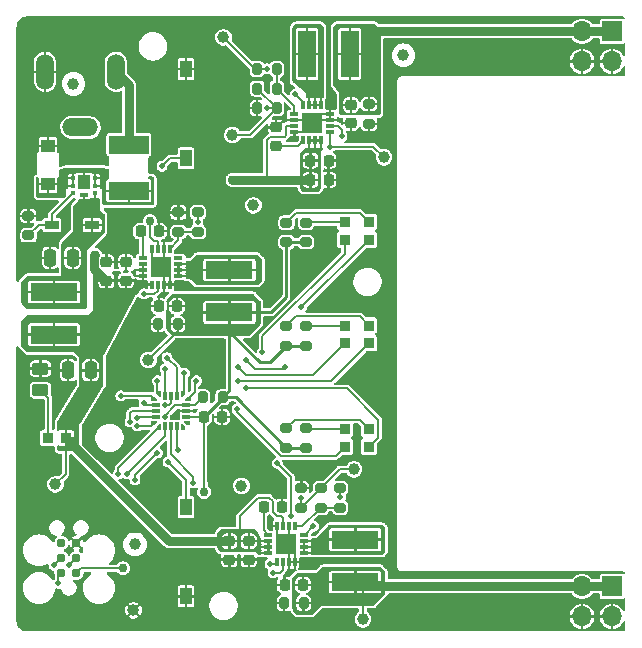
<source format=gbr>
%TF.GenerationSoftware,KiCad,Pcbnew,7.0.7*%
%TF.CreationDate,2023-10-08T11:51:16-05:00*%
%TF.ProjectId,1016 Breadboard Power Supply,31303136-2042-4726-9561-64626f617264,1*%
%TF.SameCoordinates,Original*%
%TF.FileFunction,Copper,L1,Top*%
%TF.FilePolarity,Positive*%
%FSLAX46Y46*%
G04 Gerber Fmt 4.6, Leading zero omitted, Abs format (unit mm)*
G04 Created by KiCad (PCBNEW 7.0.7) date 2023-10-08 11:51:16*
%MOMM*%
%LPD*%
G01*
G04 APERTURE LIST*
G04 Aperture macros list*
%AMRoundRect*
0 Rectangle with rounded corners*
0 $1 Rounding radius*
0 $2 $3 $4 $5 $6 $7 $8 $9 X,Y pos of 4 corners*
0 Add a 4 corners polygon primitive as box body*
4,1,4,$2,$3,$4,$5,$6,$7,$8,$9,$2,$3,0*
0 Add four circle primitives for the rounded corners*
1,1,$1+$1,$2,$3*
1,1,$1+$1,$4,$5*
1,1,$1+$1,$6,$7*
1,1,$1+$1,$8,$9*
0 Add four rect primitives between the rounded corners*
20,1,$1+$1,$2,$3,$4,$5,0*
20,1,$1+$1,$4,$5,$6,$7,0*
20,1,$1+$1,$6,$7,$8,$9,0*
20,1,$1+$1,$8,$9,$2,$3,0*%
%AMFreePoly0*
4,1,8,0.325000,0.000126,0.325000,-0.149874,0.175000,-0.149874,0.175000,-0.150126,-0.175000,-0.150126,-0.175000,0.150126,0.175000,0.150126,0.325000,0.000126,0.325000,0.000126,$1*%
%AMFreePoly1*
4,1,6,0.250000,0.000000,0.100000,-0.150000,-0.250000,-0.150000,-0.250000,0.150000,0.250000,0.150000,0.250000,0.000000,0.250000,0.000000,$1*%
%AMFreePoly2*
4,1,6,0.250000,0.000000,0.250000,-0.150000,-0.250000,-0.150000,-0.250000,0.150000,0.100000,0.150000,0.250000,0.000000,0.250000,0.000000,$1*%
%AMFreePoly3*
4,1,6,0.250000,-0.150000,-0.100000,-0.150000,-0.250000,0.000000,-0.250000,0.150000,0.250000,0.150000,0.250000,-0.150000,0.250000,-0.150000,$1*%
%AMFreePoly4*
4,1,6,0.250000,-0.150000,-0.250000,-0.150000,-0.250000,0.000000,-0.100000,0.150000,0.250000,0.150000,0.250000,-0.150000,0.250000,-0.150000,$1*%
G04 Aperture macros list end*
%TA.AperFunction,ComponentPad*%
%ADD10C,1.000000*%
%TD*%
%TA.AperFunction,SMDPad,CuDef*%
%ADD11C,1.000000*%
%TD*%
%TA.AperFunction,SMDPad,CuDef*%
%ADD12R,4.000000X1.500000*%
%TD*%
%TA.AperFunction,SMDPad,CuDef*%
%ADD13RoundRect,0.200000X-0.200000X-0.275000X0.200000X-0.275000X0.200000X0.275000X-0.200000X0.275000X0*%
%TD*%
%TA.AperFunction,SMDPad,CuDef*%
%ADD14RoundRect,0.250000X0.450000X-0.262500X0.450000X0.262500X-0.450000X0.262500X-0.450000X-0.262500X0*%
%TD*%
%TA.AperFunction,SMDPad,CuDef*%
%ADD15RoundRect,0.200000X0.200000X0.275000X-0.200000X0.275000X-0.200000X-0.275000X0.200000X-0.275000X0*%
%TD*%
%TA.AperFunction,ComponentPad*%
%ADD16O,1.508000X3.016000*%
%TD*%
%TA.AperFunction,ComponentPad*%
%ADD17O,3.016000X1.508000*%
%TD*%
%TA.AperFunction,SMDPad,CuDef*%
%ADD18R,0.950000X0.950000*%
%TD*%
%TA.AperFunction,SMDPad,CuDef*%
%ADD19RoundRect,0.225000X-0.250000X0.225000X-0.250000X-0.225000X0.250000X-0.225000X0.250000X0.225000X0*%
%TD*%
%TA.AperFunction,SMDPad,CuDef*%
%ADD20RoundRect,0.200000X-0.275000X0.200000X-0.275000X-0.200000X0.275000X-0.200000X0.275000X0.200000X0*%
%TD*%
%TA.AperFunction,SMDPad,CuDef*%
%ADD21R,1.000000X1.450000*%
%TD*%
%TA.AperFunction,SMDPad,CuDef*%
%ADD22RoundRect,0.250000X0.250000X0.475000X-0.250000X0.475000X-0.250000X-0.475000X0.250000X-0.475000X0*%
%TD*%
%TA.AperFunction,SMDPad,CuDef*%
%ADD23C,0.787400*%
%TD*%
%TA.AperFunction,SMDPad,CuDef*%
%ADD24RoundRect,0.225000X-0.225000X-0.250000X0.225000X-0.250000X0.225000X0.250000X-0.225000X0.250000X0*%
%TD*%
%TA.AperFunction,SMDPad,CuDef*%
%ADD25RoundRect,0.200000X0.275000X-0.200000X0.275000X0.200000X-0.275000X0.200000X-0.275000X-0.200000X0*%
%TD*%
%TA.AperFunction,SMDPad,CuDef*%
%ADD26R,0.800000X0.300000*%
%TD*%
%TA.AperFunction,SMDPad,CuDef*%
%ADD27R,0.300000X0.800000*%
%TD*%
%TA.AperFunction,SMDPad,CuDef*%
%ADD28R,1.750000X1.750000*%
%TD*%
%TA.AperFunction,SMDPad,CuDef*%
%ADD29RoundRect,0.225000X0.225000X0.250000X-0.225000X0.250000X-0.225000X-0.250000X0.225000X-0.250000X0*%
%TD*%
%TA.AperFunction,SMDPad,CuDef*%
%ADD30RoundRect,0.225000X0.250000X-0.225000X0.250000X0.225000X-0.250000X0.225000X-0.250000X-0.225000X0*%
%TD*%
%TA.AperFunction,SMDPad,CuDef*%
%ADD31R,1.500000X4.000000*%
%TD*%
%TA.AperFunction,SMDPad,CuDef*%
%ADD32R,3.403600X1.549400*%
%TD*%
%TA.AperFunction,SMDPad,CuDef*%
%ADD33FreePoly0,180.000000*%
%TD*%
%TA.AperFunction,SMDPad,CuDef*%
%ADD34R,0.700000X0.300000*%
%TD*%
%TA.AperFunction,SMDPad,CuDef*%
%ADD35FreePoly1,180.000000*%
%TD*%
%TA.AperFunction,SMDPad,CuDef*%
%ADD36FreePoly2,270.000000*%
%TD*%
%TA.AperFunction,SMDPad,CuDef*%
%ADD37R,0.300000X0.700000*%
%TD*%
%TA.AperFunction,SMDPad,CuDef*%
%ADD38FreePoly1,270.000000*%
%TD*%
%TA.AperFunction,SMDPad,CuDef*%
%ADD39FreePoly3,180.000000*%
%TD*%
%TA.AperFunction,SMDPad,CuDef*%
%ADD40FreePoly4,180.000000*%
%TD*%
%TA.AperFunction,SMDPad,CuDef*%
%ADD41FreePoly3,270.000000*%
%TD*%
%TA.AperFunction,SMDPad,CuDef*%
%ADD42FreePoly4,270.000000*%
%TD*%
%TA.AperFunction,SMDPad,CuDef*%
%ADD43R,1.193800X1.092200*%
%TD*%
%TA.AperFunction,SMDPad,CuDef*%
%ADD44R,0.430000X0.350000*%
%TD*%
%TA.AperFunction,SMDPad,CuDef*%
%ADD45R,1.100000X1.250000*%
%TD*%
%TA.AperFunction,SMDPad,CuDef*%
%ADD46R,0.660000X0.350000*%
%TD*%
%TA.AperFunction,SMDPad,CuDef*%
%ADD47R,1.200000X0.750000*%
%TD*%
%TA.AperFunction,ComponentPad*%
%ADD48R,1.700000X1.700000*%
%TD*%
%TA.AperFunction,ComponentPad*%
%ADD49O,1.700000X1.700000*%
%TD*%
%TA.AperFunction,ViaPad*%
%ADD50C,0.508000*%
%TD*%
%TA.AperFunction,ViaPad*%
%ADD51C,0.762000*%
%TD*%
%TA.AperFunction,Conductor*%
%ADD52C,0.203200*%
%TD*%
%TA.AperFunction,Conductor*%
%ADD53C,0.762000*%
%TD*%
%TA.AperFunction,Conductor*%
%ADD54C,0.254000*%
%TD*%
G04 APERTURE END LIST*
D10*
X58547000Y-122047000D03*
X68707000Y-87757000D03*
X67691000Y-111506000D03*
X79756000Y-83693000D03*
X66929000Y-81788000D03*
X77216000Y-110109000D03*
X77978000Y-122809000D03*
X66167000Y-73533000D03*
X59817000Y-100838000D03*
X51943000Y-111379000D03*
D11*
X58674000Y-116459000D03*
X53467000Y-77470000D03*
X81407000Y-75057000D03*
D12*
X51816000Y-95101000D03*
X51816000Y-98701000D03*
D13*
X69025000Y-76213000D03*
X70675000Y-76213000D03*
D14*
X50673000Y-103401500D03*
X50673000Y-101576500D03*
D15*
X70675000Y-79515000D03*
X69025000Y-79515000D03*
D16*
X57054000Y-76454000D03*
X51054000Y-76454000D03*
D17*
X54054000Y-81154000D03*
D18*
X78486000Y-89166000D03*
X78486000Y-90666000D03*
X52820000Y-107442000D03*
X51320000Y-107442000D03*
D19*
X66662000Y-116192000D03*
X66662000Y-117742000D03*
D20*
X73152000Y-106617000D03*
X73152000Y-108267000D03*
D18*
X76454000Y-97929000D03*
X76454000Y-99429000D03*
D21*
X62992000Y-76235000D03*
X62992000Y-83785000D03*
D22*
X54925000Y-101727000D03*
X53025000Y-101727000D03*
D20*
X64008000Y-88351000D03*
X64008000Y-90001000D03*
D23*
X53721000Y-118872000D03*
X52451000Y-118872000D03*
X53721000Y-117602000D03*
X52451000Y-117602000D03*
X53721000Y-116332000D03*
X52451000Y-116332000D03*
D24*
X64503000Y-105664000D03*
X66053000Y-105664000D03*
D12*
X66675000Y-93218000D03*
X66675000Y-96818000D03*
D18*
X78486000Y-97929000D03*
X78486000Y-99429000D03*
D25*
X62357000Y-90001000D03*
X62357000Y-88351000D03*
D18*
X78486000Y-106692000D03*
X78486000Y-108192000D03*
D26*
X62357000Y-93724000D03*
X62357000Y-93224000D03*
X62357000Y-92724000D03*
X62357000Y-92224000D03*
D27*
X61607000Y-91474000D03*
X61107000Y-91474000D03*
X60607000Y-91474000D03*
X60107000Y-91474000D03*
D26*
X59357000Y-92224000D03*
X59357000Y-92724000D03*
X59357000Y-93224000D03*
X59357000Y-93724000D03*
D27*
X60107000Y-94474000D03*
X60607000Y-94474000D03*
X61107000Y-94474000D03*
X61607000Y-94474000D03*
D28*
X60857000Y-92974000D03*
D29*
X60719000Y-89938000D03*
X59169000Y-89938000D03*
D20*
X71501000Y-89218000D03*
X71501000Y-90868000D03*
X76060000Y-111697000D03*
X76060000Y-113347000D03*
X71501000Y-106617000D03*
X71501000Y-108267000D03*
D19*
X70612000Y-81153000D03*
X70612000Y-82703000D03*
D30*
X56261000Y-94120000D03*
X56261000Y-92570000D03*
D15*
X66087252Y-104016000D03*
X64437252Y-104016000D03*
D27*
X74422000Y-79261000D03*
X73922000Y-79261000D03*
X73422000Y-79261000D03*
X72922000Y-79261000D03*
D26*
X72172000Y-80011000D03*
X72172000Y-80511000D03*
X72172000Y-81011000D03*
X72172000Y-81511000D03*
D27*
X72922000Y-82261000D03*
X73422000Y-82261000D03*
X73922000Y-82261000D03*
X74422000Y-82261000D03*
D26*
X75172000Y-81511000D03*
X75172000Y-81011000D03*
X75172000Y-80511000D03*
X75172000Y-80011000D03*
D28*
X73672000Y-80761000D03*
D13*
X60643000Y-97812000D03*
X62293000Y-97812000D03*
D31*
X73257000Y-74943000D03*
X76857000Y-74943000D03*
D15*
X70675000Y-77864000D03*
X69025000Y-77864000D03*
D30*
X57912000Y-94120000D03*
X57912000Y-92570000D03*
D25*
X49657000Y-90297000D03*
X49657000Y-88647000D03*
D26*
X72978000Y-117178000D03*
X72978000Y-116678000D03*
X72978000Y-116178000D03*
X72978000Y-115678000D03*
D27*
X72228000Y-114928000D03*
X71728000Y-114928000D03*
X71228000Y-114928000D03*
X70728000Y-114928000D03*
D26*
X69978000Y-115678000D03*
X69978000Y-116178000D03*
X69978000Y-116678000D03*
X69978000Y-117178000D03*
D27*
X70728000Y-117928000D03*
X71228000Y-117928000D03*
X71728000Y-117928000D03*
X72228000Y-117928000D03*
D28*
X71478000Y-116428000D03*
D24*
X73520000Y-85611000D03*
X75070000Y-85611000D03*
D32*
X58166000Y-82638900D03*
X58166000Y-86525100D03*
D29*
X72898000Y-119888000D03*
X71348000Y-119888000D03*
D22*
X53401000Y-92202000D03*
X51501000Y-92202000D03*
D13*
X71298000Y-121412000D03*
X72948000Y-121412000D03*
D25*
X78486000Y-80848000D03*
X78486000Y-79198000D03*
D19*
X68313000Y-116192000D03*
X68313000Y-117742000D03*
X76962000Y-79248000D03*
X76962000Y-80798000D03*
D21*
X62992000Y-120869000D03*
X62992000Y-113319000D03*
D33*
X63197000Y-106156126D03*
D34*
X63022000Y-105656126D03*
X63022000Y-105156000D03*
X63022000Y-104655874D03*
D35*
X63122000Y-104155748D03*
D36*
X62722252Y-103756000D03*
D37*
X62222126Y-103856000D03*
X61722000Y-103856000D03*
X61221874Y-103856000D03*
D38*
X60721748Y-103756000D03*
D39*
X60322000Y-104155748D03*
D34*
X60422000Y-104655874D03*
X60422000Y-105156000D03*
X60422000Y-105656126D03*
D40*
X60322000Y-106156252D03*
D41*
X60721748Y-106556000D03*
D37*
X61221874Y-106456000D03*
X61722000Y-106456000D03*
X62222126Y-106456000D03*
D42*
X62722252Y-106556000D03*
D25*
X72758000Y-113347000D03*
X72758000Y-111697000D03*
D43*
X51308000Y-82715100D03*
X51308000Y-85940900D03*
D25*
X74409000Y-113347000D03*
X74409000Y-111697000D03*
D18*
X76454000Y-89166000D03*
X76454000Y-90666000D03*
D20*
X71501000Y-97981000D03*
X71501000Y-99631000D03*
D44*
X53421000Y-85443000D03*
X53421000Y-86093000D03*
X53421000Y-86743000D03*
X55291000Y-86743000D03*
X55291000Y-86093000D03*
X55291000Y-85443000D03*
D45*
X54356000Y-85808000D03*
D46*
X54356000Y-86868000D03*
D20*
X73152000Y-89218000D03*
X73152000Y-90868000D03*
X73152000Y-97981000D03*
X73152000Y-99631000D03*
D18*
X76454000Y-106692000D03*
X76454000Y-108192000D03*
D24*
X73520000Y-83960000D03*
X75070000Y-83960000D03*
D29*
X62243000Y-96288000D03*
X60693000Y-96288000D03*
D47*
X55040000Y-89408000D03*
X51640000Y-89408000D03*
D29*
X71120000Y-113284000D03*
X69570000Y-113284000D03*
D12*
X77330000Y-116056000D03*
X77330000Y-119656000D03*
D48*
X99065000Y-73020000D03*
D49*
X96525000Y-73020000D03*
X99065000Y-75560000D03*
X96525000Y-75560000D03*
D48*
X99065000Y-120015000D03*
D49*
X96525000Y-120015000D03*
X99065000Y-122555000D03*
X96525000Y-122555000D03*
D50*
X95345000Y-120999000D03*
X92805000Y-120999000D03*
X92805000Y-75279000D03*
X90265000Y-120999000D03*
X90265000Y-75279000D03*
X87725000Y-120999000D03*
X87725000Y-75279000D03*
X85185000Y-120999000D03*
X85185000Y-75279000D03*
X82645000Y-120999000D03*
X80105000Y-110839000D03*
X80105000Y-108299000D03*
X80105000Y-105759000D03*
X80105000Y-103219000D03*
X80105000Y-100679000D03*
X80105000Y-98139000D03*
X80105000Y-95599000D03*
X80105000Y-93059000D03*
X80105000Y-90519000D03*
X80105000Y-87979000D03*
X80105000Y-85439000D03*
X80105000Y-80359000D03*
X80105000Y-77819000D03*
X80105000Y-75279000D03*
X77565000Y-113379000D03*
X77565000Y-85439000D03*
X75025000Y-95599000D03*
X75025000Y-90519000D03*
X72485000Y-110839000D03*
X72485000Y-93059000D03*
X67405000Y-108299000D03*
X67405000Y-90519000D03*
X67405000Y-87979000D03*
X67405000Y-82899000D03*
X67405000Y-80359000D03*
X67405000Y-77819000D03*
X67405000Y-72739000D03*
X64865000Y-118459000D03*
X64865000Y-113379000D03*
X64865000Y-82899000D03*
X64865000Y-80359000D03*
X64865000Y-77819000D03*
X64865000Y-75279000D03*
X64865000Y-72739000D03*
X62325000Y-118459000D03*
X62325000Y-80359000D03*
X62325000Y-77819000D03*
X62325000Y-72739000D03*
X59785000Y-120999000D03*
X59785000Y-118459000D03*
X59785000Y-80359000D03*
X59785000Y-77819000D03*
X59785000Y-72739000D03*
X57245000Y-120999000D03*
X57245000Y-115919000D03*
X57245000Y-105759000D03*
X57245000Y-100679000D03*
X57245000Y-80359000D03*
X57245000Y-72739000D03*
X54705000Y-82899000D03*
X54705000Y-75279000D03*
X54705000Y-72739000D03*
X52165000Y-120999000D03*
X52165000Y-103219000D03*
X52165000Y-80359000D03*
X52165000Y-72739000D03*
X49625000Y-113379000D03*
X49625000Y-110839000D03*
X49625000Y-108299000D03*
X49625000Y-105759000D03*
X49625000Y-93059000D03*
X49625000Y-85439000D03*
X49625000Y-82899000D03*
X49625000Y-80359000D03*
X49625000Y-77819000D03*
X49625000Y-75279000D03*
X49625000Y-72739000D03*
X62103000Y-105537000D03*
D51*
X55295800Y-91948000D03*
X66929000Y-85598000D03*
X59945598Y-89093649D03*
X57658000Y-118491000D03*
D50*
X64008000Y-89144300D03*
D51*
X64516000Y-112014000D03*
D50*
X63881000Y-98171000D03*
X59436000Y-95250000D03*
X76073000Y-112490300D03*
X70358000Y-118872000D03*
X74422000Y-121031000D03*
X57262868Y-110475868D03*
X52197000Y-119761000D03*
X58039000Y-110490000D03*
X51816000Y-118237000D03*
X67437000Y-102616000D03*
X63881000Y-102616000D03*
X62865000Y-101981000D03*
X67437000Y-101473000D03*
X69469000Y-100203000D03*
X61384053Y-100639684D03*
X67310000Y-105029000D03*
X61214000Y-104662702D03*
X71374000Y-101473000D03*
X68072000Y-100838000D03*
X72771000Y-96393000D03*
X61214000Y-101600000D03*
X68072000Y-103251000D03*
X60579000Y-102616000D03*
X58877200Y-105724666D03*
X69881700Y-79502000D03*
X72771000Y-112553700D03*
X58253423Y-106066296D03*
X58674000Y-110998000D03*
X60579000Y-108712000D03*
X53086000Y-118237000D03*
X61214000Y-105664000D03*
X59436000Y-104521000D03*
X61468000Y-109474000D03*
X57480700Y-103886000D03*
X60960000Y-84455000D03*
X72263000Y-78359000D03*
X62357000Y-108458000D03*
X71882000Y-114046000D03*
X58877200Y-106442856D03*
X70739000Y-109601000D03*
X75184000Y-82804000D03*
X70104000Y-118110000D03*
X63627000Y-111252000D03*
X73787000Y-114935000D03*
X78613000Y-77597000D03*
X69818300Y-76200000D03*
X76200000Y-81915000D03*
D52*
X79756000Y-83693000D02*
X78867000Y-82804000D01*
X78867000Y-82804000D02*
X75184000Y-82804000D01*
X68402000Y-81788000D02*
X70675000Y-79515000D01*
X66929000Y-81788000D02*
X68402000Y-81788000D01*
X74409000Y-111697000D02*
X75997000Y-110109000D01*
X75997000Y-110109000D02*
X77216000Y-110109000D01*
X77978000Y-122809000D02*
X77978000Y-120304000D01*
X77978000Y-120304000D02*
X77330000Y-119656000D01*
X69025000Y-76213000D02*
X68847000Y-76213000D01*
X68847000Y-76213000D02*
X66167000Y-73533000D01*
X62293000Y-98362000D02*
X62293000Y-97812000D01*
X59817000Y-100838000D02*
X62293000Y-98362000D01*
X52820000Y-110502000D02*
X52820000Y-107442000D01*
X51943000Y-111379000D02*
X52820000Y-110502000D01*
X51320000Y-104048500D02*
X50673000Y-103401500D01*
X51320000Y-107442000D02*
X51320000Y-104048500D01*
X71254000Y-80511000D02*
X70612000Y-81153000D01*
X61107000Y-92724000D02*
X60857000Y-92974000D01*
X72922000Y-81511000D02*
X73672000Y-80761000D01*
X61107000Y-91474000D02*
X61107000Y-92724000D01*
X61107000Y-93224000D02*
X60857000Y-92974000D01*
X74422000Y-80011000D02*
X73672000Y-80761000D01*
X73422000Y-80511000D02*
X73672000Y-80761000D01*
X75172000Y-80511000D02*
X73922000Y-80511000D01*
X71728000Y-117928000D02*
X71728000Y-116678000D01*
X71728000Y-116178000D02*
X71478000Y-116428000D01*
X72172000Y-80511000D02*
X73422000Y-80511000D01*
X72172000Y-80511000D02*
X71254000Y-80511000D01*
X73922000Y-80511000D02*
X73672000Y-80761000D01*
X75172000Y-80011000D02*
X74422000Y-80011000D01*
X72228000Y-117178000D02*
X71478000Y-116428000D01*
X60107000Y-91474000D02*
X60107000Y-92224000D01*
X72172000Y-81511000D02*
X72922000Y-81511000D01*
X70728000Y-115678000D02*
X71478000Y-116428000D01*
X61607000Y-93724000D02*
X60857000Y-92974000D01*
X61607000Y-94474000D02*
X61607000Y-93724000D01*
X70728000Y-114928000D02*
X70728000Y-115678000D01*
X61107000Y-94474000D02*
X61107000Y-93224000D01*
X71728000Y-114928000D02*
X71728000Y-116178000D01*
X60107000Y-92224000D02*
X60857000Y-92974000D01*
X72228000Y-117928000D02*
X72228000Y-117178000D01*
X71728000Y-116678000D02*
X71478000Y-116428000D01*
D53*
X66662000Y-116192000D02*
X61570000Y-116192000D01*
D52*
X71512400Y-81011000D02*
X71467200Y-81056200D01*
X69832200Y-85501800D02*
X69723000Y-85611000D01*
X72172000Y-81011000D02*
X71512400Y-81011000D01*
X71340800Y-81948200D02*
X70142550Y-81948200D01*
X69832200Y-82258550D02*
X69832200Y-85501800D01*
X70324800Y-112814550D02*
X70014450Y-112504200D01*
D53*
X56261000Y-94120000D02*
X56191618Y-94120000D01*
D52*
X71467200Y-81056200D02*
X71467200Y-81821800D01*
X70142550Y-81948200D02*
X69832200Y-82258550D01*
D53*
X55201800Y-91985800D02*
X55258000Y-91985800D01*
D52*
X70675550Y-114063800D02*
X70324800Y-113713050D01*
X71228000Y-114268400D02*
X71023400Y-114063800D01*
X59925429Y-89113818D02*
X59945598Y-89093649D01*
X70324800Y-113713050D02*
X70324800Y-112814550D01*
D53*
X66929000Y-85598000D02*
X66929000Y-85611000D01*
X61570000Y-116192000D02*
X52820000Y-107442000D01*
D52*
X59923800Y-90403800D02*
X59923800Y-89113818D01*
X69964000Y-116192000D02*
X69978000Y-116178000D01*
D53*
X55258000Y-91985800D02*
X55295800Y-91948000D01*
D52*
X71023400Y-114063800D02*
X70675550Y-114063800D01*
X70014450Y-112504200D02*
X69125550Y-112504200D01*
D53*
X69723000Y-85611000D02*
X66929000Y-85598000D01*
D52*
X71467200Y-81821800D02*
X71340800Y-81948200D01*
D53*
X55201800Y-93130182D02*
X55201800Y-91985800D01*
D52*
X69125550Y-112504200D02*
X67564000Y-114065750D01*
D53*
X73520000Y-85611000D02*
X69723000Y-85611000D01*
D52*
X60607000Y-90814400D02*
X60561800Y-90769200D01*
X71228000Y-114928000D02*
X71228000Y-114268400D01*
X60607000Y-91474000D02*
X60607000Y-90814400D01*
D53*
X56191618Y-94120000D02*
X55201800Y-93130182D01*
D52*
X67564000Y-114065750D02*
X67564000Y-115443000D01*
X60289200Y-90769200D02*
X59923800Y-90403800D01*
X59923800Y-89113818D02*
X59925429Y-89113818D01*
X60561800Y-90769200D02*
X60289200Y-90769200D01*
X54102000Y-118491000D02*
X53721000Y-118872000D01*
D54*
X66675000Y-103428252D02*
X66675000Y-96818000D01*
X64503000Y-105664000D02*
X66087252Y-104079748D01*
X70187000Y-96818000D02*
X66675000Y-96818000D01*
D52*
X64008000Y-88351000D02*
X64008000Y-89144300D01*
X64516000Y-112014000D02*
X64516000Y-111278000D01*
D54*
X71501000Y-90868000D02*
X73152000Y-90868000D01*
D52*
X57658000Y-118491000D02*
X54102000Y-118491000D01*
X60325000Y-95250000D02*
X59436000Y-95250000D01*
X66087252Y-104079748D02*
X66087252Y-104016000D01*
D54*
X73152000Y-99631000D02*
X71501000Y-99631000D01*
X71501000Y-108267000D02*
X73152000Y-108267000D01*
X69227016Y-101041200D02*
X66675000Y-98489184D01*
D52*
X60607000Y-94474000D02*
X60607000Y-94968000D01*
D54*
X66087252Y-104016000D02*
X67250000Y-104016000D01*
D52*
X64516000Y-111278000D02*
X64503000Y-111265000D01*
D54*
X71501000Y-90868000D02*
X71501000Y-95504000D01*
X66087252Y-104016000D02*
X66675000Y-103428252D01*
X71501000Y-99631000D02*
X70090800Y-101041200D01*
D52*
X63022000Y-105656126D02*
X64495126Y-105656126D01*
X64495126Y-105656126D02*
X64503000Y-105664000D01*
D54*
X66675000Y-98489184D02*
X66675000Y-96818000D01*
X70090800Y-101041200D02*
X69227016Y-101041200D01*
X71501000Y-95504000D02*
X70187000Y-96818000D01*
D52*
X64503000Y-105664000D02*
X64503000Y-111265000D01*
D54*
X67250000Y-104016000D02*
X71501000Y-108267000D01*
D52*
X60607000Y-94968000D02*
X60325000Y-95250000D01*
X76060000Y-111697000D02*
X76060000Y-112477300D01*
D53*
X77689000Y-120015000D02*
X77330000Y-119656000D01*
D52*
X71247000Y-117947000D02*
X71228000Y-117928000D01*
D53*
X96520000Y-120015000D02*
X99060000Y-120015000D01*
D52*
X76060000Y-112477300D02*
X76073000Y-112490300D01*
X71228000Y-118587600D02*
X70943600Y-118872000D01*
X70943600Y-118872000D02*
X70358000Y-118872000D01*
D53*
X96520000Y-120015000D02*
X77689000Y-120015000D01*
D52*
X71228000Y-117928000D02*
X71228000Y-118587600D01*
D53*
X58166000Y-82638900D02*
X58166000Y-77566000D01*
X58166000Y-77566000D02*
X57054000Y-76454000D01*
D52*
X52197000Y-119126000D02*
X52451000Y-118872000D01*
X60721748Y-106556000D02*
X57262868Y-110014880D01*
X57262868Y-110014880D02*
X57262868Y-110475868D01*
X52197000Y-119761000D02*
X52197000Y-119126000D01*
X58039000Y-110461737D02*
X58039000Y-110490000D01*
X61221874Y-107278863D02*
X58039000Y-110461737D01*
X51816000Y-118237000D02*
X52451000Y-117602000D01*
X61221874Y-106456000D02*
X61221874Y-107278863D01*
X63732452Y-103545296D02*
X63122000Y-104155748D01*
X78486000Y-99429000D02*
X75299000Y-102616000D01*
X75299000Y-102616000D02*
X67437000Y-102616000D01*
X63881000Y-102616000D02*
X63732452Y-102764548D01*
X63732452Y-102764548D02*
X63732452Y-103545296D01*
X72332800Y-97149200D02*
X77706200Y-97149200D01*
X71501000Y-97981000D02*
X72332800Y-97149200D01*
X77706200Y-97149200D02*
X78486000Y-97929000D01*
X73204000Y-97929000D02*
X76454000Y-97929000D01*
X73152000Y-97981000D02*
X73204000Y-97929000D01*
X73775000Y-102108000D02*
X68072000Y-102108000D01*
X62865000Y-101981000D02*
X62865000Y-103613252D01*
X62865000Y-103613252D02*
X62722252Y-103756000D01*
X68072000Y-102108000D02*
X67437000Y-101473000D01*
X76454000Y-99429000D02*
X73775000Y-102108000D01*
X73152000Y-89218000D02*
X73204000Y-89166000D01*
X73204000Y-89166000D02*
X76454000Y-89166000D01*
X76454000Y-90666000D02*
X76454000Y-91839105D01*
X76454000Y-91839105D02*
X69469000Y-98824105D01*
X62222126Y-101477757D02*
X61384053Y-100639684D01*
X62222126Y-103856000D02*
X62222126Y-101477757D01*
X69469000Y-98824105D02*
X69469000Y-100203000D01*
X73227000Y-106692000D02*
X76454000Y-106692000D01*
X73152000Y-106617000D02*
X73227000Y-106692000D01*
X61722000Y-103856000D02*
X61722000Y-104465474D01*
X61722000Y-104465474D02*
X61524772Y-104662702D01*
X71016905Y-108971800D02*
X67310000Y-105264895D01*
X76454000Y-108192000D02*
X75674200Y-108971800D01*
X67310000Y-105264895D02*
X67310000Y-105029000D01*
X75674200Y-108971800D02*
X71016905Y-108971800D01*
X61524772Y-104662702D02*
X61214000Y-104662702D01*
X71501000Y-89218000D02*
X72332800Y-88386200D01*
X77706200Y-88386200D02*
X78486000Y-89166000D01*
X72332800Y-88386200D02*
X77706200Y-88386200D01*
X71374000Y-101600000D02*
X68834000Y-101600000D01*
X68834000Y-101600000D02*
X68072000Y-100838000D01*
X78486000Y-90666000D02*
X78486000Y-90678000D01*
X61221874Y-101607874D02*
X61221874Y-103856000D01*
X61214000Y-101600000D02*
X61221874Y-101607874D01*
X78486000Y-90678000D02*
X72771000Y-96393000D01*
X76604600Y-103251000D02*
X68072000Y-103251000D01*
X79265800Y-107412200D02*
X79265800Y-105912200D01*
X60579000Y-102616000D02*
X60579000Y-103613252D01*
X60579000Y-103613252D02*
X60721748Y-103756000D01*
X78486000Y-108192000D02*
X79265800Y-107412200D01*
X79265800Y-105912200D02*
X76604600Y-103251000D01*
X71501000Y-106617000D02*
X72205800Y-105912200D01*
X72205800Y-105912200D02*
X77706200Y-105912200D01*
X77706200Y-105912200D02*
X78486000Y-106692000D01*
X50546000Y-89408000D02*
X51640000Y-89408000D01*
X49657000Y-90297000D02*
X50546000Y-89408000D01*
X51640000Y-89408000D02*
X51640000Y-88524000D01*
X51640000Y-88524000D02*
X53421000Y-86743000D01*
X62357000Y-90001000D02*
X64008000Y-90001000D01*
X62357000Y-90001000D02*
X62357000Y-90724000D01*
X62357000Y-90724000D02*
X61607000Y-91474000D01*
X70675000Y-79515000D02*
X70675000Y-79514000D01*
X70675000Y-79514000D02*
X69025000Y-77864000D01*
X58937866Y-105664000D02*
X58877200Y-105724666D01*
X60414126Y-105664000D02*
X58937866Y-105664000D01*
X70675000Y-79515000D02*
X69894700Y-79515000D01*
X69894700Y-79515000D02*
X69881700Y-79502000D01*
X58253423Y-105322577D02*
X58253423Y-106066296D01*
X72758000Y-112566700D02*
X72771000Y-112553700D01*
X60422000Y-105156000D02*
X58420000Y-105156000D01*
X72758000Y-113347000D02*
X72759000Y-113347000D01*
X72758000Y-113347000D02*
X72758000Y-112566700D01*
X58420000Y-105156000D02*
X58253423Y-105322577D01*
X72759000Y-113347000D02*
X74409000Y-111697000D01*
X62099063Y-104651937D02*
X61090937Y-105660063D01*
X63797378Y-104655874D02*
X64437252Y-104016000D01*
X58674000Y-110617000D02*
X58674000Y-110998000D01*
X63022000Y-104655874D02*
X63797378Y-104655874D01*
X63022000Y-104655874D02*
X62099063Y-104651937D01*
X53086000Y-118237000D02*
X53721000Y-117602000D01*
X60579000Y-108712000D02*
X58674000Y-110617000D01*
X59570874Y-104655874D02*
X59436000Y-104521000D01*
X62992000Y-110998000D02*
X62992000Y-113319000D01*
X60422000Y-104655874D02*
X59570874Y-104655874D01*
X61468000Y-109474000D02*
X62992000Y-110998000D01*
X61630000Y-83785000D02*
X60960000Y-84455000D01*
X60052252Y-103886000D02*
X60322000Y-104155748D01*
X57480700Y-103886000D02*
X60052252Y-103886000D01*
X62992000Y-83785000D02*
X61630000Y-83785000D01*
X62230000Y-106463874D02*
X62230000Y-108331000D01*
X72922000Y-79261000D02*
X72922000Y-79018000D01*
X72922000Y-79018000D02*
X72263000Y-78359000D01*
X62230000Y-108331000D02*
X62357000Y-108458000D01*
X62222126Y-106456000D02*
X62230000Y-106463874D01*
X60035396Y-106442856D02*
X58877200Y-106442856D01*
X71882000Y-110744000D02*
X71882000Y-114046000D01*
X70104000Y-118110000D02*
X70546000Y-118110000D01*
X70546000Y-118110000D02*
X70728000Y-117928000D01*
X60322000Y-106156252D02*
X60035396Y-106442856D01*
X75172000Y-82792000D02*
X75184000Y-82804000D01*
X75172000Y-81511000D02*
X75172000Y-82792000D01*
X70739000Y-109601000D02*
X71882000Y-110744000D01*
X61722000Y-108839000D02*
X61722000Y-106456000D01*
X63627000Y-111252000D02*
X63627000Y-110744000D01*
X63627000Y-110744000D02*
X61722000Y-108839000D01*
X72978000Y-115678000D02*
X73044000Y-115678000D01*
X73044000Y-115678000D02*
X73787000Y-114935000D01*
X76200000Y-81379400D02*
X75831600Y-81011000D01*
X69805300Y-76213000D02*
X69818300Y-76200000D01*
X75831600Y-81011000D02*
X75172000Y-81011000D01*
X76200000Y-81915000D02*
X76200000Y-81379400D01*
X69025000Y-76213000D02*
X69805300Y-76213000D01*
D53*
X99055000Y-73020000D02*
X78872000Y-73020000D01*
D52*
X59169000Y-89938000D02*
X59357000Y-90126000D01*
X59357000Y-90126000D02*
X59357000Y-92224000D01*
X70612000Y-82703000D02*
X72480000Y-82703000D01*
X72480000Y-82703000D02*
X72922000Y-82261000D01*
X69570000Y-113284000D02*
X69570000Y-115270000D01*
X69570000Y-115270000D02*
X69978000Y-115678000D01*
X72172000Y-79361000D02*
X70675000Y-77864000D01*
X70675000Y-77864000D02*
X70675000Y-76213000D01*
X72172000Y-80011000D02*
X72172000Y-79361000D01*
X72228000Y-114928000D02*
X72828000Y-114928000D01*
X72828000Y-114928000D02*
X74409000Y-113347000D01*
X74409000Y-113347000D02*
X76060000Y-113347000D01*
%TA.AperFunction,Conductor*%
G36*
X55351131Y-86660613D02*
G01*
X55387676Y-86710913D01*
X55392600Y-86742000D01*
X55392600Y-87121200D01*
X55526013Y-87121200D01*
X55551074Y-87116215D01*
X55612817Y-87123523D01*
X55658473Y-87165726D01*
X55671300Y-87214882D01*
X55671300Y-87549006D01*
X55671804Y-87559261D01*
X55674739Y-87589066D01*
X55676246Y-87599217D01*
X55676246Y-87599219D01*
X55682575Y-87631037D01*
X55686874Y-87652650D01*
X55698750Y-87691801D01*
X55713771Y-87728065D01*
X55713778Y-87728078D01*
X55733055Y-87764144D01*
X55733058Y-87764148D01*
X55736045Y-87768618D01*
X55753000Y-87824510D01*
X55753000Y-88138000D01*
X55812516Y-88197516D01*
X55812519Y-88197519D01*
X56067478Y-88452478D01*
X56079989Y-88467723D01*
X56107414Y-88508768D01*
X56122435Y-88545030D01*
X56132067Y-88593449D01*
X56134000Y-88613077D01*
X56134000Y-89948922D01*
X56132067Y-89968550D01*
X56122435Y-90016969D01*
X56107414Y-90053231D01*
X56079989Y-90094276D01*
X56067478Y-90109521D01*
X54669519Y-91507480D01*
X54669516Y-91507483D01*
X54610000Y-91567000D01*
X54610000Y-91651168D01*
X54610000Y-96306890D01*
X54608067Y-96326518D01*
X54598435Y-96374937D01*
X54583414Y-96411199D01*
X54561601Y-96443845D01*
X54533845Y-96471601D01*
X54501199Y-96493414D01*
X54464937Y-96508435D01*
X54432685Y-96514850D01*
X54416516Y-96518067D01*
X54396891Y-96520000D01*
X49624077Y-96520000D01*
X49604451Y-96518067D01*
X49583163Y-96513832D01*
X49556030Y-96508435D01*
X49519768Y-96493414D01*
X49478723Y-96465989D01*
X49463478Y-96453478D01*
X49088521Y-96078521D01*
X49076010Y-96063276D01*
X49048585Y-96022231D01*
X49033564Y-95985967D01*
X49023933Y-95937548D01*
X49022000Y-95917922D01*
X49022000Y-95202600D01*
X49612800Y-95202600D01*
X49612800Y-95871013D01*
X49624589Y-95930284D01*
X49669500Y-95997498D01*
X49669501Y-95997499D01*
X49736715Y-96042410D01*
X49795987Y-96054200D01*
X51714399Y-96054200D01*
X51714400Y-95202600D01*
X51917600Y-95202600D01*
X51917600Y-96054200D01*
X53836013Y-96054200D01*
X53895284Y-96042410D01*
X53962498Y-95997499D01*
X53962499Y-95997498D01*
X54007410Y-95930284D01*
X54019200Y-95871013D01*
X54019200Y-95202600D01*
X51917600Y-95202600D01*
X51714400Y-95202600D01*
X49612800Y-95202600D01*
X49022000Y-95202600D01*
X49022000Y-94999400D01*
X49612800Y-94999400D01*
X51714399Y-94999400D01*
X51714400Y-94147800D01*
X51917600Y-94147800D01*
X51917600Y-94999400D01*
X54019200Y-94999400D01*
X54019200Y-94330986D01*
X54007410Y-94271715D01*
X53962499Y-94204501D01*
X53962498Y-94204500D01*
X53895284Y-94159589D01*
X53836013Y-94147800D01*
X51917600Y-94147800D01*
X51714400Y-94147800D01*
X49795987Y-94147800D01*
X49736715Y-94159589D01*
X49669501Y-94204500D01*
X49669500Y-94204501D01*
X49624589Y-94271715D01*
X49612800Y-94330986D01*
X49612800Y-94999400D01*
X49022000Y-94999400D01*
X49022000Y-94328077D01*
X49023933Y-94308451D01*
X49033564Y-94260032D01*
X49048583Y-94223770D01*
X49076014Y-94182716D01*
X49088516Y-94167483D01*
X49463483Y-93792516D01*
X49478716Y-93780014D01*
X49519770Y-93752583D01*
X49556030Y-93737564D01*
X49588607Y-93731084D01*
X49604451Y-93727933D01*
X49624077Y-93726000D01*
X52247799Y-93726000D01*
X52247800Y-93726000D01*
X52451000Y-93726000D01*
X52451000Y-92303600D01*
X52697800Y-92303600D01*
X52697800Y-92731584D01*
X52700671Y-92762205D01*
X52745793Y-92891158D01*
X52826919Y-93001079D01*
X52826920Y-93001080D01*
X52936841Y-93082206D01*
X53065794Y-93127328D01*
X53096415Y-93130200D01*
X53299400Y-93130200D01*
X53299400Y-92303600D01*
X53502600Y-92303600D01*
X53502600Y-93130200D01*
X53705585Y-93130200D01*
X53736205Y-93127328D01*
X53865158Y-93082206D01*
X53975079Y-93001080D01*
X53975080Y-93001079D01*
X54056206Y-92891158D01*
X54101328Y-92762205D01*
X54104200Y-92731584D01*
X54104200Y-92303600D01*
X53502600Y-92303600D01*
X53299400Y-92303600D01*
X52697800Y-92303600D01*
X52451000Y-92303600D01*
X52451000Y-92100400D01*
X52697800Y-92100400D01*
X53299400Y-92100400D01*
X53299400Y-91273800D01*
X53502600Y-91273800D01*
X53502600Y-92100400D01*
X54104200Y-92100400D01*
X54104200Y-91672415D01*
X54101328Y-91641794D01*
X54056206Y-91512841D01*
X53975080Y-91402920D01*
X53975079Y-91402919D01*
X53865158Y-91321793D01*
X53736205Y-91276671D01*
X53705585Y-91273800D01*
X53502600Y-91273800D01*
X53299400Y-91273800D01*
X53096415Y-91273800D01*
X53065794Y-91276671D01*
X52936841Y-91321793D01*
X52826920Y-91402919D01*
X52826919Y-91402920D01*
X52745793Y-91512841D01*
X52700671Y-91641794D01*
X52697800Y-91672415D01*
X52697800Y-92100400D01*
X52451000Y-92100400D01*
X52451000Y-91026076D01*
X52452933Y-91006451D01*
X52462564Y-90958032D01*
X52477583Y-90921770D01*
X52505014Y-90880716D01*
X52517516Y-90865483D01*
X53407484Y-89975516D01*
X53467000Y-89916000D01*
X53467000Y-89509600D01*
X54236800Y-89509600D01*
X54236800Y-89803013D01*
X54248589Y-89862284D01*
X54293500Y-89929498D01*
X54293501Y-89929499D01*
X54360715Y-89974410D01*
X54419987Y-89986200D01*
X54938400Y-89986200D01*
X54938400Y-89509600D01*
X55141600Y-89509600D01*
X55141600Y-89986200D01*
X55660013Y-89986200D01*
X55719284Y-89974410D01*
X55786498Y-89929499D01*
X55786499Y-89929498D01*
X55831410Y-89862284D01*
X55843200Y-89803013D01*
X55843200Y-89509600D01*
X55141600Y-89509600D01*
X54938400Y-89509600D01*
X54236800Y-89509600D01*
X53467000Y-89509600D01*
X53467000Y-89306400D01*
X54236800Y-89306400D01*
X54938400Y-89306400D01*
X54938400Y-88829800D01*
X55141600Y-88829800D01*
X55141600Y-89306400D01*
X55843200Y-89306400D01*
X55843200Y-89012986D01*
X55831410Y-88953715D01*
X55786499Y-88886501D01*
X55786498Y-88886500D01*
X55719284Y-88841589D01*
X55660013Y-88829800D01*
X55141600Y-88829800D01*
X54938400Y-88829800D01*
X54419987Y-88829800D01*
X54360715Y-88841589D01*
X54293501Y-88886500D01*
X54293500Y-88886501D01*
X54248589Y-88953715D01*
X54236800Y-89012986D01*
X54236800Y-89306400D01*
X53467000Y-89306400D01*
X53467000Y-87851076D01*
X53468933Y-87831451D01*
X53478564Y-87783032D01*
X53493583Y-87746770D01*
X53521014Y-87705716D01*
X53533516Y-87690483D01*
X53788484Y-87435516D01*
X53788484Y-87435515D01*
X53848000Y-87376000D01*
X53848000Y-87307656D01*
X53873498Y-87262127D01*
X53929961Y-87236097D01*
X53961412Y-87237333D01*
X54005988Y-87246200D01*
X54254400Y-87246200D01*
X54254400Y-86867000D01*
X54273613Y-86807869D01*
X54323913Y-86771324D01*
X54355000Y-86766400D01*
X54357000Y-86766400D01*
X54416131Y-86785613D01*
X54452676Y-86835913D01*
X54457600Y-86867000D01*
X54457600Y-87246200D01*
X54706013Y-87246200D01*
X54765284Y-87234410D01*
X54832498Y-87189499D01*
X54864290Y-87141918D01*
X54913116Y-87103426D01*
X54975242Y-87100984D01*
X54987198Y-87106498D01*
X54987563Y-87105619D01*
X54996714Y-87109409D01*
X55055987Y-87121200D01*
X55189400Y-87121200D01*
X55189400Y-86742000D01*
X55208613Y-86682869D01*
X55258913Y-86646324D01*
X55290000Y-86641400D01*
X55292000Y-86641400D01*
X55351131Y-86660613D01*
G37*
%TD.AperFunction*%
%TA.AperFunction,Conductor*%
G36*
X79554549Y-114809933D02*
G01*
X79602967Y-114819564D01*
X79639230Y-114834584D01*
X79645214Y-114838583D01*
X79680276Y-114862010D01*
X79695521Y-114874521D01*
X79816478Y-114995478D01*
X79828989Y-115010723D01*
X79856414Y-115051768D01*
X79871435Y-115088030D01*
X79881067Y-115136449D01*
X79883000Y-115156077D01*
X79883000Y-116999922D01*
X79881067Y-117019550D01*
X79871435Y-117067969D01*
X79856414Y-117104231D01*
X79828989Y-117145276D01*
X79816478Y-117160521D01*
X79695521Y-117281478D01*
X79680276Y-117293989D01*
X79639231Y-117321414D01*
X79602969Y-117336435D01*
X79570717Y-117342850D01*
X79554548Y-117346067D01*
X79534923Y-117348000D01*
X75057000Y-117348000D01*
X74041000Y-117348000D01*
X73681800Y-117348000D01*
X73622669Y-117328787D01*
X73602163Y-117300563D01*
X73581200Y-117279600D01*
X72977000Y-117279600D01*
X72917869Y-117260387D01*
X72881324Y-117210087D01*
X72876400Y-117179000D01*
X72876400Y-116779600D01*
X73079600Y-116779600D01*
X73079600Y-117076400D01*
X73581200Y-117076400D01*
X73581200Y-117007987D01*
X73569193Y-116947627D01*
X73569193Y-116908373D01*
X73581200Y-116848012D01*
X73581200Y-116779600D01*
X73079600Y-116779600D01*
X72876400Y-116779600D01*
X72876400Y-116279600D01*
X73079600Y-116279600D01*
X73079600Y-116576400D01*
X73581200Y-116576400D01*
X73581200Y-116507987D01*
X73569193Y-116447627D01*
X73569193Y-116408373D01*
X73581200Y-116348012D01*
X73581200Y-116279600D01*
X73079600Y-116279600D01*
X72876400Y-116279600D01*
X72876400Y-116177000D01*
X72882703Y-116157600D01*
X75126800Y-116157600D01*
X75126800Y-116826013D01*
X75138589Y-116885284D01*
X75183500Y-116952498D01*
X75183501Y-116952499D01*
X75250715Y-116997410D01*
X75309987Y-117009200D01*
X77228400Y-117009200D01*
X77228400Y-116157600D01*
X77431600Y-116157600D01*
X77431600Y-117009200D01*
X79350013Y-117009200D01*
X79409284Y-116997410D01*
X79476498Y-116952499D01*
X79476499Y-116952498D01*
X79521410Y-116885284D01*
X79533200Y-116826013D01*
X79533200Y-116157600D01*
X77431600Y-116157600D01*
X77228400Y-116157600D01*
X75126800Y-116157600D01*
X72882703Y-116157600D01*
X72895613Y-116117869D01*
X72945913Y-116081324D01*
X72977000Y-116076400D01*
X73581200Y-116076400D01*
X73581200Y-116051600D01*
X73600413Y-115992469D01*
X73650713Y-115955924D01*
X73660335Y-115954400D01*
X75126800Y-115954400D01*
X77228400Y-115954400D01*
X77228400Y-115102800D01*
X77431600Y-115102800D01*
X77431600Y-115954400D01*
X79533200Y-115954400D01*
X79533200Y-115285986D01*
X79521410Y-115226715D01*
X79476499Y-115159501D01*
X79476498Y-115159500D01*
X79409284Y-115114589D01*
X79350013Y-115102800D01*
X77431600Y-115102800D01*
X77228400Y-115102800D01*
X75309987Y-115102800D01*
X75250715Y-115114589D01*
X75183501Y-115159500D01*
X75183500Y-115159501D01*
X75138589Y-115226715D01*
X75126800Y-115285986D01*
X75126800Y-115954400D01*
X73660335Y-115954400D01*
X73681800Y-115951000D01*
X73949746Y-115951000D01*
X73949750Y-115951000D01*
X74041000Y-115951000D01*
X74989296Y-114884165D01*
X75004965Y-114869898D01*
X75047635Y-114838583D01*
X75086080Y-114821318D01*
X75137831Y-114810231D01*
X75158904Y-114808000D01*
X79534923Y-114808000D01*
X79554549Y-114809933D01*
G37*
%TD.AperFunction*%
%TA.AperFunction,Conductor*%
G36*
X69013549Y-91949933D02*
G01*
X69061967Y-91959564D01*
X69098231Y-91974585D01*
X69139276Y-92002010D01*
X69154521Y-92014521D01*
X69402478Y-92262478D01*
X69414989Y-92277723D01*
X69442414Y-92318768D01*
X69457435Y-92355030D01*
X69465680Y-92396480D01*
X69467067Y-92403449D01*
X69469000Y-92423077D01*
X69469000Y-94012922D01*
X69467067Y-94032550D01*
X69457435Y-94080969D01*
X69442414Y-94117231D01*
X69414989Y-94158276D01*
X69402478Y-94173521D01*
X69154521Y-94421478D01*
X69139276Y-94433989D01*
X69098231Y-94461414D01*
X69061969Y-94476435D01*
X69029717Y-94482850D01*
X69013548Y-94486067D01*
X68993923Y-94488000D01*
X63975077Y-94488000D01*
X63955451Y-94486067D01*
X63934163Y-94481832D01*
X63907030Y-94476435D01*
X63870768Y-94461414D01*
X63829723Y-94433989D01*
X63814478Y-94421478D01*
X63432519Y-94039519D01*
X63432519Y-94039518D01*
X63432516Y-94039516D01*
X63373000Y-93980000D01*
X63288832Y-93980000D01*
X63288831Y-93980000D01*
X63060800Y-93980000D01*
X63001669Y-93960787D01*
X62965124Y-93910487D01*
X62960200Y-93879400D01*
X62960200Y-93825600D01*
X62356000Y-93825600D01*
X62296869Y-93806387D01*
X62260324Y-93756087D01*
X62255400Y-93725000D01*
X62255400Y-93325600D01*
X62458600Y-93325600D01*
X62458600Y-93622400D01*
X62960199Y-93622400D01*
X62960200Y-93553987D01*
X62948193Y-93493627D01*
X62948193Y-93454373D01*
X62960200Y-93394012D01*
X62960200Y-93325600D01*
X62458600Y-93325600D01*
X62255400Y-93325600D01*
X62255400Y-93319600D01*
X64471800Y-93319600D01*
X64471800Y-93988013D01*
X64483589Y-94047284D01*
X64528500Y-94114498D01*
X64528501Y-94114499D01*
X64595715Y-94159410D01*
X64654987Y-94171200D01*
X66573400Y-94171200D01*
X66573400Y-93319600D01*
X66776600Y-93319600D01*
X66776600Y-94171200D01*
X68695013Y-94171200D01*
X68754284Y-94159410D01*
X68821498Y-94114499D01*
X68821499Y-94114498D01*
X68866410Y-94047284D01*
X68878200Y-93988013D01*
X68878200Y-93319600D01*
X66776600Y-93319600D01*
X66573400Y-93319600D01*
X64471800Y-93319600D01*
X62255400Y-93319600D01*
X62255400Y-92825600D01*
X62458600Y-92825600D01*
X62458600Y-93122400D01*
X62960199Y-93122400D01*
X62960199Y-93116400D01*
X64471800Y-93116400D01*
X66573400Y-93116400D01*
X66573400Y-92264800D01*
X66776600Y-92264800D01*
X66776600Y-93116400D01*
X68878200Y-93116400D01*
X68878200Y-92447986D01*
X68866410Y-92388715D01*
X68821499Y-92321501D01*
X68821498Y-92321500D01*
X68754284Y-92276589D01*
X68695013Y-92264800D01*
X66776600Y-92264800D01*
X66573400Y-92264800D01*
X64654987Y-92264800D01*
X64595715Y-92276589D01*
X64528501Y-92321500D01*
X64528500Y-92321501D01*
X64483589Y-92388715D01*
X64471800Y-92447986D01*
X64471800Y-93116400D01*
X62960199Y-93116400D01*
X62960200Y-93053987D01*
X62948193Y-92993627D01*
X62948193Y-92954373D01*
X62960200Y-92894012D01*
X62960200Y-92825600D01*
X62458600Y-92825600D01*
X62255400Y-92825600D01*
X62255400Y-92723000D01*
X62274613Y-92663869D01*
X62324913Y-92627324D01*
X62356000Y-92622400D01*
X62960200Y-92622400D01*
X62960200Y-92556600D01*
X62979413Y-92497469D01*
X63029713Y-92460924D01*
X63060800Y-92456000D01*
X63288831Y-92456000D01*
X63288832Y-92456000D01*
X63373000Y-92456000D01*
X63814478Y-92014520D01*
X63829723Y-92002010D01*
X63870770Y-91974584D01*
X63907030Y-91959564D01*
X63939607Y-91953084D01*
X63955451Y-91949933D01*
X63975077Y-91948000D01*
X68993923Y-91948000D01*
X69013549Y-91949933D01*
G37*
%TD.AperFunction*%
%TA.AperFunction,Conductor*%
G36*
X78919549Y-72391933D02*
G01*
X78967967Y-72401564D01*
X79004231Y-72416585D01*
X79045276Y-72444010D01*
X79060521Y-72456521D01*
X79435478Y-72831478D01*
X79447989Y-72846723D01*
X79475414Y-72887768D01*
X79490435Y-72924030D01*
X79500067Y-72972449D01*
X79502000Y-72992077D01*
X79502000Y-79923890D01*
X79500067Y-79943518D01*
X79490435Y-79991937D01*
X79475414Y-80028199D01*
X79453601Y-80060845D01*
X79425845Y-80088601D01*
X79393199Y-80110414D01*
X79356937Y-80125435D01*
X79324685Y-80131850D01*
X79308516Y-80135067D01*
X79288891Y-80137000D01*
X76159109Y-80137000D01*
X76139483Y-80135067D01*
X76118195Y-80130832D01*
X76091062Y-80125435D01*
X76054800Y-80110414D01*
X76022154Y-80088601D01*
X75994398Y-80060845D01*
X75972585Y-80028199D01*
X75957564Y-79991935D01*
X75947933Y-79943516D01*
X75946000Y-79923890D01*
X75946000Y-79349600D01*
X76283801Y-79349600D01*
X76283801Y-79524589D01*
X76286511Y-79553504D01*
X76329144Y-79675344D01*
X76405796Y-79779201D01*
X76405798Y-79779203D01*
X76509654Y-79855854D01*
X76631494Y-79898487D01*
X76660421Y-79901199D01*
X76860400Y-79901199D01*
X76860400Y-79349600D01*
X76283801Y-79349600D01*
X75946000Y-79349600D01*
X75946000Y-79146400D01*
X76283800Y-79146400D01*
X76860400Y-79146400D01*
X76860400Y-78594800D01*
X77063600Y-78594800D01*
X77063600Y-79901199D01*
X77263576Y-79901199D01*
X77263589Y-79901198D01*
X77292504Y-79898488D01*
X77414344Y-79855855D01*
X77518201Y-79779203D01*
X77518203Y-79779201D01*
X77594854Y-79675345D01*
X77639509Y-79547729D01*
X77640648Y-79548127D01*
X77668861Y-79499879D01*
X77725799Y-79474905D01*
X77786542Y-79488167D01*
X77825397Y-79529338D01*
X77880737Y-79637948D01*
X77971051Y-79728262D01*
X78084850Y-79786245D01*
X78084853Y-79786246D01*
X78179262Y-79801199D01*
X78384399Y-79801199D01*
X78384400Y-79801198D01*
X78384400Y-79299600D01*
X78587600Y-79299600D01*
X78587600Y-79801199D01*
X78792730Y-79801199D01*
X78887151Y-79786245D01*
X79000948Y-79728262D01*
X79091262Y-79637948D01*
X79149245Y-79524149D01*
X79149246Y-79524146D01*
X79164199Y-79429739D01*
X79164200Y-79429735D01*
X79164200Y-79299600D01*
X78587600Y-79299600D01*
X78384400Y-79299600D01*
X78384400Y-78594800D01*
X78587600Y-78594800D01*
X78587600Y-79096400D01*
X79164199Y-79096400D01*
X79164199Y-78966269D01*
X79149245Y-78871848D01*
X79091262Y-78758051D01*
X79000948Y-78667737D01*
X78887149Y-78609754D01*
X78887146Y-78609753D01*
X78792739Y-78594800D01*
X78587600Y-78594800D01*
X78384400Y-78594800D01*
X78179268Y-78594800D01*
X78084848Y-78609754D01*
X77971051Y-78667737D01*
X77880737Y-78758051D01*
X77822754Y-78871850D01*
X77822753Y-78871852D01*
X77819778Y-78890637D01*
X77791551Y-78946034D01*
X77736154Y-78974261D01*
X77674745Y-78964534D01*
X77630781Y-78920570D01*
X77625462Y-78908125D01*
X77594855Y-78820655D01*
X77518203Y-78716798D01*
X77518201Y-78716796D01*
X77414345Y-78640145D01*
X77292505Y-78597512D01*
X77263579Y-78594800D01*
X77063600Y-78594800D01*
X76860400Y-78594800D01*
X76660423Y-78594800D01*
X76660410Y-78594801D01*
X76631495Y-78597511D01*
X76509655Y-78640144D01*
X76405798Y-78716796D01*
X76405796Y-78716798D01*
X76329145Y-78820654D01*
X76286512Y-78942494D01*
X76283800Y-78971421D01*
X76283800Y-79146400D01*
X75946000Y-79146400D01*
X75946000Y-78293528D01*
X75946000Y-78293523D01*
X75946000Y-78232000D01*
X75476233Y-77527349D01*
X75468964Y-77514490D01*
X75453077Y-77480831D01*
X75444537Y-77452625D01*
X75439085Y-77415802D01*
X75438000Y-77401068D01*
X75438000Y-75044600D01*
X75903800Y-75044600D01*
X75903800Y-76963013D01*
X75915589Y-77022284D01*
X75960500Y-77089498D01*
X75960501Y-77089499D01*
X76027715Y-77134410D01*
X76086987Y-77146200D01*
X76755400Y-77146200D01*
X76755400Y-75044600D01*
X76958600Y-75044600D01*
X76958600Y-77146200D01*
X77627013Y-77146200D01*
X77686284Y-77134410D01*
X77753498Y-77089499D01*
X77753499Y-77089498D01*
X77798410Y-77022284D01*
X77810200Y-76963013D01*
X77810200Y-75044600D01*
X76958600Y-75044600D01*
X76755400Y-75044600D01*
X75903800Y-75044600D01*
X75438000Y-75044600D01*
X75438000Y-74841400D01*
X75903800Y-74841400D01*
X76755400Y-74841400D01*
X76755400Y-72739800D01*
X76958600Y-72739800D01*
X76958600Y-74841400D01*
X77810200Y-74841400D01*
X77810200Y-72922986D01*
X77798410Y-72863715D01*
X77753499Y-72796501D01*
X77753498Y-72796500D01*
X77686284Y-72751589D01*
X77627013Y-72739800D01*
X76958600Y-72739800D01*
X76755400Y-72739800D01*
X76086987Y-72739800D01*
X76027715Y-72751589D01*
X75960501Y-72796500D01*
X75960500Y-72796501D01*
X75915589Y-72863715D01*
X75903800Y-72922986D01*
X75903800Y-74841400D01*
X75438000Y-74841400D01*
X75438000Y-72738077D01*
X75439933Y-72718451D01*
X75449564Y-72670032D01*
X75464583Y-72633770D01*
X75492014Y-72592716D01*
X75504516Y-72577483D01*
X75625483Y-72456516D01*
X75640716Y-72444014D01*
X75681770Y-72416583D01*
X75718030Y-72401564D01*
X75750607Y-72395084D01*
X75766451Y-72391933D01*
X75786077Y-72390000D01*
X78899923Y-72390000D01*
X78919549Y-72391933D01*
G37*
%TD.AperFunction*%
%TA.AperFunction,Conductor*%
G36*
X68632549Y-95251933D02*
G01*
X68680967Y-95261564D01*
X68717231Y-95276585D01*
X68758276Y-95304010D01*
X68773521Y-95316521D01*
X69275478Y-95818478D01*
X69287989Y-95833723D01*
X69315414Y-95874768D01*
X69330435Y-95911030D01*
X69339658Y-95957396D01*
X69340067Y-95959449D01*
X69342000Y-95979077D01*
X69342000Y-97695922D01*
X69340067Y-97715550D01*
X69330435Y-97763969D01*
X69315414Y-97800231D01*
X69287989Y-97841276D01*
X69275478Y-97856521D01*
X68392521Y-98739478D01*
X68377276Y-98751989D01*
X68336231Y-98779414D01*
X68299969Y-98794435D01*
X68267717Y-98800850D01*
X68251548Y-98804067D01*
X68231923Y-98806000D01*
X61943077Y-98806000D01*
X61923451Y-98804067D01*
X61902163Y-98799832D01*
X61875030Y-98794435D01*
X61838768Y-98779414D01*
X61797723Y-98751989D01*
X61782478Y-98739478D01*
X61407521Y-98364521D01*
X61395010Y-98349276D01*
X61367585Y-98308231D01*
X61352564Y-98271967D01*
X61342933Y-98223548D01*
X61341000Y-98203922D01*
X61341000Y-97913600D01*
X61689801Y-97913600D01*
X61689801Y-98118730D01*
X61704754Y-98213151D01*
X61762737Y-98326948D01*
X61853051Y-98417262D01*
X61966850Y-98475245D01*
X61966853Y-98475246D01*
X62061262Y-98490199D01*
X62191400Y-98490199D01*
X62394599Y-98490199D01*
X62524730Y-98490199D01*
X62619151Y-98475245D01*
X62732948Y-98417262D01*
X62823262Y-98326948D01*
X62881245Y-98213149D01*
X62881246Y-98213146D01*
X62896199Y-98118739D01*
X62896200Y-98118735D01*
X62896200Y-97913600D01*
X62394600Y-97913600D01*
X62394599Y-98490199D01*
X62191400Y-98490199D01*
X62191400Y-97913600D01*
X61689801Y-97913600D01*
X61341000Y-97913600D01*
X61341000Y-96643120D01*
X61343318Y-96621651D01*
X61343982Y-96618606D01*
X61343982Y-96618605D01*
X61343984Y-96618600D01*
X61346700Y-96589636D01*
X61346700Y-96389600D01*
X61589801Y-96389600D01*
X61589801Y-96589589D01*
X61592511Y-96618504D01*
X61635144Y-96740344D01*
X61711796Y-96844201D01*
X61711798Y-96844203D01*
X61815654Y-96920854D01*
X61943271Y-96965509D01*
X61942872Y-96966648D01*
X61991122Y-96994864D01*
X62016095Y-97051803D01*
X62002830Y-97112545D01*
X61961661Y-97151397D01*
X61853051Y-97206737D01*
X61762737Y-97297051D01*
X61704754Y-97410850D01*
X61704753Y-97410853D01*
X61689800Y-97505260D01*
X61689800Y-97505265D01*
X61689799Y-97710400D01*
X62896198Y-97710400D01*
X62896199Y-97505269D01*
X62881245Y-97410848D01*
X62823262Y-97297051D01*
X62732948Y-97206737D01*
X62619149Y-97148754D01*
X62619146Y-97148753D01*
X62600363Y-97145778D01*
X62544965Y-97117552D01*
X62516739Y-97062154D01*
X62526465Y-97000745D01*
X62570429Y-96956782D01*
X62582874Y-96951462D01*
X62670345Y-96920854D01*
X62672044Y-96919600D01*
X64471800Y-96919600D01*
X64471800Y-97588013D01*
X64483589Y-97647284D01*
X64528500Y-97714498D01*
X64528501Y-97714499D01*
X64595715Y-97759410D01*
X64654987Y-97771200D01*
X66573400Y-97771200D01*
X66573400Y-96919600D01*
X66776600Y-96919600D01*
X66776600Y-97771200D01*
X68695013Y-97771200D01*
X68754284Y-97759410D01*
X68821498Y-97714499D01*
X68821499Y-97714498D01*
X68866410Y-97647284D01*
X68878200Y-97588013D01*
X68878200Y-96919600D01*
X66776600Y-96919600D01*
X66573400Y-96919600D01*
X64471800Y-96919600D01*
X62672044Y-96919600D01*
X62774201Y-96844203D01*
X62774203Y-96844201D01*
X62850854Y-96740345D01*
X62859233Y-96716400D01*
X64471800Y-96716400D01*
X66573400Y-96716400D01*
X66573400Y-95864800D01*
X66776600Y-95864800D01*
X66776600Y-96716400D01*
X68878200Y-96716400D01*
X68878200Y-96047986D01*
X68866410Y-95988715D01*
X68821499Y-95921501D01*
X68821498Y-95921500D01*
X68754284Y-95876589D01*
X68695013Y-95864800D01*
X66776600Y-95864800D01*
X66573400Y-95864800D01*
X64654987Y-95864800D01*
X64595715Y-95876589D01*
X64528501Y-95921500D01*
X64528500Y-95921501D01*
X64483589Y-95988715D01*
X64471800Y-96047986D01*
X64471800Y-96716400D01*
X62859233Y-96716400D01*
X62893487Y-96618505D01*
X62896200Y-96589578D01*
X62896200Y-96389600D01*
X61589801Y-96389600D01*
X61346700Y-96389600D01*
X61346700Y-96186400D01*
X61589800Y-96186400D01*
X62141399Y-96186400D01*
X62344599Y-96186400D01*
X62896199Y-96186400D01*
X62896199Y-95986423D01*
X62896198Y-95986410D01*
X62893488Y-95957495D01*
X62850855Y-95835655D01*
X62774203Y-95731798D01*
X62774201Y-95731796D01*
X62670345Y-95655145D01*
X62548505Y-95612512D01*
X62519579Y-95609800D01*
X62344600Y-95609800D01*
X62344599Y-96186400D01*
X62141399Y-96186400D01*
X62141400Y-95609800D01*
X61966423Y-95609800D01*
X61966410Y-95609801D01*
X61937495Y-95612511D01*
X61815655Y-95655144D01*
X61711798Y-95731796D01*
X61711796Y-95731798D01*
X61635145Y-95835654D01*
X61592512Y-95957494D01*
X61589800Y-95986421D01*
X61589800Y-96186400D01*
X61346700Y-96186400D01*
X61346700Y-95986364D01*
X61343984Y-95957400D01*
X61343983Y-95957396D01*
X61343316Y-95954341D01*
X61341000Y-95932878D01*
X61341000Y-95852077D01*
X61342933Y-95832451D01*
X61352564Y-95784032D01*
X61367583Y-95747770D01*
X61395014Y-95706716D01*
X61407516Y-95691483D01*
X61782483Y-95316516D01*
X61797716Y-95304014D01*
X61838770Y-95276583D01*
X61875030Y-95261564D01*
X61907607Y-95255084D01*
X61923451Y-95251933D01*
X61943077Y-95250000D01*
X68612923Y-95250000D01*
X68632549Y-95251933D01*
G37*
%TD.AperFunction*%
%TA.AperFunction,Conductor*%
G36*
X74482131Y-82178613D02*
G01*
X74518676Y-82228913D01*
X74523600Y-82260000D01*
X74523600Y-82864200D01*
X74553065Y-82893665D01*
X74551118Y-82895611D01*
X74578801Y-82933713D01*
X74578801Y-82995887D01*
X74573104Y-83009790D01*
X74443455Y-83269087D01*
X74443451Y-83269097D01*
X74422000Y-83312000D01*
X74422000Y-83359968D01*
X74422000Y-83604878D01*
X74419684Y-83626341D01*
X74419016Y-83629396D01*
X74419016Y-83629400D01*
X74416300Y-83658364D01*
X74416300Y-84261636D01*
X74419016Y-84290600D01*
X74419017Y-84290606D01*
X74419682Y-84293651D01*
X74422000Y-84315120D01*
X74422000Y-85255878D01*
X74419684Y-85277341D01*
X74419016Y-85280396D01*
X74419016Y-85280400D01*
X74416300Y-85309364D01*
X74416300Y-85912636D01*
X74419016Y-85941600D01*
X74419017Y-85941606D01*
X74419682Y-85944651D01*
X74422000Y-85966120D01*
X74422000Y-86265922D01*
X74420067Y-86285550D01*
X74410435Y-86333969D01*
X74395414Y-86370231D01*
X74367989Y-86411276D01*
X74355478Y-86426521D01*
X74234521Y-86547478D01*
X74219276Y-86559989D01*
X74178231Y-86587414D01*
X74141969Y-86602435D01*
X74109717Y-86608850D01*
X74093548Y-86612067D01*
X74073923Y-86614000D01*
X72992077Y-86614000D01*
X72972451Y-86612067D01*
X72951163Y-86607832D01*
X72924030Y-86602435D01*
X72887768Y-86587414D01*
X72846723Y-86559989D01*
X72831478Y-86547478D01*
X72710521Y-86426521D01*
X72698010Y-86411276D01*
X72670585Y-86370231D01*
X72655564Y-86333967D01*
X72645933Y-86285548D01*
X72644000Y-86265922D01*
X72644000Y-85712600D01*
X72866801Y-85712600D01*
X72866801Y-85912589D01*
X72869511Y-85941504D01*
X72912144Y-86063344D01*
X72988796Y-86167201D01*
X72988798Y-86167203D01*
X73092654Y-86243854D01*
X73214494Y-86286487D01*
X73243421Y-86289199D01*
X73418400Y-86289199D01*
X73418400Y-85712600D01*
X73621600Y-85712600D01*
X73621600Y-86289199D01*
X73796576Y-86289199D01*
X73796589Y-86289198D01*
X73825504Y-86286488D01*
X73947344Y-86243855D01*
X74051201Y-86167203D01*
X74051203Y-86167201D01*
X74127854Y-86063345D01*
X74170487Y-85941505D01*
X74173200Y-85912578D01*
X74173200Y-85712600D01*
X73621600Y-85712600D01*
X73418400Y-85712600D01*
X72866801Y-85712600D01*
X72644000Y-85712600D01*
X72644000Y-85509400D01*
X72866800Y-85509400D01*
X73418400Y-85509400D01*
X73418400Y-84932800D01*
X73621600Y-84932800D01*
X73621600Y-85509400D01*
X74173199Y-85509400D01*
X74173199Y-85309423D01*
X74173198Y-85309410D01*
X74170488Y-85280495D01*
X74127855Y-85158655D01*
X74051203Y-85054798D01*
X74051201Y-85054796D01*
X73947345Y-84978145D01*
X73825505Y-84935512D01*
X73796579Y-84932800D01*
X73621600Y-84932800D01*
X73418400Y-84932800D01*
X73243423Y-84932800D01*
X73243410Y-84932801D01*
X73214495Y-84935511D01*
X73092655Y-84978144D01*
X72988798Y-85054796D01*
X72988796Y-85054798D01*
X72912145Y-85158654D01*
X72869512Y-85280494D01*
X72866800Y-85309421D01*
X72866800Y-85509400D01*
X72644000Y-85509400D01*
X72644000Y-84061600D01*
X72866801Y-84061600D01*
X72866801Y-84261589D01*
X72869511Y-84290504D01*
X72912144Y-84412344D01*
X72988796Y-84516201D01*
X72988798Y-84516203D01*
X73092654Y-84592854D01*
X73214494Y-84635487D01*
X73243421Y-84638199D01*
X73418400Y-84638199D01*
X73418400Y-84061600D01*
X73621600Y-84061600D01*
X73621600Y-84638199D01*
X73796576Y-84638199D01*
X73796589Y-84638198D01*
X73825504Y-84635488D01*
X73947344Y-84592855D01*
X74051201Y-84516203D01*
X74051203Y-84516201D01*
X74127854Y-84412345D01*
X74170487Y-84290505D01*
X74173200Y-84261578D01*
X74173200Y-84061600D01*
X73621600Y-84061600D01*
X73418400Y-84061600D01*
X72866801Y-84061600D01*
X72644000Y-84061600D01*
X72644000Y-83858400D01*
X72866800Y-83858400D01*
X73418400Y-83858400D01*
X73418400Y-83281800D01*
X73621600Y-83281800D01*
X73621600Y-83858400D01*
X74173199Y-83858400D01*
X74173199Y-83658423D01*
X74173198Y-83658410D01*
X74170488Y-83629495D01*
X74127855Y-83507655D01*
X74051203Y-83403798D01*
X74051201Y-83403796D01*
X73947345Y-83327145D01*
X73825505Y-83284512D01*
X73796579Y-83281800D01*
X73621600Y-83281800D01*
X73418400Y-83281800D01*
X73243423Y-83281800D01*
X73243410Y-83281801D01*
X73214495Y-83284511D01*
X73092655Y-83327144D01*
X72988798Y-83403796D01*
X72988796Y-83403798D01*
X72912145Y-83507654D01*
X72869512Y-83629494D01*
X72866800Y-83658421D01*
X72866800Y-83858400D01*
X72644000Y-83858400D01*
X72644000Y-83406077D01*
X72645933Y-83386451D01*
X72655564Y-83338032D01*
X72670583Y-83301770D01*
X72698014Y-83260716D01*
X72710516Y-83245483D01*
X73069534Y-82886465D01*
X73121039Y-82858936D01*
X73151480Y-82852881D01*
X73151480Y-82852880D01*
X73153656Y-82852448D01*
X73192908Y-82852448D01*
X73251988Y-82864200D01*
X73320400Y-82864200D01*
X73320400Y-82362600D01*
X73523600Y-82362600D01*
X73523600Y-82864200D01*
X73592012Y-82864200D01*
X73652373Y-82852193D01*
X73691627Y-82852193D01*
X73751988Y-82864200D01*
X73820400Y-82864200D01*
X73820400Y-82362600D01*
X74023600Y-82362600D01*
X74023600Y-82864200D01*
X74092012Y-82864200D01*
X74152373Y-82852193D01*
X74191627Y-82852193D01*
X74251988Y-82864200D01*
X74320400Y-82864200D01*
X74320400Y-82362600D01*
X74023600Y-82362600D01*
X73820400Y-82362600D01*
X73523600Y-82362600D01*
X73320400Y-82362600D01*
X73320400Y-82260000D01*
X73339613Y-82200869D01*
X73389913Y-82164324D01*
X73421000Y-82159400D01*
X74423000Y-82159400D01*
X74482131Y-82178613D01*
G37*
%TD.AperFunction*%
%TA.AperFunction,Conductor*%
G36*
X55864758Y-84582087D02*
G01*
X55877823Y-84582642D01*
X55882043Y-84583001D01*
X55897042Y-84584922D01*
X56431399Y-84676525D01*
X56486432Y-84705453D01*
X56513953Y-84761205D01*
X56515000Y-84775679D01*
X56515000Y-85450554D01*
X56495787Y-85509685D01*
X56445487Y-85546230D01*
X56434026Y-85549221D01*
X56384915Y-85558989D01*
X56317701Y-85603900D01*
X56317700Y-85603901D01*
X56272789Y-85671115D01*
X56261000Y-85730386D01*
X56261000Y-86423500D01*
X60071000Y-86423500D01*
X60070999Y-85730386D01*
X60059210Y-85671115D01*
X60014299Y-85603901D01*
X60014298Y-85603900D01*
X59947084Y-85558989D01*
X59897973Y-85549221D01*
X59843726Y-85518841D01*
X59817696Y-85462378D01*
X59817000Y-85450569D01*
X59817000Y-85376224D01*
X59836214Y-85317094D01*
X59886514Y-85280549D01*
X59934592Y-85277072D01*
X60144511Y-85313058D01*
X60166979Y-85319678D01*
X60220622Y-85342566D01*
X60258047Y-85370246D01*
X60287817Y-85405554D01*
X60308777Y-85447122D01*
X60322270Y-85503850D01*
X60325000Y-85527129D01*
X60324999Y-87543890D01*
X60323066Y-87563516D01*
X60313435Y-87611935D01*
X60298414Y-87648199D01*
X60276601Y-87680845D01*
X60248845Y-87708601D01*
X60216199Y-87730414D01*
X60179937Y-87745435D01*
X60147685Y-87751850D01*
X60131516Y-87755067D01*
X60111891Y-87757000D01*
X56093109Y-87757000D01*
X56073483Y-87755067D01*
X56052195Y-87750832D01*
X56025062Y-87745435D01*
X55988800Y-87730414D01*
X55956154Y-87708601D01*
X55928398Y-87680845D01*
X55906585Y-87648199D01*
X55891564Y-87611935D01*
X55881933Y-87563516D01*
X55880000Y-87543890D01*
X55880000Y-86626700D01*
X56261000Y-86626700D01*
X56261000Y-87319813D01*
X56272789Y-87379084D01*
X56317700Y-87446298D01*
X56317701Y-87446299D01*
X56384915Y-87491210D01*
X56444187Y-87503000D01*
X58064400Y-87503000D01*
X58064400Y-86626700D01*
X58267600Y-86626700D01*
X58267600Y-87503000D01*
X59887813Y-87503000D01*
X59947084Y-87491210D01*
X60014298Y-87446299D01*
X60014299Y-87446298D01*
X60059210Y-87379084D01*
X60070999Y-87319813D01*
X60071000Y-86626700D01*
X58267600Y-86626700D01*
X58064400Y-86626700D01*
X56261000Y-86626700D01*
X55880000Y-86626700D01*
X55880000Y-86563200D01*
X55880000Y-86563199D01*
X55880000Y-86360000D01*
X55742059Y-86360000D01*
X55715418Y-86326207D01*
X55709200Y-86291387D01*
X55709200Y-86194600D01*
X55290000Y-86194600D01*
X55230869Y-86175387D01*
X55194324Y-86125087D01*
X55189400Y-86094000D01*
X55189400Y-85544600D01*
X55392600Y-85544600D01*
X55392600Y-85991400D01*
X55709200Y-85991400D01*
X55709200Y-85897986D01*
X55697410Y-85838717D01*
X55687504Y-85823892D01*
X55670626Y-85764053D01*
X55687504Y-85712108D01*
X55697410Y-85697282D01*
X55709200Y-85638013D01*
X55709200Y-85544600D01*
X55392600Y-85544600D01*
X55189400Y-85544600D01*
X55189400Y-85064800D01*
X55392600Y-85064800D01*
X55392600Y-85341400D01*
X55709200Y-85341400D01*
X55709200Y-85247986D01*
X55697410Y-85188715D01*
X55652499Y-85121501D01*
X55652498Y-85121500D01*
X55585284Y-85076589D01*
X55526013Y-85064800D01*
X55392600Y-85064800D01*
X55189400Y-85064800D01*
X55122468Y-85064800D01*
X55063337Y-85045587D01*
X55053414Y-85037112D01*
X54985284Y-84991589D01*
X54926013Y-84979800D01*
X54457600Y-84979800D01*
X54457600Y-85809000D01*
X54438387Y-85868131D01*
X54388087Y-85904676D01*
X54357000Y-85909600D01*
X54355000Y-85909600D01*
X54295869Y-85890387D01*
X54259324Y-85840087D01*
X54254400Y-85809000D01*
X54254400Y-84979800D01*
X53785987Y-84979800D01*
X53726715Y-84991589D01*
X53651262Y-85042006D01*
X53650325Y-85040604D01*
X53605269Y-85063561D01*
X53589532Y-85064800D01*
X53522600Y-85064800D01*
X53522600Y-86094000D01*
X53503387Y-86153131D01*
X53453087Y-86189676D01*
X53422000Y-86194600D01*
X53002800Y-86194600D01*
X53002800Y-86291387D01*
X52983587Y-86350518D01*
X52973725Y-86360000D01*
X52832000Y-86360000D01*
X52832000Y-86563199D01*
X52832000Y-86563200D01*
X52832000Y-86858570D01*
X52812787Y-86917701D01*
X52802535Y-86929705D01*
X52639705Y-87092535D01*
X52584307Y-87120761D01*
X52568570Y-87122000D01*
X50505109Y-87122000D01*
X50485483Y-87120067D01*
X50464195Y-87115832D01*
X50437062Y-87110435D01*
X50400800Y-87095414D01*
X50368154Y-87073601D01*
X50340398Y-87045845D01*
X50318585Y-87013199D01*
X50303564Y-86976935D01*
X50293933Y-86928516D01*
X50292000Y-86908890D01*
X50292000Y-86042500D01*
X50507900Y-86042500D01*
X50507900Y-86507013D01*
X50519689Y-86566284D01*
X50564600Y-86633498D01*
X50564601Y-86633499D01*
X50631815Y-86678410D01*
X50691087Y-86690200D01*
X51206400Y-86690200D01*
X51206400Y-86042500D01*
X51409600Y-86042500D01*
X51409600Y-86690200D01*
X51924913Y-86690200D01*
X51984184Y-86678410D01*
X52051398Y-86633499D01*
X52051399Y-86633498D01*
X52096310Y-86566284D01*
X52108100Y-86507013D01*
X52108100Y-86042500D01*
X51409600Y-86042500D01*
X51206400Y-86042500D01*
X50507900Y-86042500D01*
X50292000Y-86042500D01*
X50292000Y-85444600D01*
X50311213Y-85385469D01*
X50361513Y-85348924D01*
X50392600Y-85344000D01*
X50407300Y-85344000D01*
X50466431Y-85363213D01*
X50502976Y-85413513D01*
X50507900Y-85444600D01*
X50507900Y-85839300D01*
X52108100Y-85839300D01*
X52108100Y-85544600D01*
X53002800Y-85544600D01*
X53002800Y-85638013D01*
X53014589Y-85697284D01*
X53024497Y-85712113D01*
X53041371Y-85771953D01*
X53024497Y-85823887D01*
X53014589Y-85838715D01*
X53002800Y-85897986D01*
X53002800Y-85991400D01*
X53319400Y-85991400D01*
X53319400Y-85544600D01*
X53002800Y-85544600D01*
X52108100Y-85544600D01*
X52108100Y-85444600D01*
X52127313Y-85385469D01*
X52177613Y-85348924D01*
X52208700Y-85344000D01*
X52260500Y-85344000D01*
X52260500Y-85341400D01*
X53002800Y-85341400D01*
X53319400Y-85341400D01*
X53319400Y-85064800D01*
X53185987Y-85064800D01*
X53126715Y-85076589D01*
X53059501Y-85121500D01*
X53059500Y-85121501D01*
X53014589Y-85188715D01*
X53002800Y-85247986D01*
X53002800Y-85341400D01*
X52260500Y-85341400D01*
X52260500Y-84803420D01*
X52279713Y-84744289D01*
X52330013Y-84707744D01*
X52336679Y-84705830D01*
X52806266Y-84588433D01*
X52809237Y-84587787D01*
X52829156Y-84584085D01*
X52835261Y-84583333D01*
X52843174Y-84582848D01*
X52855488Y-84582094D01*
X52858564Y-84582000D01*
X55862705Y-84582000D01*
X55864758Y-84582087D01*
G37*
%TD.AperFunction*%
%TA.AperFunction,Conductor*%
G36*
X74347549Y-72391933D02*
G01*
X74395967Y-72401564D01*
X74432231Y-72416585D01*
X74473276Y-72444010D01*
X74488521Y-72456521D01*
X74609478Y-72577478D01*
X74621989Y-72592723D01*
X74649414Y-72633768D01*
X74664435Y-72670030D01*
X74674067Y-72718449D01*
X74676000Y-72738077D01*
X74676000Y-78557200D01*
X74656787Y-78616331D01*
X74606487Y-78652876D01*
X74575400Y-78657800D01*
X74523600Y-78657800D01*
X74523600Y-79262000D01*
X74504387Y-79321131D01*
X74454087Y-79357676D01*
X74423000Y-79362600D01*
X73421000Y-79362600D01*
X73361869Y-79343387D01*
X73325324Y-79293087D01*
X73320400Y-79262000D01*
X73320400Y-78657800D01*
X73523600Y-78657800D01*
X73523600Y-79159400D01*
X73820400Y-79159400D01*
X73820400Y-78657800D01*
X74023600Y-78657800D01*
X74023600Y-79159400D01*
X74320400Y-79159400D01*
X74320400Y-78657800D01*
X74251985Y-78657800D01*
X74191625Y-78669806D01*
X74152375Y-78669806D01*
X74092015Y-78657800D01*
X74023600Y-78657800D01*
X73820400Y-78657800D01*
X73751985Y-78657800D01*
X73691625Y-78669806D01*
X73652375Y-78669806D01*
X73592015Y-78657800D01*
X73523600Y-78657800D01*
X73320400Y-78657800D01*
X73252600Y-78657800D01*
X73193469Y-78638587D01*
X73156924Y-78588287D01*
X73152000Y-78557200D01*
X73152000Y-78331385D01*
X73152000Y-78331382D01*
X73152000Y-78232000D01*
X73073554Y-78170986D01*
X73073553Y-78170985D01*
X73073551Y-78170983D01*
X72096518Y-77411070D01*
X72080202Y-77395098D01*
X72044342Y-77350962D01*
X72024412Y-77310212D01*
X72011589Y-77254805D01*
X72009000Y-77232130D01*
X72009000Y-75044600D01*
X72303800Y-75044600D01*
X72303800Y-76963013D01*
X72315589Y-77022284D01*
X72360500Y-77089498D01*
X72360501Y-77089499D01*
X72427715Y-77134410D01*
X72486987Y-77146200D01*
X73155400Y-77146200D01*
X73155400Y-75044600D01*
X73358600Y-75044600D01*
X73358600Y-77146200D01*
X74027013Y-77146200D01*
X74086284Y-77134410D01*
X74153498Y-77089499D01*
X74153499Y-77089498D01*
X74198410Y-77022284D01*
X74210200Y-76963013D01*
X74210200Y-75044600D01*
X73358600Y-75044600D01*
X73155400Y-75044600D01*
X72303800Y-75044600D01*
X72009000Y-75044600D01*
X72009000Y-74841400D01*
X72303800Y-74841400D01*
X73155400Y-74841400D01*
X73155400Y-72739800D01*
X73358600Y-72739800D01*
X73358600Y-74841400D01*
X74210200Y-74841400D01*
X74210200Y-72922986D01*
X74198410Y-72863715D01*
X74153499Y-72796501D01*
X74153498Y-72796500D01*
X74086284Y-72751589D01*
X74027013Y-72739800D01*
X73358600Y-72739800D01*
X73155400Y-72739800D01*
X72486987Y-72739800D01*
X72427715Y-72751589D01*
X72360501Y-72796500D01*
X72360500Y-72796501D01*
X72315589Y-72863715D01*
X72303800Y-72922986D01*
X72303800Y-74841400D01*
X72009000Y-74841400D01*
X72009000Y-72738077D01*
X72010933Y-72718451D01*
X72020564Y-72670032D01*
X72035583Y-72633770D01*
X72063014Y-72592716D01*
X72075516Y-72577483D01*
X72196483Y-72456516D01*
X72211716Y-72444014D01*
X72252770Y-72416583D01*
X72289030Y-72401564D01*
X72321607Y-72395084D01*
X72337451Y-72391933D01*
X72357077Y-72390000D01*
X74327923Y-72390000D01*
X74347549Y-72391933D01*
G37*
%TD.AperFunction*%
%TA.AperFunction,Conductor*%
G36*
X59417131Y-92641613D02*
G01*
X59453676Y-92691913D01*
X59458600Y-92723000D01*
X59458600Y-94077200D01*
X59653200Y-94077200D01*
X59712331Y-94096413D01*
X59748876Y-94146713D01*
X59753800Y-94177800D01*
X59753800Y-94372400D01*
X60108000Y-94372400D01*
X60167131Y-94391613D01*
X60203676Y-94441913D01*
X60208600Y-94473000D01*
X60208600Y-94475000D01*
X60189387Y-94534131D01*
X60139087Y-94570676D01*
X60108000Y-94575600D01*
X59753800Y-94575600D01*
X59753799Y-94731906D01*
X59734586Y-94791037D01*
X59684286Y-94827581D01*
X59624857Y-94828430D01*
X59501807Y-94792300D01*
X59370193Y-94792300D01*
X59243910Y-94829379D01*
X59243909Y-94829379D01*
X59133186Y-94900537D01*
X59046998Y-95000003D01*
X58992324Y-95119723D01*
X58988700Y-95144926D01*
X58961265Y-95200720D01*
X58940883Y-95216868D01*
X58722878Y-95347672D01*
X58722872Y-95347676D01*
X58674000Y-95377000D01*
X58647507Y-95427461D01*
X58647506Y-95427463D01*
X56030290Y-100412635D01*
X56030285Y-100412646D01*
X56007000Y-100457000D01*
X56007000Y-100507092D01*
X56007000Y-102936006D01*
X56006522Y-102942931D01*
X56001238Y-102980997D01*
X55993704Y-103007611D01*
X55978253Y-103042799D01*
X55975032Y-103048945D01*
X54005141Y-106250020D01*
X54005139Y-106250023D01*
X53975000Y-106299000D01*
X53975000Y-106356513D01*
X53975000Y-106356514D01*
X53975000Y-108371890D01*
X53973067Y-108391518D01*
X53963435Y-108439937D01*
X53948414Y-108476199D01*
X53926601Y-108508845D01*
X53898845Y-108536601D01*
X53866199Y-108558414D01*
X53829937Y-108573435D01*
X53797685Y-108579850D01*
X53781516Y-108583067D01*
X53761891Y-108585000D01*
X52283109Y-108585000D01*
X52263483Y-108583067D01*
X52242195Y-108578832D01*
X52215062Y-108573435D01*
X52178800Y-108558414D01*
X52146154Y-108536601D01*
X52118398Y-108508845D01*
X52096585Y-108476199D01*
X52081564Y-108439935D01*
X52071933Y-108391516D01*
X52070000Y-108371890D01*
X52070000Y-108165846D01*
X52089213Y-108106715D01*
X52139513Y-108070170D01*
X52201687Y-108070170D01*
X52226491Y-108082200D01*
X52265717Y-108108410D01*
X52324987Y-108120200D01*
X52718400Y-108120200D01*
X52718400Y-107543600D01*
X52921600Y-107543600D01*
X52921600Y-108120200D01*
X53315013Y-108120200D01*
X53374284Y-108108410D01*
X53441498Y-108063499D01*
X53441499Y-108063498D01*
X53486410Y-107996284D01*
X53498200Y-107937013D01*
X53498200Y-107543600D01*
X52921600Y-107543600D01*
X52718400Y-107543600D01*
X52718400Y-106763800D01*
X52921600Y-106763800D01*
X52921600Y-107340400D01*
X53498200Y-107340400D01*
X53498200Y-106946986D01*
X53486410Y-106887715D01*
X53441499Y-106820501D01*
X53441498Y-106820500D01*
X53374284Y-106775589D01*
X53315013Y-106763800D01*
X52921600Y-106763800D01*
X52718400Y-106763800D01*
X52324987Y-106763800D01*
X52265714Y-106775590D01*
X52226489Y-106801799D01*
X52166649Y-106818675D01*
X52108318Y-106797155D01*
X52073777Y-106745459D01*
X52070000Y-106718153D01*
X52070000Y-106231687D01*
X52070459Y-106224904D01*
X52075531Y-106187591D01*
X52082763Y-106161479D01*
X52097619Y-106126856D01*
X52100702Y-106120829D01*
X53946043Y-103045262D01*
X53946043Y-103045260D01*
X53975000Y-102997000D01*
X53975000Y-101828600D01*
X54221800Y-101828600D01*
X54221800Y-102256584D01*
X54224671Y-102287205D01*
X54269793Y-102416158D01*
X54350919Y-102526079D01*
X54350920Y-102526080D01*
X54460841Y-102607206D01*
X54589794Y-102652328D01*
X54620415Y-102655200D01*
X54823400Y-102655200D01*
X54823400Y-101828600D01*
X55026600Y-101828600D01*
X55026600Y-102655200D01*
X55229585Y-102655200D01*
X55260205Y-102652328D01*
X55389158Y-102607206D01*
X55499079Y-102526080D01*
X55499080Y-102526079D01*
X55580206Y-102416158D01*
X55625328Y-102287205D01*
X55628200Y-102256584D01*
X55628200Y-101828600D01*
X55026600Y-101828600D01*
X54823400Y-101828600D01*
X54221800Y-101828600D01*
X53975000Y-101828600D01*
X53975000Y-101625400D01*
X54221800Y-101625400D01*
X54823400Y-101625400D01*
X54823400Y-100798800D01*
X55026600Y-100798800D01*
X55026600Y-101625400D01*
X55628200Y-101625400D01*
X55628200Y-101197415D01*
X55625328Y-101166794D01*
X55580206Y-101037841D01*
X55499080Y-100927920D01*
X55499079Y-100927919D01*
X55389158Y-100846793D01*
X55260205Y-100801671D01*
X55229585Y-100798800D01*
X55026600Y-100798800D01*
X54823400Y-100798800D01*
X54620415Y-100798800D01*
X54589794Y-100801671D01*
X54460841Y-100846793D01*
X54350920Y-100927919D01*
X54350919Y-100927920D01*
X54269793Y-101037841D01*
X54224671Y-101166794D01*
X54221800Y-101197415D01*
X54221800Y-101625400D01*
X53975000Y-101625400D01*
X53975000Y-100584000D01*
X53467000Y-100203000D01*
X53399267Y-100203000D01*
X53399264Y-100203000D01*
X49624077Y-100203000D01*
X49604451Y-100201067D01*
X49583163Y-100196832D01*
X49556030Y-100191435D01*
X49519768Y-100176414D01*
X49478723Y-100148989D01*
X49463478Y-100136478D01*
X49088521Y-99761521D01*
X49076010Y-99746276D01*
X49048585Y-99705231D01*
X49033564Y-99668967D01*
X49023933Y-99620548D01*
X49022000Y-99600922D01*
X49022000Y-98802600D01*
X49612800Y-98802600D01*
X49612800Y-99471013D01*
X49624589Y-99530284D01*
X49669500Y-99597498D01*
X49669501Y-99597499D01*
X49736715Y-99642410D01*
X49795987Y-99654200D01*
X51714399Y-99654200D01*
X51714400Y-98802600D01*
X51917600Y-98802600D01*
X51917600Y-99654200D01*
X53836013Y-99654200D01*
X53895284Y-99642410D01*
X53962498Y-99597499D01*
X53962499Y-99597498D01*
X54007410Y-99530284D01*
X54019200Y-99471013D01*
X54019200Y-98802600D01*
X51917600Y-98802600D01*
X51714400Y-98802600D01*
X49612800Y-98802600D01*
X49022000Y-98802600D01*
X49022000Y-98599400D01*
X49612800Y-98599400D01*
X51714399Y-98599400D01*
X51714400Y-97747800D01*
X51917600Y-97747800D01*
X51917600Y-98599400D01*
X54019200Y-98599400D01*
X54019200Y-97930986D01*
X54007410Y-97871715D01*
X53962499Y-97804501D01*
X53962498Y-97804500D01*
X53895284Y-97759589D01*
X53836013Y-97747800D01*
X51917600Y-97747800D01*
X51714400Y-97747800D01*
X49795987Y-97747800D01*
X49736715Y-97759589D01*
X49669501Y-97804500D01*
X49669500Y-97804501D01*
X49624589Y-97871715D01*
X49612800Y-97930986D01*
X49612800Y-98599400D01*
X49022000Y-98599400D01*
X49022000Y-97630077D01*
X49023933Y-97610451D01*
X49033564Y-97562032D01*
X49048583Y-97525770D01*
X49076014Y-97484716D01*
X49088516Y-97469483D01*
X49463483Y-97094516D01*
X49478716Y-97082014D01*
X49519770Y-97054583D01*
X49556030Y-97039564D01*
X49588607Y-97033084D01*
X49604451Y-97029933D01*
X49624077Y-97028000D01*
X54652831Y-97028000D01*
X54652832Y-97028000D01*
X54737000Y-97028000D01*
X55118000Y-96647000D01*
X55118000Y-94221600D01*
X55582801Y-94221600D01*
X55582801Y-94396589D01*
X55585511Y-94425504D01*
X55628144Y-94547344D01*
X55704796Y-94651201D01*
X55704798Y-94651203D01*
X55808654Y-94727854D01*
X55930494Y-94770487D01*
X55959421Y-94773199D01*
X56159399Y-94773199D01*
X56362599Y-94773199D01*
X56562576Y-94773199D01*
X56562589Y-94773198D01*
X56591504Y-94770488D01*
X56713344Y-94727855D01*
X56817201Y-94651203D01*
X56817203Y-94651201D01*
X56893854Y-94547345D01*
X56936487Y-94425505D01*
X56939200Y-94396578D01*
X56939200Y-94221600D01*
X57233801Y-94221600D01*
X57233801Y-94396589D01*
X57236511Y-94425504D01*
X57279144Y-94547344D01*
X57355796Y-94651201D01*
X57355798Y-94651203D01*
X57459654Y-94727854D01*
X57581494Y-94770487D01*
X57610421Y-94773199D01*
X57810399Y-94773199D01*
X57810400Y-94773198D01*
X57810400Y-94221600D01*
X58013600Y-94221600D01*
X58013600Y-94773199D01*
X58213576Y-94773199D01*
X58213589Y-94773198D01*
X58242504Y-94770488D01*
X58364344Y-94727855D01*
X58468201Y-94651203D01*
X58468203Y-94651201D01*
X58544854Y-94547345D01*
X58587487Y-94425505D01*
X58590200Y-94396578D01*
X58590200Y-94221600D01*
X58013600Y-94221600D01*
X57810400Y-94221600D01*
X57233801Y-94221600D01*
X56939200Y-94221600D01*
X56362600Y-94221600D01*
X56362599Y-94773199D01*
X56159399Y-94773199D01*
X56159400Y-94773198D01*
X56159400Y-94221600D01*
X55582801Y-94221600D01*
X55118000Y-94221600D01*
X55118000Y-93566077D01*
X55119933Y-93546451D01*
X55129564Y-93498032D01*
X55144586Y-93461767D01*
X55169591Y-93424345D01*
X55197345Y-93396591D01*
X55209911Y-93388194D01*
X55234768Y-93371585D01*
X55271030Y-93356564D01*
X55303607Y-93350084D01*
X55319451Y-93346933D01*
X55339077Y-93345000D01*
X55729409Y-93345000D01*
X55788540Y-93364213D01*
X55825085Y-93414513D01*
X55825085Y-93476687D01*
X55789148Y-93526542D01*
X55704798Y-93588796D01*
X55704796Y-93588798D01*
X55628145Y-93692654D01*
X55585512Y-93814494D01*
X55582800Y-93843421D01*
X55582800Y-94018400D01*
X56939199Y-94018400D01*
X56939199Y-93843423D01*
X56939198Y-93843410D01*
X56936488Y-93814495D01*
X56893855Y-93692655D01*
X56817203Y-93588798D01*
X56817201Y-93588796D01*
X56732852Y-93526542D01*
X56696684Y-93475969D01*
X56697150Y-93413797D01*
X56734071Y-93363772D01*
X56792591Y-93345000D01*
X57380409Y-93345000D01*
X57439540Y-93364213D01*
X57476085Y-93414513D01*
X57476085Y-93476687D01*
X57440148Y-93526542D01*
X57355798Y-93588796D01*
X57355796Y-93588798D01*
X57279145Y-93692654D01*
X57236512Y-93814494D01*
X57233800Y-93843421D01*
X57233800Y-94018400D01*
X58590199Y-94018400D01*
X58592136Y-94016462D01*
X58609412Y-93963295D01*
X58659712Y-93926750D01*
X58721886Y-93926750D01*
X58772186Y-93963295D01*
X58774445Y-93966537D01*
X58810499Y-94020497D01*
X58810501Y-94020499D01*
X58877715Y-94065410D01*
X58936987Y-94077200D01*
X59255400Y-94077200D01*
X59255400Y-93825600D01*
X58753799Y-93825600D01*
X58746687Y-93832712D01*
X58691289Y-93860938D01*
X58629880Y-93851211D01*
X58585917Y-93807246D01*
X58580598Y-93794802D01*
X58544855Y-93692655D01*
X58493003Y-93622400D01*
X58753799Y-93622400D01*
X59255400Y-93622400D01*
X59255400Y-93325600D01*
X58753800Y-93325600D01*
X58753800Y-93394013D01*
X58765806Y-93454373D01*
X58765806Y-93493624D01*
X58753800Y-93553985D01*
X58753799Y-93622400D01*
X58493003Y-93622400D01*
X58468203Y-93588798D01*
X58468201Y-93588796D01*
X58363078Y-93511210D01*
X58326911Y-93460637D01*
X58327376Y-93398465D01*
X58364297Y-93348440D01*
X58372243Y-93345000D01*
X58420000Y-93345000D01*
X58617991Y-93147008D01*
X58618915Y-93147766D01*
X58662240Y-93113589D01*
X58724366Y-93111128D01*
X58743605Y-93122400D01*
X59255400Y-93122400D01*
X59255400Y-92723000D01*
X59274613Y-92663869D01*
X59324913Y-92627324D01*
X59356000Y-92622400D01*
X59358000Y-92622400D01*
X59417131Y-92641613D01*
G37*
%TD.AperFunction*%
%TA.AperFunction,Conductor*%
G36*
X79427549Y-118365933D02*
G01*
X79475967Y-118375564D01*
X79512231Y-118390585D01*
X79553276Y-118418010D01*
X79568521Y-118430521D01*
X79816478Y-118678478D01*
X79828989Y-118693723D01*
X79856414Y-118734768D01*
X79871435Y-118771030D01*
X79879680Y-118812480D01*
X79881067Y-118819449D01*
X79883000Y-118839077D01*
X79883000Y-120555922D01*
X79881067Y-120575550D01*
X79871435Y-120623969D01*
X79856414Y-120660231D01*
X79828989Y-120701276D01*
X79816478Y-120716521D01*
X78933521Y-121599478D01*
X78918276Y-121611989D01*
X78877231Y-121639414D01*
X78840969Y-121654435D01*
X78808717Y-121660850D01*
X78792548Y-121664067D01*
X78772923Y-121666000D01*
X74422000Y-121666000D01*
X74362483Y-121725516D01*
X74362484Y-121725516D01*
X74362480Y-121725519D01*
X73726521Y-122361478D01*
X73711276Y-122373989D01*
X73670231Y-122401414D01*
X73633969Y-122416435D01*
X73601717Y-122422850D01*
X73585548Y-122426067D01*
X73565923Y-122428000D01*
X72484077Y-122428000D01*
X72464451Y-122426067D01*
X72443163Y-122421832D01*
X72416030Y-122416435D01*
X72379768Y-122401414D01*
X72338723Y-122373989D01*
X72323478Y-122361478D01*
X72075521Y-122113521D01*
X72063010Y-122098276D01*
X72047621Y-122075245D01*
X72035584Y-122057230D01*
X72020564Y-122020967D01*
X72010933Y-121972548D01*
X72009000Y-121952922D01*
X72009000Y-121513600D01*
X72344801Y-121513600D01*
X72344801Y-121718730D01*
X72359754Y-121813151D01*
X72417737Y-121926948D01*
X72508051Y-122017262D01*
X72621850Y-122075245D01*
X72621853Y-122075246D01*
X72716262Y-122090199D01*
X72846399Y-122090199D01*
X72846400Y-122090198D01*
X72846400Y-121513600D01*
X73049600Y-121513600D01*
X73049600Y-122090199D01*
X73179730Y-122090199D01*
X73274151Y-122075245D01*
X73387948Y-122017262D01*
X73478262Y-121926948D01*
X73536245Y-121813149D01*
X73536246Y-121813146D01*
X73551199Y-121718739D01*
X73551200Y-121718734D01*
X73551200Y-121513600D01*
X73049600Y-121513600D01*
X72846400Y-121513600D01*
X72344801Y-121513600D01*
X72009000Y-121513600D01*
X72009000Y-119989600D01*
X72244801Y-119989600D01*
X72244801Y-120189589D01*
X72247511Y-120218504D01*
X72290144Y-120340344D01*
X72366796Y-120444201D01*
X72366798Y-120444203D01*
X72470654Y-120520854D01*
X72598271Y-120565509D01*
X72597872Y-120566648D01*
X72646122Y-120594864D01*
X72671095Y-120651803D01*
X72657830Y-120712545D01*
X72616661Y-120751397D01*
X72508051Y-120806737D01*
X72417737Y-120897051D01*
X72359754Y-121010850D01*
X72359753Y-121010853D01*
X72344800Y-121105260D01*
X72344800Y-121310400D01*
X73551199Y-121310400D01*
X73551199Y-121105269D01*
X73536245Y-121010848D01*
X73478262Y-120897051D01*
X73387948Y-120806737D01*
X73274149Y-120748754D01*
X73274146Y-120748753D01*
X73255363Y-120745778D01*
X73199965Y-120717552D01*
X73171739Y-120662154D01*
X73181465Y-120600745D01*
X73225429Y-120556782D01*
X73237874Y-120551462D01*
X73325345Y-120520854D01*
X73429201Y-120444203D01*
X73429203Y-120444201D01*
X73505854Y-120340345D01*
X73548487Y-120218505D01*
X73551200Y-120189578D01*
X73551200Y-119989600D01*
X72244801Y-119989600D01*
X72009000Y-119989600D01*
X72009000Y-119786400D01*
X72244800Y-119786400D01*
X72796400Y-119786400D01*
X72796400Y-119209800D01*
X72999600Y-119209800D01*
X72999600Y-119786400D01*
X73551199Y-119786400D01*
X73551199Y-119757600D01*
X75126800Y-119757600D01*
X75126800Y-120426013D01*
X75138589Y-120485284D01*
X75183500Y-120552498D01*
X75183501Y-120552499D01*
X75250715Y-120597410D01*
X75309987Y-120609200D01*
X77228400Y-120609200D01*
X77228400Y-119757600D01*
X77431600Y-119757600D01*
X77431600Y-120609200D01*
X79350013Y-120609200D01*
X79409284Y-120597410D01*
X79476498Y-120552499D01*
X79476499Y-120552498D01*
X79521410Y-120485284D01*
X79533200Y-120426013D01*
X79533200Y-119757600D01*
X77431600Y-119757600D01*
X77228400Y-119757600D01*
X75126800Y-119757600D01*
X73551199Y-119757600D01*
X73551199Y-119586423D01*
X73551198Y-119586410D01*
X73548488Y-119557495D01*
X73547405Y-119554400D01*
X75126800Y-119554400D01*
X77228400Y-119554400D01*
X77228400Y-118702800D01*
X77431600Y-118702800D01*
X77431600Y-119554400D01*
X79533200Y-119554400D01*
X79533200Y-118885986D01*
X79521410Y-118826715D01*
X79476499Y-118759501D01*
X79476498Y-118759500D01*
X79409284Y-118714589D01*
X79350013Y-118702800D01*
X77431600Y-118702800D01*
X77228400Y-118702800D01*
X75309987Y-118702800D01*
X75250715Y-118714589D01*
X75183501Y-118759500D01*
X75183500Y-118759501D01*
X75138589Y-118826715D01*
X75126800Y-118885986D01*
X75126800Y-119554400D01*
X73547405Y-119554400D01*
X73505855Y-119435655D01*
X73429203Y-119331798D01*
X73429201Y-119331796D01*
X73325345Y-119255145D01*
X73203505Y-119212512D01*
X73174579Y-119209800D01*
X72999600Y-119209800D01*
X72796400Y-119209800D01*
X72621423Y-119209800D01*
X72621410Y-119209801D01*
X72592495Y-119212511D01*
X72470655Y-119255144D01*
X72366798Y-119331796D01*
X72366796Y-119331798D01*
X72290145Y-119435654D01*
X72247512Y-119557494D01*
X72244800Y-119586421D01*
X72244800Y-119786400D01*
X72009000Y-119786400D01*
X72009000Y-119347077D01*
X72010933Y-119327451D01*
X72020564Y-119279032D01*
X72035583Y-119242770D01*
X72063014Y-119201716D01*
X72075516Y-119186483D01*
X72323483Y-118938516D01*
X72338716Y-118926014D01*
X72379770Y-118898583D01*
X72416030Y-118883564D01*
X72448607Y-118877084D01*
X72464451Y-118873933D01*
X72484077Y-118872000D01*
X73956831Y-118872000D01*
X73956832Y-118872000D01*
X74041000Y-118872000D01*
X74482478Y-118430520D01*
X74497723Y-118418010D01*
X74538770Y-118390584D01*
X74575030Y-118375564D01*
X74607607Y-118369084D01*
X74623451Y-118365933D01*
X74643077Y-118364000D01*
X79407923Y-118364000D01*
X79427549Y-118365933D01*
G37*
%TD.AperFunction*%
%TA.AperFunction,Conductor*%
G36*
X72232131Y-81428613D02*
G01*
X72268676Y-81478913D01*
X72273600Y-81510000D01*
X72273600Y-81864200D01*
X72467700Y-81864200D01*
X72526831Y-81883413D01*
X72563376Y-81933713D01*
X72568300Y-81964800D01*
X72568300Y-82141270D01*
X72549087Y-82200401D01*
X72538835Y-82212405D01*
X72383006Y-82368235D01*
X72327609Y-82396461D01*
X72311871Y-82397700D01*
X71555515Y-82397700D01*
X71496384Y-82378487D01*
X71459839Y-82328187D01*
X71459839Y-82266013D01*
X71496384Y-82215713D01*
X71514885Y-82205070D01*
X71515386Y-82204848D01*
X71516325Y-82204434D01*
X71523379Y-82197378D01*
X71541559Y-82182978D01*
X71550042Y-82177727D01*
X71569564Y-82151873D01*
X71574134Y-82146624D01*
X71603331Y-82117427D01*
X71636259Y-82084498D01*
X71647699Y-82076295D01*
X71646929Y-82075275D01*
X71654369Y-82069656D01*
X71654369Y-82069655D01*
X71654371Y-82069655D01*
X71687307Y-82033524D01*
X71688868Y-82031889D01*
X71703083Y-82017676D01*
X71705120Y-82014700D01*
X71709445Y-82009241D01*
X71731265Y-81985306D01*
X71731264Y-81985306D01*
X71731267Y-81985304D01*
X71734872Y-81975996D01*
X71745684Y-81955485D01*
X71751324Y-81947253D01*
X71752613Y-81941770D01*
X71784852Y-81888608D01*
X71842183Y-81864548D01*
X71850542Y-81864200D01*
X72070400Y-81864200D01*
X72070400Y-81510000D01*
X72089613Y-81450869D01*
X72139913Y-81414324D01*
X72171000Y-81409400D01*
X72173000Y-81409400D01*
X72232131Y-81428613D01*
G37*
%TD.AperFunction*%
%TA.AperFunction,Conductor*%
G36*
X99956811Y-71756737D02*
G01*
X100011604Y-71765415D01*
X100041530Y-71775139D01*
X100083806Y-71796679D01*
X100109269Y-71815179D01*
X100110972Y-71816882D01*
X100139198Y-71872280D01*
X100129472Y-71933688D01*
X100085508Y-71977652D01*
X100024100Y-71987378D01*
X100001343Y-71980961D01*
X99994481Y-71978119D01*
X99964771Y-71972209D01*
X99935064Y-71966300D01*
X98194936Y-71966300D01*
X98185078Y-71968260D01*
X98135520Y-71978118D01*
X98068140Y-72023140D01*
X98023118Y-72090520D01*
X98011300Y-72149936D01*
X98011300Y-72334700D01*
X97992087Y-72393831D01*
X97941787Y-72430376D01*
X97910700Y-72435300D01*
X97455842Y-72435300D01*
X97396711Y-72416087D01*
X97378077Y-72398520D01*
X97273683Y-72271317D01*
X97273682Y-72271316D01*
X97113237Y-72139642D01*
X97113230Y-72139637D01*
X96930186Y-72041798D01*
X96930179Y-72041795D01*
X96731566Y-71981548D01*
X96731563Y-71981547D01*
X96731561Y-71981547D01*
X96525000Y-71961202D01*
X96318439Y-71981547D01*
X96318437Y-71981547D01*
X96318433Y-71981548D01*
X96119820Y-72041795D01*
X96119813Y-72041798D01*
X95936769Y-72139637D01*
X95936762Y-72139642D01*
X95776317Y-72271316D01*
X95776316Y-72271317D01*
X95671923Y-72398520D01*
X95619558Y-72432041D01*
X95594158Y-72435300D01*
X79376116Y-72435300D01*
X79316985Y-72416087D01*
X79304981Y-72405835D01*
X79204474Y-72305328D01*
X79204466Y-72305321D01*
X79196878Y-72298443D01*
X79173712Y-72279431D01*
X79169328Y-72276180D01*
X79165487Y-72273331D01*
X79165488Y-72273332D01*
X79120173Y-72243054D01*
X79120174Y-72243054D01*
X79084106Y-72223775D01*
X79084099Y-72223772D01*
X79084097Y-72223771D01*
X79047833Y-72208750D01*
X79047826Y-72208748D01*
X79047828Y-72208748D01*
X79022715Y-72201130D01*
X79008683Y-72196874D01*
X79008679Y-72196873D01*
X79008675Y-72196872D01*
X78955257Y-72186247D01*
X78955255Y-72186247D01*
X78955240Y-72186244D01*
X78947989Y-72185168D01*
X78945093Y-72184738D01*
X78945096Y-72184739D01*
X78915294Y-72181804D01*
X78915288Y-72181803D01*
X78915281Y-72181803D01*
X78905046Y-72181300D01*
X75780954Y-72181300D01*
X75770719Y-72181803D01*
X75770711Y-72181803D01*
X75770706Y-72181804D01*
X75770708Y-72181804D01*
X75740897Y-72184740D01*
X75740900Y-72184739D01*
X75735047Y-72185607D01*
X75730762Y-72186243D01*
X75730757Y-72186244D01*
X75677321Y-72196873D01*
X75677313Y-72196875D01*
X75638159Y-72208751D01*
X75601923Y-72223761D01*
X75601911Y-72223766D01*
X75601906Y-72223769D01*
X75583864Y-72233411D01*
X75565825Y-72243053D01*
X75565822Y-72243055D01*
X75520502Y-72273337D01*
X75520503Y-72273337D01*
X75512279Y-72279437D01*
X75512276Y-72279439D01*
X75489124Y-72298439D01*
X75486953Y-72300406D01*
X75481532Y-72305321D01*
X75353321Y-72433532D01*
X75346441Y-72441122D01*
X75329982Y-72461177D01*
X75327439Y-72464276D01*
X75327438Y-72464277D01*
X75327436Y-72464280D01*
X75321338Y-72472502D01*
X75321337Y-72472503D01*
X75321337Y-72472502D01*
X75291055Y-72517822D01*
X75291048Y-72517833D01*
X75271766Y-72553909D01*
X75271765Y-72553912D01*
X75256750Y-72590163D01*
X75256744Y-72590182D01*
X75244877Y-72629302D01*
X75244871Y-72629328D01*
X75234247Y-72682747D01*
X75234246Y-72682750D01*
X75232739Y-72692904D01*
X75229804Y-72722706D01*
X75229300Y-72732961D01*
X75229300Y-77404904D01*
X75229582Y-77412570D01*
X75231230Y-77434954D01*
X75232074Y-77442575D01*
X75238089Y-77483199D01*
X75244791Y-77513099D01*
X75244791Y-77513100D01*
X75253333Y-77541313D01*
X75253333Y-77541311D01*
X75264344Y-77569913D01*
X75265409Y-77572169D01*
X75281869Y-77607043D01*
X75285395Y-77613854D01*
X75290917Y-77623621D01*
X75296439Y-77633389D01*
X75300457Y-77639924D01*
X75720404Y-78269845D01*
X75737300Y-78325647D01*
X75737300Y-79564117D01*
X75718087Y-79623248D01*
X75667787Y-79659793D01*
X75617077Y-79662785D01*
X75592012Y-79657800D01*
X75273600Y-79657800D01*
X75273600Y-80409400D01*
X75775200Y-80409400D01*
X75775200Y-80362801D01*
X75794413Y-80303670D01*
X75844713Y-80267125D01*
X75906887Y-80267125D01*
X75931686Y-80279153D01*
X75938854Y-80283943D01*
X75974930Y-80303226D01*
X75976002Y-80303670D01*
X76011194Y-80318248D01*
X76011202Y-80318251D01*
X76050329Y-80330121D01*
X76050336Y-80330122D01*
X76050345Y-80330125D01*
X76088491Y-80337712D01*
X76103794Y-80340757D01*
X76103792Y-80340756D01*
X76113928Y-80342260D01*
X76113935Y-80342261D01*
X76113937Y-80342261D01*
X76143738Y-80345196D01*
X76143743Y-80345196D01*
X76143751Y-80345197D01*
X76153986Y-80345700D01*
X76153993Y-80345700D01*
X76196095Y-80345700D01*
X76255226Y-80364913D01*
X76291771Y-80415213D01*
X76291771Y-80477387D01*
X76291050Y-80479525D01*
X76286512Y-80492492D01*
X76283800Y-80521421D01*
X76283800Y-80696400D01*
X76963000Y-80696400D01*
X77022131Y-80715613D01*
X77058676Y-80765913D01*
X77063600Y-80797000D01*
X77063600Y-81451199D01*
X77263576Y-81451199D01*
X77263589Y-81451198D01*
X77292504Y-81448488D01*
X77414344Y-81405855D01*
X77518201Y-81329203D01*
X77518203Y-81329201D01*
X77594855Y-81225344D01*
X77625462Y-81137873D01*
X77663126Y-81088405D01*
X77722673Y-81070523D01*
X77781359Y-81091058D01*
X77816766Y-81142164D01*
X77819779Y-81155361D01*
X77822755Y-81174151D01*
X77880737Y-81287948D01*
X77971051Y-81378262D01*
X78084850Y-81436245D01*
X78084853Y-81436246D01*
X78179262Y-81451199D01*
X78384399Y-81451199D01*
X78384400Y-81451198D01*
X78384400Y-80949600D01*
X78587600Y-80949600D01*
X78587600Y-81451199D01*
X78792730Y-81451199D01*
X78887151Y-81436245D01*
X79000948Y-81378262D01*
X79091262Y-81287948D01*
X79149245Y-81174149D01*
X79149246Y-81174146D01*
X79164199Y-81079739D01*
X79164200Y-81079735D01*
X79164200Y-80949600D01*
X78587600Y-80949600D01*
X78384400Y-80949600D01*
X78384400Y-80847000D01*
X78403613Y-80787869D01*
X78453913Y-80751324D01*
X78485000Y-80746400D01*
X79164199Y-80746400D01*
X79164199Y-80616269D01*
X79149245Y-80521848D01*
X79134022Y-80491972D01*
X79124295Y-80430563D01*
X79152522Y-80375165D01*
X79207919Y-80346939D01*
X79223657Y-80345700D01*
X79294009Y-80345700D01*
X79294015Y-80345700D01*
X79304249Y-80345197D01*
X79304257Y-80345196D01*
X79304261Y-80345196D01*
X79334064Y-80342261D01*
X79334062Y-80342262D01*
X79341190Y-80341203D01*
X79344208Y-80340756D01*
X79344212Y-80340755D01*
X79344220Y-80340754D01*
X79344221Y-80340754D01*
X79375870Y-80334457D01*
X79397654Y-80330125D01*
X79397658Y-80330123D01*
X79397669Y-80330121D01*
X79436796Y-80318251D01*
X79436804Y-80318248D01*
X79436804Y-80318247D01*
X79436807Y-80318247D01*
X79473069Y-80303226D01*
X79509145Y-80283943D01*
X79541791Y-80262130D01*
X79573418Y-80236174D01*
X79601174Y-80208418D01*
X79627130Y-80176791D01*
X79648943Y-80144145D01*
X79668226Y-80108069D01*
X79683247Y-80071807D01*
X79695124Y-80032656D01*
X79700474Y-80005759D01*
X79705755Y-79979220D01*
X79707262Y-79969059D01*
X79707262Y-79969058D01*
X79710196Y-79939255D01*
X79710197Y-79939246D01*
X79710700Y-79929013D01*
X79710699Y-75057000D01*
X80401659Y-75057000D01*
X80403231Y-75072960D01*
X80420976Y-75253135D01*
X80478184Y-75441724D01*
X80478186Y-75441729D01*
X80571085Y-75615531D01*
X80571094Y-75615544D01*
X80659705Y-75723515D01*
X80696117Y-75767883D01*
X80701425Y-75772239D01*
X80848455Y-75892905D01*
X80848468Y-75892914D01*
X81022270Y-75985813D01*
X81022275Y-75985815D01*
X81210864Y-76043023D01*
X81210865Y-76043023D01*
X81210868Y-76043024D01*
X81407000Y-76062341D01*
X81603132Y-76043024D01*
X81791727Y-75985814D01*
X81823777Y-75968683D01*
X81965531Y-75892914D01*
X81965532Y-75892912D01*
X81965538Y-75892910D01*
X82117883Y-75767883D01*
X82242910Y-75615538D01*
X82244518Y-75612531D01*
X82326902Y-75458400D01*
X95476711Y-75458400D01*
X95924400Y-75458400D01*
X95983531Y-75477613D01*
X96020076Y-75527913D01*
X96025000Y-75559000D01*
X96025000Y-75561000D01*
X96005787Y-75620131D01*
X95955487Y-75656676D01*
X95924400Y-75661600D01*
X95476712Y-75661600D01*
X95487040Y-75766467D01*
X95547259Y-75964986D01*
X95547262Y-75964994D01*
X95645054Y-76147951D01*
X95645063Y-76147964D01*
X95776667Y-76308322D01*
X95776677Y-76308332D01*
X95937035Y-76439936D01*
X95937048Y-76439945D01*
X96120005Y-76537737D01*
X96120013Y-76537740D01*
X96318532Y-76597959D01*
X96423399Y-76608287D01*
X96423399Y-76160600D01*
X96442612Y-76101469D01*
X96492912Y-76064924D01*
X96523999Y-76060000D01*
X96525999Y-76060000D01*
X96585130Y-76079213D01*
X96621675Y-76129513D01*
X96626599Y-76160600D01*
X96626599Y-76608288D01*
X96731467Y-76597959D01*
X96929986Y-76537740D01*
X96929994Y-76537737D01*
X97112951Y-76439945D01*
X97112964Y-76439936D01*
X97273322Y-76308332D01*
X97273332Y-76308322D01*
X97404936Y-76147964D01*
X97404945Y-76147951D01*
X97502737Y-75964994D01*
X97502740Y-75964986D01*
X97562959Y-75766467D01*
X97573288Y-75661600D01*
X97125600Y-75661600D01*
X97066469Y-75642387D01*
X97029924Y-75592087D01*
X97025000Y-75561000D01*
X97025000Y-75559000D01*
X97044213Y-75499869D01*
X97094513Y-75463324D01*
X97125600Y-75458400D01*
X97573288Y-75458400D01*
X97562959Y-75353532D01*
X97502740Y-75155013D01*
X97502737Y-75155005D01*
X97404945Y-74972048D01*
X97404936Y-74972035D01*
X97273332Y-74811677D01*
X97273322Y-74811667D01*
X97112964Y-74680063D01*
X97112951Y-74680054D01*
X96929994Y-74582262D01*
X96929986Y-74582259D01*
X96731466Y-74522039D01*
X96731459Y-74522038D01*
X96626601Y-74511709D01*
X96626599Y-74511710D01*
X96626599Y-74959400D01*
X96607386Y-75018531D01*
X96557086Y-75055076D01*
X96525999Y-75060000D01*
X96523999Y-75060000D01*
X96464868Y-75040787D01*
X96428323Y-74990487D01*
X96423399Y-74959400D01*
X96423399Y-74511710D01*
X96423398Y-74511709D01*
X96318540Y-74522038D01*
X96318533Y-74522039D01*
X96120013Y-74582259D01*
X96120005Y-74582262D01*
X95937048Y-74680054D01*
X95937035Y-74680063D01*
X95776677Y-74811667D01*
X95776667Y-74811677D01*
X95645063Y-74972035D01*
X95645054Y-74972048D01*
X95547262Y-75155005D01*
X95547259Y-75155013D01*
X95487040Y-75353532D01*
X95476711Y-75458400D01*
X82326902Y-75458400D01*
X82335813Y-75441729D01*
X82335815Y-75441724D01*
X82393023Y-75253135D01*
X82393022Y-75253135D01*
X82393024Y-75253132D01*
X82412341Y-75057000D01*
X82393024Y-74860868D01*
X82373879Y-74797755D01*
X82335815Y-74672275D01*
X82335813Y-74672270D01*
X82242914Y-74498468D01*
X82242905Y-74498455D01*
X82117887Y-74346122D01*
X82117883Y-74346117D01*
X82117877Y-74346112D01*
X81965544Y-74221094D01*
X81965531Y-74221085D01*
X81791729Y-74128186D01*
X81791724Y-74128184D01*
X81603135Y-74070976D01*
X81407000Y-74051659D01*
X81210864Y-74070976D01*
X81022275Y-74128184D01*
X81022270Y-74128186D01*
X80848468Y-74221085D01*
X80848455Y-74221094D01*
X80696122Y-74346112D01*
X80696112Y-74346122D01*
X80571094Y-74498455D01*
X80571085Y-74498468D01*
X80478186Y-74672270D01*
X80478184Y-74672275D01*
X80420976Y-74860864D01*
X80401848Y-75055076D01*
X80401659Y-75057000D01*
X79710699Y-75057000D01*
X79710699Y-73705299D01*
X79729913Y-73646169D01*
X79780213Y-73609624D01*
X79811300Y-73604700D01*
X95594158Y-73604700D01*
X95653289Y-73623913D01*
X95671923Y-73641480D01*
X95776316Y-73768682D01*
X95776317Y-73768683D01*
X95936762Y-73900357D01*
X95936769Y-73900362D01*
X96119813Y-73998201D01*
X96119820Y-73998204D01*
X96281458Y-74047235D01*
X96318439Y-74058453D01*
X96525000Y-74078798D01*
X96731561Y-74058453D01*
X96833765Y-74027450D01*
X96930179Y-73998204D01*
X96930186Y-73998201D01*
X97113230Y-73900362D01*
X97113231Y-73900360D01*
X97113237Y-73900358D01*
X97273683Y-73768683D01*
X97325700Y-73705300D01*
X97378077Y-73641480D01*
X97430442Y-73607959D01*
X97455842Y-73604700D01*
X97910700Y-73604700D01*
X97969831Y-73623913D01*
X98006376Y-73674213D01*
X98011300Y-73705299D01*
X98011300Y-73890064D01*
X98013348Y-73900358D01*
X98023118Y-73949479D01*
X98023119Y-73949480D01*
X98068140Y-74016860D01*
X98135520Y-74061881D01*
X98194936Y-74073700D01*
X98194937Y-74073700D01*
X99935063Y-74073700D01*
X99935064Y-74073700D01*
X99994480Y-74061881D01*
X100046011Y-74027449D01*
X100105849Y-74010574D01*
X100164181Y-74032093D01*
X100198723Y-74083789D01*
X100202500Y-74111096D01*
X100202500Y-75052283D01*
X100183287Y-75111414D01*
X100132987Y-75147959D01*
X100070813Y-75147959D01*
X100020513Y-75111414D01*
X100013179Y-75099705D01*
X99944945Y-74972048D01*
X99944936Y-74972035D01*
X99813332Y-74811677D01*
X99813322Y-74811667D01*
X99652964Y-74680063D01*
X99652951Y-74680054D01*
X99469994Y-74582262D01*
X99469986Y-74582259D01*
X99271466Y-74522039D01*
X99271459Y-74522038D01*
X99166601Y-74511709D01*
X99166599Y-74511710D01*
X99166599Y-74959400D01*
X99147386Y-75018531D01*
X99097086Y-75055076D01*
X99065999Y-75060000D01*
X99063999Y-75060000D01*
X99004868Y-75040787D01*
X98968323Y-74990487D01*
X98963399Y-74959400D01*
X98963399Y-74511710D01*
X98963398Y-74511709D01*
X98858540Y-74522038D01*
X98858533Y-74522039D01*
X98660013Y-74582259D01*
X98660005Y-74582262D01*
X98477048Y-74680054D01*
X98477035Y-74680063D01*
X98316677Y-74811667D01*
X98316667Y-74811677D01*
X98185063Y-74972035D01*
X98185054Y-74972048D01*
X98087262Y-75155005D01*
X98087259Y-75155013D01*
X98027040Y-75353532D01*
X98016711Y-75458400D01*
X98464400Y-75458400D01*
X98523531Y-75477613D01*
X98560076Y-75527913D01*
X98565000Y-75559000D01*
X98565000Y-75561000D01*
X98545787Y-75620131D01*
X98495487Y-75656676D01*
X98464400Y-75661600D01*
X98016712Y-75661600D01*
X98027040Y-75766467D01*
X98087259Y-75964986D01*
X98087262Y-75964994D01*
X98185054Y-76147951D01*
X98185063Y-76147964D01*
X98316667Y-76308322D01*
X98316677Y-76308332D01*
X98477035Y-76439936D01*
X98477048Y-76439945D01*
X98660005Y-76537737D01*
X98660013Y-76537740D01*
X98858532Y-76597959D01*
X98963399Y-76608287D01*
X98963399Y-76160600D01*
X98982612Y-76101469D01*
X99032912Y-76064924D01*
X99063999Y-76060000D01*
X99065999Y-76060000D01*
X99125130Y-76079213D01*
X99161675Y-76129513D01*
X99166599Y-76160600D01*
X99166599Y-76608288D01*
X99271467Y-76597959D01*
X99469986Y-76537740D01*
X99469994Y-76537737D01*
X99652951Y-76439945D01*
X99652964Y-76439936D01*
X99813322Y-76308332D01*
X99813332Y-76308322D01*
X99944936Y-76147964D01*
X99944945Y-76147951D01*
X100013179Y-76020294D01*
X100057997Y-75977202D01*
X100119585Y-75968683D01*
X100174418Y-75997991D01*
X100201551Y-76053932D01*
X100202500Y-76067716D01*
X100202500Y-76573085D01*
X100201261Y-76588823D01*
X100192585Y-76643599D01*
X100182859Y-76673532D01*
X100161320Y-76715805D01*
X100142820Y-76741269D01*
X100109269Y-76774820D01*
X100083805Y-76793320D01*
X100041532Y-76814859D01*
X100011599Y-76824585D01*
X99973971Y-76830545D01*
X99956821Y-76833261D01*
X99941086Y-76834500D01*
X81297855Y-76834500D01*
X81293707Y-76834328D01*
X81280826Y-76833261D01*
X81248060Y-76830545D01*
X81203654Y-76841790D01*
X81199585Y-76842643D01*
X81154413Y-76850182D01*
X81151264Y-76851886D01*
X81128107Y-76860921D01*
X81124638Y-76861799D01*
X81124631Y-76861802D01*
X81086285Y-76886854D01*
X81082715Y-76888981D01*
X81042438Y-76910779D01*
X81042436Y-76910781D01*
X81040017Y-76913409D01*
X81021041Y-76929481D01*
X81018043Y-76931439D01*
X80989916Y-76967578D01*
X80987229Y-76970751D01*
X80956207Y-77004451D01*
X80956202Y-77004458D01*
X80954767Y-77007730D01*
X80942040Y-77029090D01*
X80939842Y-77031913D01*
X80924966Y-77075242D01*
X80923455Y-77079114D01*
X80905061Y-77121046D01*
X80905060Y-77121051D01*
X80905060Y-77121052D01*
X80904889Y-77123122D01*
X80904765Y-77124614D01*
X80899660Y-77148959D01*
X80898500Y-77152337D01*
X80898500Y-77198145D01*
X80898328Y-77202301D01*
X80894545Y-77247938D01*
X80895421Y-77251394D01*
X80898500Y-77276093D01*
X80898500Y-118346144D01*
X80898328Y-118350300D01*
X80894545Y-118395938D01*
X80905790Y-118440343D01*
X80906644Y-118444413D01*
X80914182Y-118489588D01*
X80915881Y-118492727D01*
X80924923Y-118515898D01*
X80925758Y-118519193D01*
X80925802Y-118519366D01*
X80935707Y-118534528D01*
X80950852Y-118557710D01*
X80952980Y-118561281D01*
X80955148Y-118565287D01*
X80970572Y-118593787D01*
X80974781Y-118601563D01*
X80977400Y-118603974D01*
X80993485Y-118622964D01*
X80995440Y-118625956D01*
X80995443Y-118625958D01*
X81031580Y-118654085D01*
X81034753Y-118656772D01*
X81057952Y-118678127D01*
X81068454Y-118687795D01*
X81071721Y-118689228D01*
X81093098Y-118701965D01*
X81095915Y-118704158D01*
X81130547Y-118716047D01*
X81139224Y-118719026D01*
X81143099Y-118720538D01*
X81162168Y-118728902D01*
X81185052Y-118738940D01*
X81188605Y-118739234D01*
X81212965Y-118744341D01*
X81216339Y-118745500D01*
X81262145Y-118745500D01*
X81266292Y-118745671D01*
X81297243Y-118748236D01*
X81311938Y-118749454D01*
X81311938Y-118749453D01*
X81311940Y-118749454D01*
X81315399Y-118748577D01*
X81340094Y-118745500D01*
X99894149Y-118745500D01*
X99941086Y-118745500D01*
X99956811Y-118746737D01*
X100011604Y-118755415D01*
X100041530Y-118765139D01*
X100083806Y-118786679D01*
X100109269Y-118805179D01*
X100124285Y-118820195D01*
X100152511Y-118875593D01*
X100142785Y-118937001D01*
X100098821Y-118980965D01*
X100037413Y-118990691D01*
X99997260Y-118974976D01*
X99994480Y-118973119D01*
X99994481Y-118973119D01*
X99964771Y-118967209D01*
X99935064Y-118961300D01*
X98194936Y-118961300D01*
X98185078Y-118963260D01*
X98135520Y-118973118D01*
X98068140Y-119018140D01*
X98023118Y-119085520D01*
X98011300Y-119144936D01*
X98011300Y-119329700D01*
X97992087Y-119388831D01*
X97941787Y-119425376D01*
X97910700Y-119430300D01*
X97455842Y-119430300D01*
X97396711Y-119411087D01*
X97378077Y-119393520D01*
X97273683Y-119266317D01*
X97273682Y-119266316D01*
X97113237Y-119134642D01*
X97113230Y-119134637D01*
X96930186Y-119036798D01*
X96930179Y-119036795D01*
X96731566Y-118976548D01*
X96731563Y-118976547D01*
X96731561Y-118976547D01*
X96525000Y-118956202D01*
X96318439Y-118976547D01*
X96318437Y-118976547D01*
X96318433Y-118976548D01*
X96119820Y-119036795D01*
X96119813Y-119036798D01*
X95936769Y-119134637D01*
X95936762Y-119134642D01*
X95776317Y-119266316D01*
X95776316Y-119266317D01*
X95671923Y-119393520D01*
X95619558Y-119427041D01*
X95594158Y-119430300D01*
X80192300Y-119430300D01*
X80133169Y-119411087D01*
X80096624Y-119360787D01*
X80091700Y-119329700D01*
X80091700Y-118833960D01*
X80091390Y-118827651D01*
X80091197Y-118823721D01*
X80089914Y-118810694D01*
X80088262Y-118793909D01*
X80088262Y-118793908D01*
X80086755Y-118783749D01*
X80081614Y-118757907D01*
X80076124Y-118730311D01*
X80064247Y-118691160D01*
X80049226Y-118654898D01*
X80029942Y-118618822D01*
X79999671Y-118573517D01*
X79999667Y-118573511D01*
X79999668Y-118573512D01*
X79996818Y-118569670D01*
X79993568Y-118565287D01*
X79990280Y-118561281D01*
X79974555Y-118542120D01*
X79967671Y-118534525D01*
X79712474Y-118279328D01*
X79712468Y-118279323D01*
X79704878Y-118272443D01*
X79681712Y-118253431D01*
X79677186Y-118250075D01*
X79673487Y-118247331D01*
X79673488Y-118247332D01*
X79628173Y-118217054D01*
X79628174Y-118217054D01*
X79592106Y-118197775D01*
X79592099Y-118197772D01*
X79592097Y-118197771D01*
X79555833Y-118182750D01*
X79555826Y-118182748D01*
X79555828Y-118182748D01*
X79524809Y-118173339D01*
X79516683Y-118170874D01*
X79516679Y-118170873D01*
X79516675Y-118170872D01*
X79463257Y-118160247D01*
X79463255Y-118160247D01*
X79463240Y-118160244D01*
X79455989Y-118159168D01*
X79453093Y-118158738D01*
X79453096Y-118158739D01*
X79423294Y-118155804D01*
X79423288Y-118155803D01*
X79423281Y-118155803D01*
X79413046Y-118155300D01*
X74637954Y-118155300D01*
X74627719Y-118155803D01*
X74627711Y-118155803D01*
X74627706Y-118155804D01*
X74627708Y-118155804D01*
X74597897Y-118158740D01*
X74597900Y-118158739D01*
X74592047Y-118159607D01*
X74587762Y-118160243D01*
X74534317Y-118170874D01*
X74534315Y-118170874D01*
X74534313Y-118170875D01*
X74534308Y-118170876D01*
X74495164Y-118182750D01*
X74495156Y-118182753D01*
X74458907Y-118197768D01*
X74422824Y-118217055D01*
X74422820Y-118217057D01*
X74377530Y-118247318D01*
X74377528Y-118247319D01*
X74377519Y-118247326D01*
X74369292Y-118253427D01*
X74346125Y-118272438D01*
X74338529Y-118279323D01*
X74155625Y-118462228D01*
X73984018Y-118633835D01*
X73928620Y-118662061D01*
X73912883Y-118663300D01*
X72573572Y-118663300D01*
X72514441Y-118644087D01*
X72477896Y-118593787D01*
X72477896Y-118531613D01*
X72514441Y-118481313D01*
X72517682Y-118479054D01*
X72524498Y-118474499D01*
X72524499Y-118474498D01*
X72569410Y-118407284D01*
X72581200Y-118348013D01*
X72581200Y-118029600D01*
X72329600Y-118029600D01*
X72329600Y-118531200D01*
X72337880Y-118539480D01*
X72366106Y-118594878D01*
X72356380Y-118656286D01*
X72312416Y-118700250D01*
X72305253Y-118703553D01*
X72299925Y-118705760D01*
X72299911Y-118705766D01*
X72299906Y-118705769D01*
X72286276Y-118713054D01*
X72263825Y-118725053D01*
X72263822Y-118725055D01*
X72218502Y-118755337D01*
X72218503Y-118755337D01*
X72210276Y-118761439D01*
X72187122Y-118780441D01*
X72179532Y-118787321D01*
X72055353Y-118911500D01*
X71924321Y-119042532D01*
X71917441Y-119050122D01*
X71898439Y-119073276D01*
X71892338Y-119081502D01*
X71892337Y-119081503D01*
X71892337Y-119081502D01*
X71862055Y-119126822D01*
X71862048Y-119126833D01*
X71842767Y-119162908D01*
X71837258Y-119176208D01*
X71796877Y-119223484D01*
X71736421Y-119237997D01*
X71711091Y-119232662D01*
X71653505Y-119212512D01*
X71624579Y-119209800D01*
X71449600Y-119209800D01*
X71449600Y-119889000D01*
X71430387Y-119948131D01*
X71380087Y-119984676D01*
X71349000Y-119989600D01*
X70694801Y-119989600D01*
X70694801Y-120189589D01*
X70697511Y-120218504D01*
X70740144Y-120340344D01*
X70816796Y-120444201D01*
X70816798Y-120444203D01*
X70920656Y-120520855D01*
X70920655Y-120520855D01*
X71008126Y-120551462D01*
X71057594Y-120589126D01*
X71075476Y-120648674D01*
X71054941Y-120707359D01*
X71003834Y-120742767D01*
X70990638Y-120745778D01*
X70971851Y-120748753D01*
X70858051Y-120806737D01*
X70767737Y-120897051D01*
X70709754Y-121010850D01*
X70709753Y-121010853D01*
X70694800Y-121105260D01*
X70694800Y-121310400D01*
X71299000Y-121310400D01*
X71358131Y-121329613D01*
X71394676Y-121379913D01*
X71399600Y-121411000D01*
X71399600Y-122090199D01*
X71529730Y-122090199D01*
X71624151Y-122075245D01*
X71686738Y-122043355D01*
X71748147Y-122033628D01*
X71803544Y-122061855D01*
X71826786Y-122098555D01*
X71826804Y-122098548D01*
X71826846Y-122098651D01*
X71827129Y-122099097D01*
X71827748Y-122100828D01*
X71842770Y-122137097D01*
X71854089Y-122158272D01*
X71862056Y-122173177D01*
X71892328Y-122218483D01*
X71898298Y-122226532D01*
X71898436Y-122226717D01*
X71917441Y-122249876D01*
X71917443Y-122249878D01*
X71924325Y-122257471D01*
X72179528Y-122512674D01*
X72187121Y-122519556D01*
X72210287Y-122538568D01*
X72214670Y-122541818D01*
X72218512Y-122544668D01*
X72218511Y-122544667D01*
X72235473Y-122556000D01*
X72263822Y-122574942D01*
X72299898Y-122594226D01*
X72336160Y-122609246D01*
X72336160Y-122609247D01*
X72336170Y-122609251D01*
X72375297Y-122621121D01*
X72375304Y-122621122D01*
X72375313Y-122621125D01*
X72413459Y-122628712D01*
X72428762Y-122631757D01*
X72428760Y-122631756D01*
X72438896Y-122633260D01*
X72438903Y-122633261D01*
X72438905Y-122633261D01*
X72468706Y-122636196D01*
X72468711Y-122636196D01*
X72468719Y-122636197D01*
X72478954Y-122636700D01*
X72478961Y-122636700D01*
X73571041Y-122636700D01*
X73571047Y-122636700D01*
X73581281Y-122636197D01*
X73581289Y-122636196D01*
X73581293Y-122636196D01*
X73611096Y-122633261D01*
X73611094Y-122633262D01*
X73618222Y-122632203D01*
X73621240Y-122631756D01*
X73621244Y-122631755D01*
X73621252Y-122631754D01*
X73621253Y-122631754D01*
X73652902Y-122625457D01*
X73674686Y-122621125D01*
X73674690Y-122621123D01*
X73674701Y-122621121D01*
X73713828Y-122609251D01*
X73713834Y-122609248D01*
X73713839Y-122609247D01*
X73750101Y-122594226D01*
X73786177Y-122574942D01*
X73831482Y-122544671D01*
X73831481Y-122544671D01*
X73831488Y-122544667D01*
X73831487Y-122544668D01*
X73835328Y-122541818D01*
X73839712Y-122538568D01*
X73862878Y-122519556D01*
X73870471Y-122512674D01*
X74166624Y-122216521D01*
X74478981Y-121904165D01*
X74534379Y-121875939D01*
X74550116Y-121874700D01*
X77572100Y-121874700D01*
X77631231Y-121893913D01*
X77667776Y-121944213D01*
X77672700Y-121975300D01*
X77672700Y-122113687D01*
X77653487Y-122172818D01*
X77618851Y-122202764D01*
X77575316Y-122225612D01*
X77447408Y-122338930D01*
X77447404Y-122338934D01*
X77350329Y-122479571D01*
X77350329Y-122479572D01*
X77289730Y-122639357D01*
X77271139Y-122792474D01*
X77269132Y-122809000D01*
X77289730Y-122978643D01*
X77334416Y-123096469D01*
X77350329Y-123138427D01*
X77350329Y-123138428D01*
X77447404Y-123279065D01*
X77447408Y-123279069D01*
X77575314Y-123392385D01*
X77575315Y-123392386D01*
X77575317Y-123392387D01*
X77726628Y-123471801D01*
X77726629Y-123471801D01*
X77726632Y-123471803D01*
X77892555Y-123512700D01*
X77892559Y-123512700D01*
X78063441Y-123512700D01*
X78063445Y-123512700D01*
X78229368Y-123471803D01*
X78380683Y-123392387D01*
X78508595Y-123279066D01*
X78605671Y-123138427D01*
X78666270Y-122978643D01*
X78686868Y-122809000D01*
X78666270Y-122639357D01*
X78605671Y-122479573D01*
X78587605Y-122453400D01*
X95476711Y-122453400D01*
X95924400Y-122453400D01*
X95983531Y-122472613D01*
X96020076Y-122522913D01*
X96025000Y-122554000D01*
X96025000Y-122556000D01*
X96005787Y-122615131D01*
X95955487Y-122651676D01*
X95924400Y-122656600D01*
X95476712Y-122656600D01*
X95487040Y-122761467D01*
X95547259Y-122959986D01*
X95547262Y-122959994D01*
X95645054Y-123142951D01*
X95645063Y-123142964D01*
X95776667Y-123303322D01*
X95776677Y-123303332D01*
X95937035Y-123434936D01*
X95937048Y-123434945D01*
X96120005Y-123532737D01*
X96120013Y-123532740D01*
X96318532Y-123592959D01*
X96423399Y-123603287D01*
X96423399Y-123155600D01*
X96442612Y-123096469D01*
X96492912Y-123059924D01*
X96523999Y-123055000D01*
X96525999Y-123055000D01*
X96585130Y-123074213D01*
X96621675Y-123124513D01*
X96626599Y-123155600D01*
X96626599Y-123603288D01*
X96731467Y-123592959D01*
X96929986Y-123532740D01*
X96929994Y-123532737D01*
X97112951Y-123434945D01*
X97112964Y-123434936D01*
X97273322Y-123303332D01*
X97273332Y-123303322D01*
X97404936Y-123142964D01*
X97404945Y-123142951D01*
X97502737Y-122959994D01*
X97502740Y-122959986D01*
X97562959Y-122761467D01*
X97573288Y-122656600D01*
X97125600Y-122656600D01*
X97066469Y-122637387D01*
X97029924Y-122587087D01*
X97025000Y-122556000D01*
X97025000Y-122554000D01*
X97044213Y-122494869D01*
X97094513Y-122458324D01*
X97125600Y-122453400D01*
X97573288Y-122453400D01*
X97562959Y-122348532D01*
X97502740Y-122150013D01*
X97502737Y-122150005D01*
X97404945Y-121967048D01*
X97404936Y-121967035D01*
X97273332Y-121806677D01*
X97273322Y-121806667D01*
X97112964Y-121675063D01*
X97112951Y-121675054D01*
X96929994Y-121577262D01*
X96929986Y-121577259D01*
X96731466Y-121517039D01*
X96731459Y-121517038D01*
X96626601Y-121506709D01*
X96626599Y-121506710D01*
X96626599Y-121954400D01*
X96607386Y-122013531D01*
X96557086Y-122050076D01*
X96525999Y-122055000D01*
X96523999Y-122055000D01*
X96464868Y-122035787D01*
X96428323Y-121985487D01*
X96423399Y-121954400D01*
X96423399Y-121506710D01*
X96423398Y-121506709D01*
X96318540Y-121517038D01*
X96318533Y-121517039D01*
X96120013Y-121577259D01*
X96120005Y-121577262D01*
X95937048Y-121675054D01*
X95937035Y-121675063D01*
X95776677Y-121806667D01*
X95776667Y-121806677D01*
X95645063Y-121967035D01*
X95645054Y-121967048D01*
X95547262Y-122150005D01*
X95547259Y-122150013D01*
X95487040Y-122348532D01*
X95476711Y-122453400D01*
X78587605Y-122453400D01*
X78508595Y-122338934D01*
X78508591Y-122338930D01*
X78380683Y-122225612D01*
X78337149Y-122202764D01*
X78293719Y-122158272D01*
X78283300Y-122113687D01*
X78283300Y-121975300D01*
X78302513Y-121916169D01*
X78352813Y-121879624D01*
X78383900Y-121874700D01*
X78778041Y-121874700D01*
X78778047Y-121874700D01*
X78788281Y-121874197D01*
X78788289Y-121874196D01*
X78788293Y-121874196D01*
X78818096Y-121871261D01*
X78818094Y-121871262D01*
X78825222Y-121870203D01*
X78828240Y-121869756D01*
X78828244Y-121869755D01*
X78828252Y-121869754D01*
X78828253Y-121869754D01*
X78859902Y-121863457D01*
X78881686Y-121859125D01*
X78881690Y-121859123D01*
X78881701Y-121859121D01*
X78920828Y-121847251D01*
X78920834Y-121847248D01*
X78920839Y-121847247D01*
X78957101Y-121832226D01*
X78993177Y-121812942D01*
X79038482Y-121782671D01*
X79038481Y-121782671D01*
X79038488Y-121782667D01*
X79038487Y-121782668D01*
X79042328Y-121779818D01*
X79046712Y-121776568D01*
X79069878Y-121757556D01*
X79077471Y-121750674D01*
X79967674Y-120860471D01*
X79974556Y-120852878D01*
X79993568Y-120829712D01*
X79999667Y-120821488D01*
X79999668Y-120821487D01*
X80020573Y-120790199D01*
X80029942Y-120776177D01*
X80049226Y-120740101D01*
X80064247Y-120703839D01*
X80074180Y-120671095D01*
X80109732Y-120620088D01*
X80168475Y-120599719D01*
X80170448Y-120599700D01*
X95594158Y-120599700D01*
X95653289Y-120618913D01*
X95671923Y-120636480D01*
X95776316Y-120763682D01*
X95776317Y-120763683D01*
X95936762Y-120895357D01*
X95936769Y-120895362D01*
X96119813Y-120993201D01*
X96119820Y-120993204D01*
X96281458Y-121042235D01*
X96318439Y-121053453D01*
X96525000Y-121073798D01*
X96731561Y-121053453D01*
X96833765Y-121022450D01*
X96930179Y-120993204D01*
X96930186Y-120993201D01*
X97113230Y-120895362D01*
X97113231Y-120895360D01*
X97113237Y-120895358D01*
X97273683Y-120763683D01*
X97328958Y-120696330D01*
X97378077Y-120636480D01*
X97430442Y-120602959D01*
X97455842Y-120599700D01*
X97910700Y-120599700D01*
X97969831Y-120618913D01*
X98006376Y-120669213D01*
X98011300Y-120700299D01*
X98011300Y-120885064D01*
X98013348Y-120895358D01*
X98023118Y-120944479D01*
X98023119Y-120944480D01*
X98068140Y-121011860D01*
X98135520Y-121056881D01*
X98194936Y-121068700D01*
X98194937Y-121068700D01*
X99935063Y-121068700D01*
X99935064Y-121068700D01*
X99994480Y-121056881D01*
X100046011Y-121022449D01*
X100105849Y-121005574D01*
X100164181Y-121027093D01*
X100198723Y-121078789D01*
X100202500Y-121106096D01*
X100202500Y-122047283D01*
X100183287Y-122106414D01*
X100132987Y-122142959D01*
X100070813Y-122142959D01*
X100020513Y-122106414D01*
X100013179Y-122094705D01*
X99944945Y-121967048D01*
X99944936Y-121967035D01*
X99813332Y-121806677D01*
X99813322Y-121806667D01*
X99652964Y-121675063D01*
X99652951Y-121675054D01*
X99469994Y-121577262D01*
X99469986Y-121577259D01*
X99271466Y-121517039D01*
X99271459Y-121517038D01*
X99166601Y-121506709D01*
X99166599Y-121506710D01*
X99166599Y-121954400D01*
X99147386Y-122013531D01*
X99097086Y-122050076D01*
X99065999Y-122055000D01*
X99063999Y-122055000D01*
X99004868Y-122035787D01*
X98968323Y-121985487D01*
X98963399Y-121954400D01*
X98963399Y-121506710D01*
X98963398Y-121506709D01*
X98858540Y-121517038D01*
X98858533Y-121517039D01*
X98660013Y-121577259D01*
X98660005Y-121577262D01*
X98477048Y-121675054D01*
X98477035Y-121675063D01*
X98316677Y-121806667D01*
X98316667Y-121806677D01*
X98185063Y-121967035D01*
X98185054Y-121967048D01*
X98087262Y-122150005D01*
X98087259Y-122150013D01*
X98027040Y-122348532D01*
X98016711Y-122453400D01*
X98464400Y-122453400D01*
X98523531Y-122472613D01*
X98560076Y-122522913D01*
X98565000Y-122554000D01*
X98565000Y-122556000D01*
X98545787Y-122615131D01*
X98495487Y-122651676D01*
X98464400Y-122656600D01*
X98016712Y-122656600D01*
X98027040Y-122761467D01*
X98087259Y-122959986D01*
X98087262Y-122959994D01*
X98185054Y-123142951D01*
X98185063Y-123142964D01*
X98316667Y-123303322D01*
X98316677Y-123303332D01*
X98477035Y-123434936D01*
X98477048Y-123434945D01*
X98660005Y-123532737D01*
X98660013Y-123532740D01*
X98858532Y-123592959D01*
X98963399Y-123603287D01*
X98963399Y-123155600D01*
X98982612Y-123096469D01*
X99032912Y-123059924D01*
X99063999Y-123055000D01*
X99065999Y-123055000D01*
X99125130Y-123074213D01*
X99161675Y-123124513D01*
X99166599Y-123155600D01*
X99166599Y-123603288D01*
X99271467Y-123592959D01*
X99469986Y-123532740D01*
X99469994Y-123532737D01*
X99652951Y-123434945D01*
X99652964Y-123434936D01*
X99813322Y-123303332D01*
X99813332Y-123303322D01*
X99944936Y-123142964D01*
X99944945Y-123142951D01*
X100013179Y-123015294D01*
X100057997Y-122972202D01*
X100119585Y-122963683D01*
X100174418Y-122992991D01*
X100201551Y-123048932D01*
X100202500Y-123062716D01*
X100202500Y-123563085D01*
X100201261Y-123578823D01*
X100192585Y-123633599D01*
X100182859Y-123663532D01*
X100161320Y-123705805D01*
X100142820Y-123731269D01*
X100109269Y-123764820D01*
X100083805Y-123783320D01*
X100041532Y-123804859D01*
X100011599Y-123814585D01*
X99972320Y-123820806D01*
X99956821Y-123823261D01*
X99941086Y-123824500D01*
X49532476Y-123824500D01*
X49527543Y-123824258D01*
X49366519Y-123808398D01*
X49347177Y-123804550D01*
X49199465Y-123759742D01*
X49181246Y-123752195D01*
X49045117Y-123679433D01*
X49028719Y-123668476D01*
X48909395Y-123570548D01*
X48895451Y-123556604D01*
X48797523Y-123437280D01*
X48786566Y-123420882D01*
X48713804Y-123284753D01*
X48706257Y-123266534D01*
X48672605Y-123155600D01*
X48661449Y-123118822D01*
X48657601Y-123099479D01*
X48641742Y-122938457D01*
X48641500Y-122933524D01*
X48641500Y-122047000D01*
X57838635Y-122047000D01*
X57859219Y-122216521D01*
X57919774Y-122376194D01*
X57919774Y-122376195D01*
X57982804Y-122467509D01*
X58223782Y-122226532D01*
X58279180Y-122198306D01*
X58340588Y-122208032D01*
X58366052Y-122226532D01*
X58367466Y-122227946D01*
X58395692Y-122283344D01*
X58385966Y-122344752D01*
X58367466Y-122370216D01*
X58125040Y-122612642D01*
X58144602Y-122629973D01*
X58295810Y-122709333D01*
X58461613Y-122750199D01*
X58461620Y-122750200D01*
X58632380Y-122750200D01*
X58632386Y-122750199D01*
X58798187Y-122709333D01*
X58949398Y-122629971D01*
X58968957Y-122612641D01*
X58726533Y-122370217D01*
X58698307Y-122314819D01*
X58708033Y-122253411D01*
X58726508Y-122227972D01*
X58727238Y-122227241D01*
X58727240Y-122227240D01*
X58727241Y-122227238D01*
X58727921Y-122226558D01*
X58783309Y-122198312D01*
X58844721Y-122208017D01*
X58870216Y-122226533D01*
X59111193Y-122467509D01*
X59174223Y-122376197D01*
X59174226Y-122376193D01*
X59234780Y-122216521D01*
X59255364Y-122046999D01*
X59234780Y-121877478D01*
X59174226Y-121717807D01*
X59111193Y-121626489D01*
X58870216Y-121867466D01*
X58814818Y-121895692D01*
X58753409Y-121885966D01*
X58727946Y-121867466D01*
X58726532Y-121866052D01*
X58698306Y-121810654D01*
X58708032Y-121749246D01*
X58726532Y-121723782D01*
X58968957Y-121481356D01*
X58968958Y-121481356D01*
X58949397Y-121464026D01*
X58798189Y-121384666D01*
X58632386Y-121343800D01*
X58461613Y-121343800D01*
X58295810Y-121384666D01*
X58144603Y-121464026D01*
X58125041Y-121481357D01*
X58367467Y-121723782D01*
X58395693Y-121779180D01*
X58385967Y-121840588D01*
X58367492Y-121866027D01*
X58366078Y-121867442D01*
X58310690Y-121895688D01*
X58249278Y-121885983D01*
X58223783Y-121867467D01*
X57982805Y-121626489D01*
X57982804Y-121626489D01*
X57919774Y-121717804D01*
X57919774Y-121717805D01*
X57859219Y-121877478D01*
X57838635Y-122047000D01*
X48641500Y-122047000D01*
X48641500Y-120142001D01*
X49194156Y-120142001D01*
X49214694Y-120376746D01*
X49275683Y-120604361D01*
X49375266Y-120817916D01*
X49375274Y-120817930D01*
X49510423Y-121010945D01*
X49677054Y-121177576D01*
X49866749Y-121310400D01*
X49870078Y-121312731D01*
X50083642Y-121412318D01*
X50311255Y-121473306D01*
X50487205Y-121488700D01*
X50487211Y-121488700D01*
X50604789Y-121488700D01*
X50604795Y-121488700D01*
X50780745Y-121473306D01*
X51008358Y-121412318D01*
X51221922Y-121312731D01*
X51414949Y-121177573D01*
X51581573Y-121010949D01*
X51581643Y-121010850D01*
X51692254Y-120852879D01*
X51716731Y-120817922D01*
X51816318Y-120604358D01*
X51877306Y-120376745D01*
X51886440Y-120272337D01*
X51910733Y-120215108D01*
X51964027Y-120183085D01*
X52014996Y-120184581D01*
X52131193Y-120218700D01*
X52131194Y-120218700D01*
X52262806Y-120218700D01*
X52262807Y-120218700D01*
X52321051Y-120201598D01*
X52383198Y-120203373D01*
X52432434Y-120241340D01*
X52445068Y-120267036D01*
X52494827Y-120420180D01*
X52494829Y-120420186D01*
X52582582Y-120558459D01*
X52582584Y-120558462D01*
X52668234Y-120638893D01*
X52701970Y-120670574D01*
X52845479Y-120749469D01*
X52845482Y-120749469D01*
X52845485Y-120749471D01*
X52949505Y-120776179D01*
X53004112Y-120790200D01*
X53004113Y-120790200D01*
X53126776Y-120790200D01*
X53126783Y-120790200D01*
X53248482Y-120774826D01*
X53400755Y-120714537D01*
X53533250Y-120618273D01*
X53637643Y-120492084D01*
X53707375Y-120343897D01*
X53738063Y-120183024D01*
X53727779Y-120019574D01*
X53677171Y-119863816D01*
X53677170Y-119863814D01*
X53677170Y-119863813D01*
X53589417Y-119725540D01*
X53589416Y-119725538D01*
X53484837Y-119627331D01*
X53454886Y-119572848D01*
X53462679Y-119511164D01*
X53505240Y-119465841D01*
X53566313Y-119454191D01*
X53566835Y-119454259D01*
X53720997Y-119474555D01*
X53721000Y-119474555D01*
X53721003Y-119474555D01*
X53837964Y-119459156D01*
X53876953Y-119454023D01*
X54022278Y-119393828D01*
X54147071Y-119298071D01*
X54242828Y-119173278D01*
X54303023Y-119027953D01*
X54309209Y-118980965D01*
X54322006Y-118883769D01*
X54348772Y-118827651D01*
X54403412Y-118797985D01*
X54421745Y-118796300D01*
X54880897Y-118796300D01*
X54940028Y-118815513D01*
X54976573Y-118865813D01*
X54976573Y-118927987D01*
X54940028Y-118978287D01*
X54938598Y-118979307D01*
X54757054Y-119106423D01*
X54590423Y-119273054D01*
X54455274Y-119466069D01*
X54455266Y-119466083D01*
X54355683Y-119679638D01*
X54294694Y-119907253D01*
X54274156Y-120141998D01*
X54274156Y-120142001D01*
X54294694Y-120376746D01*
X54355683Y-120604361D01*
X54455266Y-120817916D01*
X54455274Y-120817930D01*
X54590423Y-121010945D01*
X54757054Y-121177576D01*
X54946749Y-121310400D01*
X54950078Y-121312731D01*
X55163642Y-121412318D01*
X55391255Y-121473306D01*
X55567205Y-121488700D01*
X55567211Y-121488700D01*
X55684789Y-121488700D01*
X55684795Y-121488700D01*
X55860745Y-121473306D01*
X56088358Y-121412318D01*
X56301922Y-121312731D01*
X56494949Y-121177573D01*
X56661573Y-121010949D01*
X56661643Y-121010850D01*
X56689826Y-120970600D01*
X62288800Y-120970600D01*
X62288800Y-121614013D01*
X62300589Y-121673284D01*
X62345500Y-121740498D01*
X62345501Y-121740499D01*
X62412715Y-121785410D01*
X62471987Y-121797200D01*
X62890399Y-121797200D01*
X62890400Y-120970600D01*
X63093600Y-120970600D01*
X63093600Y-121797200D01*
X63512013Y-121797200D01*
X63571284Y-121785410D01*
X63583173Y-121777466D01*
X64964099Y-121777466D01*
X64984386Y-121885983D01*
X65001082Y-121975300D01*
X65005065Y-121996602D01*
X65085591Y-122204469D01*
X65085595Y-122204476D01*
X65202953Y-122394015D01*
X65202957Y-122394020D01*
X65340294Y-122544671D01*
X65353140Y-122558762D01*
X65531042Y-122693107D01*
X65531045Y-122693108D01*
X65531046Y-122693109D01*
X65730597Y-122792474D01*
X65730598Y-122792475D01*
X65730600Y-122792475D01*
X65730601Y-122792476D01*
X65945021Y-122853484D01*
X66111389Y-122868900D01*
X66111393Y-122868900D01*
X66222607Y-122868900D01*
X66222611Y-122868900D01*
X66388979Y-122853484D01*
X66603399Y-122792476D01*
X66802958Y-122693107D01*
X66980860Y-122558762D01*
X67131047Y-122394015D01*
X67248405Y-122204476D01*
X67249069Y-122202764D01*
X67271622Y-122144545D01*
X67328936Y-121996599D01*
X67368927Y-121782671D01*
X67369900Y-121777466D01*
X67369900Y-121554533D01*
X67362248Y-121513600D01*
X70694801Y-121513600D01*
X70694801Y-121718730D01*
X70709754Y-121813151D01*
X70767737Y-121926948D01*
X70858051Y-122017262D01*
X70971850Y-122075245D01*
X70971853Y-122075246D01*
X71066262Y-122090199D01*
X71196400Y-122090199D01*
X71196400Y-121513600D01*
X70694801Y-121513600D01*
X67362248Y-121513600D01*
X67354715Y-121473305D01*
X67328936Y-121335401D01*
X67267794Y-121177573D01*
X67248408Y-121127530D01*
X67248404Y-121127523D01*
X67234620Y-121105260D01*
X67131047Y-120937985D01*
X67092187Y-120895358D01*
X66980860Y-120773238D01*
X66949386Y-120749470D01*
X66802958Y-120638893D01*
X66802954Y-120638891D01*
X66802953Y-120638890D01*
X66603402Y-120539525D01*
X66603401Y-120539524D01*
X66436658Y-120492082D01*
X66388979Y-120478516D01*
X66388976Y-120478515D01*
X66388974Y-120478515D01*
X66290568Y-120469397D01*
X66222611Y-120463100D01*
X66111389Y-120463100D01*
X66049728Y-120468813D01*
X65945025Y-120478515D01*
X65945024Y-120478515D01*
X65730598Y-120539524D01*
X65730597Y-120539525D01*
X65531046Y-120638890D01*
X65531045Y-120638891D01*
X65353139Y-120773238D01*
X65202957Y-120937979D01*
X65202953Y-120937984D01*
X65085595Y-121127523D01*
X65085591Y-121127530D01*
X65005065Y-121335397D01*
X64964099Y-121554533D01*
X64964099Y-121777466D01*
X63583173Y-121777466D01*
X63638498Y-121740499D01*
X63638499Y-121740498D01*
X63683410Y-121673284D01*
X63695199Y-121614013D01*
X63695200Y-120970600D01*
X63093600Y-120970600D01*
X62890400Y-120970600D01*
X62288800Y-120970600D01*
X56689826Y-120970600D01*
X56772254Y-120852879D01*
X56796731Y-120817922D01*
X56820290Y-120767400D01*
X62288800Y-120767400D01*
X62890399Y-120767400D01*
X62890400Y-119940800D01*
X63093600Y-119940800D01*
X63093600Y-120767400D01*
X63695200Y-120767400D01*
X63695200Y-120767399D01*
X63695199Y-120123986D01*
X63683410Y-120064715D01*
X63638499Y-119997501D01*
X63638498Y-119997500D01*
X63571284Y-119952589D01*
X63512013Y-119940800D01*
X63093600Y-119940800D01*
X62890400Y-119940800D01*
X62471987Y-119940800D01*
X62412715Y-119952589D01*
X62345501Y-119997500D01*
X62345500Y-119997501D01*
X62300589Y-120064715D01*
X62288800Y-120123986D01*
X62288800Y-120767400D01*
X56820290Y-120767400D01*
X56896318Y-120604358D01*
X56957306Y-120376745D01*
X56977844Y-120142000D01*
X56957306Y-119907255D01*
X56896318Y-119679642D01*
X56796731Y-119466078D01*
X56788953Y-119454970D01*
X56661576Y-119273054D01*
X56494945Y-119106423D01*
X56313402Y-118979307D01*
X56275984Y-118929653D01*
X56274899Y-118867488D01*
X56310560Y-118816558D01*
X56369347Y-118796315D01*
X56371103Y-118796300D01*
X57105657Y-118796300D01*
X57164788Y-118815513D01*
X57185468Y-118835659D01*
X57240987Y-118908013D01*
X57257474Y-118920664D01*
X57363124Y-119001732D01*
X57363131Y-119001736D01*
X57505362Y-119060650D01*
X57657997Y-119080745D01*
X57658000Y-119080745D01*
X57658003Y-119080745D01*
X57810637Y-119060650D01*
X57952868Y-119001736D01*
X57952867Y-119001736D01*
X57952873Y-119001734D01*
X58075013Y-118908013D01*
X58168734Y-118785873D01*
X58227650Y-118643637D01*
X58228940Y-118633835D01*
X58247745Y-118491003D01*
X58247745Y-118490996D01*
X58227650Y-118338363D01*
X58168734Y-118196128D01*
X58075013Y-118073987D01*
X58040501Y-118047505D01*
X57952873Y-117980266D01*
X57952872Y-117980265D01*
X57952870Y-117980264D01*
X57952868Y-117980263D01*
X57810637Y-117921349D01*
X57658003Y-117901255D01*
X57657997Y-117901255D01*
X57505363Y-117921349D01*
X57363128Y-117980265D01*
X57275499Y-118047505D01*
X57240987Y-118073987D01*
X57192076Y-118137731D01*
X57185469Y-118146341D01*
X57134230Y-118181557D01*
X57105657Y-118185700D01*
X56552480Y-118185700D01*
X56493349Y-118166487D01*
X56456804Y-118116187D01*
X56456804Y-118054013D01*
X56491870Y-118005747D01*
X56491580Y-118005401D01*
X56492970Y-118004234D01*
X56493349Y-118003713D01*
X56494779Y-118002692D01*
X56494949Y-118002573D01*
X56653922Y-117843600D01*
X65983801Y-117843600D01*
X65983801Y-118018589D01*
X65986511Y-118047504D01*
X66029144Y-118169344D01*
X66105796Y-118273201D01*
X66105798Y-118273203D01*
X66209654Y-118349854D01*
X66331494Y-118392487D01*
X66360421Y-118395199D01*
X66560400Y-118395199D01*
X66763599Y-118395199D01*
X66963576Y-118395199D01*
X66963589Y-118395198D01*
X66992504Y-118392488D01*
X67114344Y-118349855D01*
X67218201Y-118273203D01*
X67218203Y-118273201D01*
X67294854Y-118169345D01*
X67337487Y-118047505D01*
X67340200Y-118018578D01*
X67340200Y-117843600D01*
X67634801Y-117843600D01*
X67634801Y-118018589D01*
X67637511Y-118047504D01*
X67680144Y-118169344D01*
X67756796Y-118273201D01*
X67756798Y-118273203D01*
X67860654Y-118349854D01*
X67982494Y-118392487D01*
X68011421Y-118395199D01*
X68211400Y-118395199D01*
X68211400Y-117843600D01*
X68414600Y-117843600D01*
X68414600Y-118395199D01*
X68614576Y-118395199D01*
X68614589Y-118395198D01*
X68643504Y-118392488D01*
X68765344Y-118349855D01*
X68869201Y-118273203D01*
X68869203Y-118273201D01*
X68945854Y-118169345D01*
X68988487Y-118047505D01*
X68991200Y-118018578D01*
X68991200Y-117843600D01*
X68414600Y-117843600D01*
X68211400Y-117843600D01*
X67634801Y-117843600D01*
X67340200Y-117843600D01*
X66763600Y-117843600D01*
X66763599Y-118395199D01*
X66560400Y-118395199D01*
X66560400Y-117843600D01*
X65983801Y-117843600D01*
X56653922Y-117843600D01*
X56661573Y-117835949D01*
X56664812Y-117831324D01*
X56786931Y-117656918D01*
X56796731Y-117642922D01*
X56896318Y-117429358D01*
X56957306Y-117201745D01*
X56977844Y-116967000D01*
X56977153Y-116959107D01*
X56973209Y-116914023D01*
X56957306Y-116732255D01*
X56896318Y-116504642D01*
X56875035Y-116459000D01*
X57668659Y-116459000D01*
X57687976Y-116655135D01*
X57745184Y-116843724D01*
X57745186Y-116843729D01*
X57838085Y-117017531D01*
X57838094Y-117017544D01*
X57962481Y-117169108D01*
X57963117Y-117169883D01*
X57963122Y-117169887D01*
X58115455Y-117294905D01*
X58115468Y-117294914D01*
X58289270Y-117387813D01*
X58289275Y-117387815D01*
X58477864Y-117445023D01*
X58477865Y-117445023D01*
X58477868Y-117445024D01*
X58674000Y-117464341D01*
X58870132Y-117445024D01*
X59058727Y-117387814D01*
X59083873Y-117374373D01*
X59232531Y-117294914D01*
X59232532Y-117294912D01*
X59232538Y-117294910D01*
X59384883Y-117169883D01*
X59509910Y-117017538D01*
X59513145Y-117011487D01*
X59602813Y-116843729D01*
X59602815Y-116843724D01*
X59660023Y-116655135D01*
X59660022Y-116655135D01*
X59660024Y-116655132D01*
X59679341Y-116459000D01*
X59660024Y-116262868D01*
X59657798Y-116255530D01*
X59602815Y-116074275D01*
X59602813Y-116074270D01*
X59509914Y-115900468D01*
X59509905Y-115900455D01*
X59386903Y-115750578D01*
X59384883Y-115748117D01*
X59362092Y-115729413D01*
X59232544Y-115623094D01*
X59232531Y-115623085D01*
X59058729Y-115530186D01*
X59058724Y-115530184D01*
X58870135Y-115472976D01*
X58723032Y-115458488D01*
X58674000Y-115453659D01*
X58673999Y-115453659D01*
X58477864Y-115472976D01*
X58289275Y-115530184D01*
X58289270Y-115530186D01*
X58115468Y-115623085D01*
X58115455Y-115623094D01*
X57963122Y-115748112D01*
X57963112Y-115748122D01*
X57838094Y-115900455D01*
X57838085Y-115900468D01*
X57745186Y-116074270D01*
X57745184Y-116074275D01*
X57687976Y-116262864D01*
X57668659Y-116459000D01*
X56875035Y-116459000D01*
X56796731Y-116291078D01*
X56796725Y-116291069D01*
X56661576Y-116098054D01*
X56494945Y-115931423D01*
X56301930Y-115796274D01*
X56301925Y-115796271D01*
X56301922Y-115796269D01*
X56266418Y-115779713D01*
X56088361Y-115696683D01*
X56088358Y-115696682D01*
X55860745Y-115635694D01*
X55860747Y-115635694D01*
X55816757Y-115631845D01*
X55684795Y-115620300D01*
X55567205Y-115620300D01*
X55435242Y-115631845D01*
X55391253Y-115635694D01*
X55163638Y-115696683D01*
X54950083Y-115796266D01*
X54950069Y-115796274D01*
X54757054Y-115931423D01*
X54590425Y-116098052D01*
X54487821Y-116244587D01*
X54438166Y-116282004D01*
X54376001Y-116283089D01*
X54325071Y-116247428D01*
X54305674Y-116200013D01*
X54302536Y-116176177D01*
X54242391Y-116030975D01*
X54209097Y-115987585D01*
X53864684Y-116331999D01*
X53864684Y-116332000D01*
X54220237Y-116687553D01*
X54243341Y-116693420D01*
X54283099Y-116741220D01*
X54289880Y-116787271D01*
X54274156Y-116966998D01*
X54274156Y-116967001D01*
X54282969Y-117067737D01*
X54268983Y-117128318D01*
X54222059Y-117169108D01*
X54160122Y-117174527D01*
X54121511Y-117156316D01*
X54022280Y-117080173D01*
X54022276Y-117080171D01*
X53972785Y-117059671D01*
X53925507Y-117019292D01*
X53910993Y-116958835D01*
X53934787Y-116901394D01*
X53972786Y-116873786D01*
X54022027Y-116853390D01*
X54065414Y-116820098D01*
X53721000Y-116475684D01*
X53376585Y-116820097D01*
X53376585Y-116820098D01*
X53419974Y-116853391D01*
X53469214Y-116873787D01*
X53516491Y-116914165D01*
X53531006Y-116974622D01*
X53507213Y-117032063D01*
X53469215Y-117059671D01*
X53419725Y-117080170D01*
X53294929Y-117175929D01*
X53199170Y-117300725D01*
X53199169Y-117300727D01*
X53178942Y-117349561D01*
X53138563Y-117396839D01*
X53078107Y-117411353D01*
X53020665Y-117387560D01*
X52993058Y-117349561D01*
X52972830Y-117300727D01*
X52972829Y-117300725D01*
X52972828Y-117300724D01*
X52972828Y-117300723D01*
X52877071Y-117175929D01*
X52752278Y-117080172D01*
X52703438Y-117059942D01*
X52656161Y-117019564D01*
X52641646Y-116959107D01*
X52665439Y-116901666D01*
X52703438Y-116874058D01*
X52704095Y-116873786D01*
X52752278Y-116853828D01*
X52877071Y-116758071D01*
X52972828Y-116633278D01*
X52993329Y-116583783D01*
X53033706Y-116536508D01*
X53094162Y-116521993D01*
X53151604Y-116545786D01*
X53179212Y-116583785D01*
X53199608Y-116633025D01*
X53232901Y-116676413D01*
X53577315Y-116331999D01*
X53232902Y-115987586D01*
X53232901Y-115987586D01*
X53199609Y-116030973D01*
X53179212Y-116080216D01*
X53138832Y-116127493D01*
X53078375Y-116142006D01*
X53020934Y-116118212D01*
X52993328Y-116080214D01*
X52972830Y-116030727D01*
X52972829Y-116030725D01*
X52972828Y-116030724D01*
X52972828Y-116030723D01*
X52877071Y-115905929D01*
X52796236Y-115843902D01*
X53376586Y-115843902D01*
X53720999Y-116188315D01*
X54065413Y-115843901D01*
X54063552Y-115815508D01*
X54078856Y-115755246D01*
X54126658Y-115715489D01*
X54151325Y-115709120D01*
X54264482Y-115694826D01*
X54416755Y-115634537D01*
X54549250Y-115538273D01*
X54653643Y-115412084D01*
X54723375Y-115263897D01*
X54723494Y-115263276D01*
X54735807Y-115198725D01*
X54754063Y-115103024D01*
X54753990Y-115101871D01*
X54750558Y-115047311D01*
X54743779Y-114939574D01*
X54693171Y-114783816D01*
X54693170Y-114783814D01*
X54693170Y-114783813D01*
X54615263Y-114661054D01*
X54605416Y-114645538D01*
X54486031Y-114533427D01*
X54486029Y-114533425D01*
X54342520Y-114454530D01*
X54342515Y-114454529D01*
X54183887Y-114413800D01*
X54061217Y-114413800D01*
X54061212Y-114413800D01*
X53939522Y-114429173D01*
X53939520Y-114429173D01*
X53939518Y-114429174D01*
X53890655Y-114448520D01*
X53787247Y-114489461D01*
X53787242Y-114489465D01*
X53654752Y-114585724D01*
X53550356Y-114711917D01*
X53480625Y-114860102D01*
X53480623Y-114860107D01*
X53449937Y-115020976D01*
X53449936Y-115020977D01*
X53460220Y-115184418D01*
X53460221Y-115184426D01*
X53485841Y-115263277D01*
X53510829Y-115340185D01*
X53510829Y-115340186D01*
X53571382Y-115435599D01*
X53595102Y-115472976D01*
X53598583Y-115478460D01*
X53598585Y-115478463D01*
X53693722Y-115567805D01*
X53723674Y-115622289D01*
X53715881Y-115683973D01*
X53673319Y-115729295D01*
X53637987Y-115740877D01*
X53565181Y-115750461D01*
X53565178Y-115750462D01*
X53419975Y-115810608D01*
X53376586Y-115843901D01*
X53376586Y-115843902D01*
X52796236Y-115843902D01*
X52752278Y-115810172D01*
X52718706Y-115796266D01*
X52606953Y-115749976D01*
X52534324Y-115740414D01*
X52478207Y-115713647D01*
X52448540Y-115659007D01*
X52456656Y-115597365D01*
X52488324Y-115559288D01*
X52517250Y-115538273D01*
X52621643Y-115412084D01*
X52691375Y-115263897D01*
X52691494Y-115263276D01*
X52703807Y-115198725D01*
X52722063Y-115103024D01*
X52721990Y-115101871D01*
X52718558Y-115047311D01*
X52711779Y-114939574D01*
X52661171Y-114783816D01*
X52661170Y-114783814D01*
X52661170Y-114783813D01*
X52583263Y-114661054D01*
X52573416Y-114645538D01*
X52454031Y-114533427D01*
X52454029Y-114533425D01*
X52310520Y-114454530D01*
X52310515Y-114454529D01*
X52151887Y-114413800D01*
X52029217Y-114413800D01*
X52029212Y-114413800D01*
X51907522Y-114429173D01*
X51907520Y-114429173D01*
X51907518Y-114429174D01*
X51858655Y-114448520D01*
X51755247Y-114489461D01*
X51755242Y-114489465D01*
X51622752Y-114585724D01*
X51518356Y-114711917D01*
X51448625Y-114860102D01*
X51448623Y-114860107D01*
X51417937Y-115020976D01*
X51417936Y-115020977D01*
X51428220Y-115184418D01*
X51428221Y-115184426D01*
X51453841Y-115263277D01*
X51478829Y-115340185D01*
X51478829Y-115340186D01*
X51563102Y-115472976D01*
X51566584Y-115478462D01*
X51647660Y-115554598D01*
X51685970Y-115590574D01*
X51829479Y-115669469D01*
X51829482Y-115669469D01*
X51829485Y-115669471D01*
X51928236Y-115694826D01*
X51988112Y-115710200D01*
X51994396Y-115710994D01*
X51994068Y-115713585D01*
X52042781Y-115729413D01*
X52079326Y-115779713D01*
X52079326Y-115841887D01*
X52044891Y-115890612D01*
X52024929Y-115905929D01*
X51929170Y-116030725D01*
X51929169Y-116030727D01*
X51868976Y-116176046D01*
X51865900Y-116199412D01*
X51839133Y-116255530D01*
X51784492Y-116285196D01*
X51722850Y-116277079D01*
X51683754Y-116243981D01*
X51581576Y-116098054D01*
X51414945Y-115931423D01*
X51221930Y-115796274D01*
X51221925Y-115796271D01*
X51221922Y-115796269D01*
X51186418Y-115779713D01*
X51008361Y-115696683D01*
X51008358Y-115696682D01*
X50780745Y-115635694D01*
X50780747Y-115635694D01*
X50736757Y-115631845D01*
X50604795Y-115620300D01*
X50487205Y-115620300D01*
X50355242Y-115631845D01*
X50311253Y-115635694D01*
X50083638Y-115696683D01*
X49870083Y-115796266D01*
X49870069Y-115796274D01*
X49677054Y-115931423D01*
X49510423Y-116098054D01*
X49375274Y-116291069D01*
X49375266Y-116291083D01*
X49275683Y-116504638D01*
X49214694Y-116732253D01*
X49194156Y-116966998D01*
X49194156Y-116967001D01*
X49214694Y-117201746D01*
X49240639Y-117298575D01*
X49264550Y-117387814D01*
X49275683Y-117429361D01*
X49375266Y-117642916D01*
X49375274Y-117642930D01*
X49510423Y-117835945D01*
X49677054Y-118002576D01*
X49850222Y-118123828D01*
X49870078Y-118137731D01*
X50083642Y-118237318D01*
X50311255Y-118298306D01*
X50487205Y-118313700D01*
X50487211Y-118313700D01*
X50604789Y-118313700D01*
X50604795Y-118313700D01*
X50780745Y-118298306D01*
X51008358Y-118237318D01*
X51210480Y-118143066D01*
X51272186Y-118135489D01*
X51326566Y-118165631D01*
X51352842Y-118221980D01*
X51353592Y-118234231D01*
X51353592Y-118236994D01*
X51372324Y-118367275D01*
X51426998Y-118486996D01*
X51508212Y-118580722D01*
X51513188Y-118586464D01*
X51623909Y-118657620D01*
X51750193Y-118694700D01*
X51757075Y-118694700D01*
X51816206Y-118713913D01*
X51852751Y-118764213D01*
X51856814Y-118808431D01*
X51848445Y-118871997D01*
X51848445Y-118872002D01*
X51868976Y-119027951D01*
X51880455Y-119055664D01*
X51884231Y-119102207D01*
X51887174Y-119102344D01*
X51886743Y-119111658D01*
X51891217Y-119143725D01*
X51891700Y-119150684D01*
X51891700Y-119376885D01*
X51872487Y-119436016D01*
X51867128Y-119442764D01*
X51859378Y-119451708D01*
X51806136Y-119483815D01*
X51744190Y-119478494D01*
X51700943Y-119443530D01*
X51581576Y-119273054D01*
X51414945Y-119106423D01*
X51221930Y-118971274D01*
X51221925Y-118971271D01*
X51221922Y-118971269D01*
X51221916Y-118971266D01*
X51008361Y-118871683D01*
X51008358Y-118871682D01*
X50780745Y-118810694D01*
X50780747Y-118810694D01*
X50736757Y-118806845D01*
X50604795Y-118795300D01*
X50487205Y-118795300D01*
X50355242Y-118806845D01*
X50311253Y-118810694D01*
X50083638Y-118871683D01*
X49870083Y-118971266D01*
X49870069Y-118971274D01*
X49677054Y-119106423D01*
X49510423Y-119273054D01*
X49375274Y-119466069D01*
X49375266Y-119466083D01*
X49275683Y-119679638D01*
X49214694Y-119907253D01*
X49194156Y-120141998D01*
X49194156Y-120142001D01*
X48641500Y-120142001D01*
X48641500Y-101678100D01*
X49769800Y-101678100D01*
X49769800Y-101893584D01*
X49772671Y-101924205D01*
X49817793Y-102053158D01*
X49898919Y-102163079D01*
X49898920Y-102163080D01*
X50008841Y-102244206D01*
X50137794Y-102289328D01*
X50168415Y-102292200D01*
X50571400Y-102292200D01*
X50571400Y-101678100D01*
X50774600Y-101678100D01*
X50774600Y-102292200D01*
X51177585Y-102292200D01*
X51208205Y-102289328D01*
X51337158Y-102244206D01*
X51447079Y-102163080D01*
X51447080Y-102163079D01*
X51528206Y-102053158D01*
X51573328Y-101924205D01*
X51576200Y-101893584D01*
X51576200Y-101828600D01*
X52321800Y-101828600D01*
X52321800Y-102256584D01*
X52324671Y-102287205D01*
X52369793Y-102416158D01*
X52450919Y-102526079D01*
X52450920Y-102526080D01*
X52560841Y-102607206D01*
X52689794Y-102652328D01*
X52720415Y-102655200D01*
X52923400Y-102655200D01*
X52923400Y-101828600D01*
X52321800Y-101828600D01*
X51576200Y-101828600D01*
X51576200Y-101678100D01*
X50774600Y-101678100D01*
X50571400Y-101678100D01*
X49769800Y-101678100D01*
X48641500Y-101678100D01*
X48641500Y-101625400D01*
X52321800Y-101625400D01*
X52923400Y-101625400D01*
X52923400Y-100798800D01*
X52720415Y-100798800D01*
X52689794Y-100801671D01*
X52560841Y-100846793D01*
X52450920Y-100927919D01*
X52450919Y-100927920D01*
X52369793Y-101037841D01*
X52324671Y-101166794D01*
X52321800Y-101197415D01*
X52321800Y-101625400D01*
X48641500Y-101625400D01*
X48641500Y-101474900D01*
X49769800Y-101474900D01*
X50571400Y-101474900D01*
X50571400Y-100860800D01*
X50774600Y-100860800D01*
X50774600Y-101474900D01*
X51576200Y-101474900D01*
X51576200Y-101259415D01*
X51573328Y-101228794D01*
X51528206Y-101099841D01*
X51447080Y-100989920D01*
X51447079Y-100989919D01*
X51337158Y-100908793D01*
X51208205Y-100863671D01*
X51177585Y-100860800D01*
X50774600Y-100860800D01*
X50571400Y-100860800D01*
X50168415Y-100860800D01*
X50137794Y-100863671D01*
X50008841Y-100908793D01*
X49898920Y-100989919D01*
X49898919Y-100989920D01*
X49817793Y-101099841D01*
X49772671Y-101228794D01*
X49769800Y-101259415D01*
X49769800Y-101474900D01*
X48641500Y-101474900D01*
X48641500Y-99770184D01*
X48660713Y-99711053D01*
X48711013Y-99674508D01*
X48773187Y-99674508D01*
X48823487Y-99711053D01*
X48838369Y-99740985D01*
X48840745Y-99748820D01*
X48855775Y-99785106D01*
X48875054Y-99821173D01*
X48905331Y-99866487D01*
X48905332Y-99866488D01*
X48911431Y-99874712D01*
X48911437Y-99874719D01*
X48911438Y-99874721D01*
X48924417Y-99890535D01*
X48930443Y-99897878D01*
X48937325Y-99905471D01*
X49319528Y-100287674D01*
X49327121Y-100294556D01*
X49350287Y-100313568D01*
X49354670Y-100316818D01*
X49358512Y-100319668D01*
X49358511Y-100319667D01*
X49358517Y-100319671D01*
X49403822Y-100349942D01*
X49439898Y-100369226D01*
X49466632Y-100380300D01*
X49476160Y-100384247D01*
X49476170Y-100384251D01*
X49515297Y-100396121D01*
X49515304Y-100396122D01*
X49515313Y-100396125D01*
X49553459Y-100403712D01*
X49568762Y-100406757D01*
X49568760Y-100406756D01*
X49571287Y-100407131D01*
X49578903Y-100408261D01*
X49578905Y-100408261D01*
X49608706Y-100411196D01*
X49608711Y-100411196D01*
X49608719Y-100411197D01*
X49618954Y-100411700D01*
X53363900Y-100411700D01*
X53423031Y-100430913D01*
X53424240Y-100431805D01*
X53527712Y-100509409D01*
X53726060Y-100658170D01*
X53761837Y-100709019D01*
X53766300Y-100738650D01*
X53766300Y-100852270D01*
X53747087Y-100911401D01*
X53696787Y-100947946D01*
X53634613Y-100947946D01*
X53606419Y-100930669D01*
X53605145Y-100932396D01*
X53489158Y-100846793D01*
X53360205Y-100801671D01*
X53329585Y-100798800D01*
X53126600Y-100798800D01*
X53126599Y-102655200D01*
X53329585Y-102655200D01*
X53360205Y-102652328D01*
X53489158Y-102607206D01*
X53605145Y-102521604D01*
X53607082Y-102524228D01*
X53649902Y-102502377D01*
X53711317Y-102512066D01*
X53755307Y-102556003D01*
X53766300Y-102601729D01*
X53766300Y-102911328D01*
X53751964Y-102963086D01*
X53455304Y-103457519D01*
X51919929Y-106016478D01*
X51916506Y-106022646D01*
X51910213Y-106034949D01*
X51907218Y-106041326D01*
X51896504Y-106066296D01*
X51888194Y-106085664D01*
X51888192Y-106085668D01*
X51886339Y-106090944D01*
X51883513Y-106098989D01*
X51883513Y-106098990D01*
X51872521Y-106138679D01*
X51872521Y-106138681D01*
X51869682Y-106152494D01*
X51863691Y-106196571D01*
X51863186Y-106200289D01*
X51862473Y-106207299D01*
X51861538Y-106221113D01*
X51861300Y-106228162D01*
X51861300Y-106662700D01*
X51842087Y-106721831D01*
X51791787Y-106758376D01*
X51760700Y-106763300D01*
X51725900Y-106763300D01*
X51666769Y-106744087D01*
X51630224Y-106693787D01*
X51625300Y-106662700D01*
X51625300Y-104114711D01*
X51627567Y-104100814D01*
X51626322Y-104100641D01*
X51627608Y-104091415D01*
X51627610Y-104091410D01*
X51625589Y-104047690D01*
X51625354Y-104042603D01*
X51625300Y-104040280D01*
X51625300Y-104020211D01*
X51625160Y-104019464D01*
X51624636Y-104016664D01*
X51623834Y-104009740D01*
X51623451Y-104001483D01*
X51622338Y-103977391D01*
X51618307Y-103968262D01*
X51611447Y-103946106D01*
X51609615Y-103936303D01*
X51592563Y-103908764D01*
X51589310Y-103902592D01*
X51576233Y-103872973D01*
X51574774Y-103870843D01*
X51573734Y-103867313D01*
X51572468Y-103864445D01*
X51572841Y-103864280D01*
X51557209Y-103811202D01*
X51562814Y-103780771D01*
X51573826Y-103749301D01*
X51576700Y-103718653D01*
X51576699Y-103084348D01*
X51573826Y-103053699D01*
X51528654Y-102924605D01*
X51447438Y-102814562D01*
X51413117Y-102789232D01*
X51337395Y-102733346D01*
X51337394Y-102733345D01*
X51208301Y-102688174D01*
X51177653Y-102685300D01*
X51177647Y-102685300D01*
X50168355Y-102685300D01*
X50168344Y-102685301D01*
X50137701Y-102688173D01*
X50008604Y-102733346D01*
X49898562Y-102814561D01*
X49898561Y-102814562D01*
X49817346Y-102924604D01*
X49797090Y-102982494D01*
X49772174Y-103053699D01*
X49769301Y-103084344D01*
X49769300Y-103084352D01*
X49769300Y-103718644D01*
X49769301Y-103718655D01*
X49772173Y-103749298D01*
X49817346Y-103878395D01*
X49890409Y-103977392D01*
X49898562Y-103988438D01*
X50008605Y-104069654D01*
X50137699Y-104114826D01*
X50168347Y-104117700D01*
X50914100Y-104117699D01*
X50973231Y-104136912D01*
X51009776Y-104187212D01*
X51014700Y-104218299D01*
X51014700Y-106662700D01*
X50995487Y-106721831D01*
X50945187Y-106758376D01*
X50914100Y-106763300D01*
X50824936Y-106763300D01*
X50815078Y-106765260D01*
X50765520Y-106775118D01*
X50698140Y-106820140D01*
X50653118Y-106887520D01*
X50641299Y-106946936D01*
X50641299Y-107937063D01*
X50653118Y-107996479D01*
X50653119Y-107996480D01*
X50698140Y-108063860D01*
X50765520Y-108108881D01*
X50824936Y-108120700D01*
X50824937Y-108120700D01*
X51760700Y-108120700D01*
X51819831Y-108139913D01*
X51856376Y-108190213D01*
X51861300Y-108221300D01*
X51861300Y-108377006D01*
X51861804Y-108387261D01*
X51864739Y-108417066D01*
X51866246Y-108427217D01*
X51866246Y-108427219D01*
X51868578Y-108438940D01*
X51876874Y-108480650D01*
X51888750Y-108519801D01*
X51903771Y-108556065D01*
X51920987Y-108588275D01*
X51923058Y-108592148D01*
X51923059Y-108592150D01*
X51944863Y-108624783D01*
X51944866Y-108624787D01*
X51944869Y-108624791D01*
X51970825Y-108656418D01*
X51998581Y-108684174D01*
X52030208Y-108710130D01*
X52030212Y-108710133D01*
X52030215Y-108710135D01*
X52062848Y-108731939D01*
X52062849Y-108731940D01*
X52062851Y-108731941D01*
X52062854Y-108731943D01*
X52098930Y-108751226D01*
X52120178Y-108760027D01*
X52135194Y-108766248D01*
X52135202Y-108766251D01*
X52174329Y-108778121D01*
X52174336Y-108778122D01*
X52174345Y-108778125D01*
X52212491Y-108785712D01*
X52227794Y-108788757D01*
X52227792Y-108788756D01*
X52237928Y-108790260D01*
X52237935Y-108790261D01*
X52237937Y-108790261D01*
X52267738Y-108793196D01*
X52267743Y-108793196D01*
X52267751Y-108793197D01*
X52277986Y-108793700D01*
X52414100Y-108793700D01*
X52473231Y-108812913D01*
X52509776Y-108863213D01*
X52514700Y-108894300D01*
X52514700Y-110333870D01*
X52495487Y-110393001D01*
X52485235Y-110405005D01*
X52218182Y-110672057D01*
X52162784Y-110700283D01*
X52122972Y-110698599D01*
X52028447Y-110675300D01*
X52028445Y-110675300D01*
X51857555Y-110675300D01*
X51857554Y-110675300D01*
X51691628Y-110716198D01*
X51540315Y-110795613D01*
X51540314Y-110795614D01*
X51412408Y-110908930D01*
X51412404Y-110908934D01*
X51315329Y-111049571D01*
X51315329Y-111049572D01*
X51256098Y-111205751D01*
X51254730Y-111209357D01*
X51234132Y-111379000D01*
X51254730Y-111548643D01*
X51311375Y-111698000D01*
X51315329Y-111708427D01*
X51315329Y-111708428D01*
X51412404Y-111849065D01*
X51412408Y-111849069D01*
X51540314Y-111962385D01*
X51540315Y-111962386D01*
X51540317Y-111962387D01*
X51691628Y-112041801D01*
X51691629Y-112041801D01*
X51691632Y-112041803D01*
X51857555Y-112082700D01*
X51857559Y-112082700D01*
X52028441Y-112082700D01*
X52028445Y-112082700D01*
X52194368Y-112041803D01*
X52345683Y-111962387D01*
X52473595Y-111849066D01*
X52570671Y-111708427D01*
X52631270Y-111548643D01*
X52651868Y-111379000D01*
X52631270Y-111209357D01*
X52630450Y-111207197D01*
X52630380Y-111205751D01*
X52629813Y-111203448D01*
X52630263Y-111203336D01*
X52627441Y-111145099D01*
X52653373Y-111100384D01*
X52989061Y-110764697D01*
X53000500Y-110756496D01*
X52999729Y-110755475D01*
X53007169Y-110749856D01*
X53007169Y-110749855D01*
X53007171Y-110749855D01*
X53040096Y-110713736D01*
X53041657Y-110712101D01*
X53055883Y-110697877D01*
X53057927Y-110694891D01*
X53062246Y-110689440D01*
X53084067Y-110665504D01*
X53087668Y-110656205D01*
X53098488Y-110635681D01*
X53099844Y-110633700D01*
X53104124Y-110627454D01*
X53111539Y-110595923D01*
X53113597Y-110589275D01*
X53125300Y-110559070D01*
X53125300Y-110549086D01*
X53127971Y-110526057D01*
X53130256Y-110516344D01*
X53125782Y-110484276D01*
X53125300Y-110477321D01*
X53125300Y-108894300D01*
X53144513Y-108835169D01*
X53194813Y-108798624D01*
X53225900Y-108793700D01*
X53303140Y-108793700D01*
X53362271Y-108812913D01*
X53374274Y-108823164D01*
X57253462Y-112702353D01*
X61127126Y-116576017D01*
X61131462Y-116580961D01*
X61133630Y-116583786D01*
X61152988Y-116609014D01*
X61179706Y-116629516D01*
X61179712Y-116629520D01*
X61184610Y-116633278D01*
X61275128Y-116702734D01*
X61417363Y-116761650D01*
X61417366Y-116761650D01*
X61417368Y-116761651D01*
X61569997Y-116781746D01*
X61570000Y-116781746D01*
X61570001Y-116781746D01*
X61605052Y-116777131D01*
X61611625Y-116776700D01*
X65367832Y-116776700D01*
X65426963Y-116795913D01*
X65463508Y-116846213D01*
X65465419Y-116852863D01*
X65465874Y-116854682D01*
X65477747Y-116893825D01*
X65477749Y-116893830D01*
X65477750Y-116893833D01*
X65492771Y-116930097D01*
X65492775Y-116930106D01*
X65512054Y-116966173D01*
X65542331Y-117011487D01*
X65542332Y-117011488D01*
X65548431Y-117019712D01*
X65548437Y-117019719D01*
X65548438Y-117019721D01*
X65561417Y-117035535D01*
X65567443Y-117042878D01*
X65574325Y-117050471D01*
X65702528Y-117178674D01*
X65710121Y-117185556D01*
X65733287Y-117204568D01*
X65737670Y-117207818D01*
X65741512Y-117210668D01*
X65741511Y-117210667D01*
X65741517Y-117210671D01*
X65786822Y-117240942D01*
X65822898Y-117260226D01*
X65855471Y-117273719D01*
X65859160Y-117275247D01*
X65859170Y-117275251D01*
X65898297Y-117287121D01*
X65898310Y-117287124D01*
X65898313Y-117287125D01*
X65898317Y-117287125D01*
X65898318Y-117287126D01*
X65916060Y-117290655D01*
X65970307Y-117321033D01*
X65996338Y-117377496D01*
X65991393Y-117422542D01*
X65986512Y-117436492D01*
X65983800Y-117465421D01*
X65983800Y-117640400D01*
X67340199Y-117640400D01*
X67340199Y-117465423D01*
X67340198Y-117465410D01*
X67337488Y-117436495D01*
X67336182Y-117430513D01*
X67337359Y-117430255D01*
X67336103Y-117374373D01*
X67371507Y-117323264D01*
X67430191Y-117302725D01*
X67432454Y-117302700D01*
X67542546Y-117302700D01*
X67601677Y-117321913D01*
X67638222Y-117372213D01*
X67638222Y-117430385D01*
X67638818Y-117430516D01*
X67638222Y-117433244D01*
X67638222Y-117434387D01*
X67637513Y-117436488D01*
X67637512Y-117436491D01*
X67634800Y-117465421D01*
X67634800Y-117640400D01*
X68991199Y-117640400D01*
X68991199Y-117630088D01*
X69010412Y-117570957D01*
X69060712Y-117534412D01*
X69122886Y-117534412D01*
X69139962Y-117541767D01*
X69152561Y-117548638D01*
X69243113Y-117569306D01*
X69243116Y-117569306D01*
X69305282Y-117569306D01*
X69305287Y-117569306D01*
X69342552Y-117565952D01*
X69427958Y-117529448D01*
X69427960Y-117529446D01*
X69433153Y-117527227D01*
X69433859Y-117528880D01*
X69487091Y-117517971D01*
X69495474Y-117519274D01*
X69498517Y-117519879D01*
X69498520Y-117519881D01*
X69557936Y-117531700D01*
X69814652Y-117531700D01*
X69873783Y-117550913D01*
X69910328Y-117601213D01*
X69910328Y-117663387D01*
X69873783Y-117713687D01*
X69869051Y-117716922D01*
X69841561Y-117734590D01*
X69801186Y-117760537D01*
X69714998Y-117860003D01*
X69660324Y-117979724D01*
X69641593Y-118110000D01*
X69660324Y-118240275D01*
X69714998Y-118359996D01*
X69801187Y-118459463D01*
X69801188Y-118459464D01*
X69914976Y-118532591D01*
X69954333Y-118580722D01*
X69957883Y-118642795D01*
X69952097Y-118659011D01*
X69914324Y-118741722D01*
X69914324Y-118741724D01*
X69895593Y-118872000D01*
X69914324Y-119002275D01*
X69968998Y-119121996D01*
X70004449Y-119162909D01*
X70055188Y-119221464D01*
X70165909Y-119292620D01*
X70292193Y-119329700D01*
X70423807Y-119329700D01*
X70550091Y-119292620D01*
X70652320Y-119226921D01*
X70712448Y-119211116D01*
X70770386Y-119233673D01*
X70804001Y-119285977D01*
X70800452Y-119348050D01*
X70787648Y-119371291D01*
X70740145Y-119435654D01*
X70697512Y-119557494D01*
X70694800Y-119586421D01*
X70694800Y-119786400D01*
X71246400Y-119786400D01*
X71246400Y-119209800D01*
X71230020Y-119193421D01*
X71221297Y-119190587D01*
X71184752Y-119140287D01*
X71184752Y-119078113D01*
X71209291Y-119038067D01*
X71397061Y-118850297D01*
X71408504Y-118842093D01*
X71407733Y-118841072D01*
X71415170Y-118835456D01*
X71448074Y-118799361D01*
X71449681Y-118797679D01*
X71456581Y-118790778D01*
X71463883Y-118783477D01*
X71465927Y-118780491D01*
X71470246Y-118775040D01*
X71492067Y-118751104D01*
X71495668Y-118741805D01*
X71506488Y-118721281D01*
X71508033Y-118719026D01*
X71512124Y-118713054D01*
X71519539Y-118681523D01*
X71521597Y-118674875D01*
X71533300Y-118644670D01*
X71533300Y-118634686D01*
X71535974Y-118611647D01*
X71536653Y-118608761D01*
X71568897Y-118555601D01*
X71625925Y-118531674D01*
X71626400Y-118531200D01*
X71626400Y-118029600D01*
X71829600Y-118029600D01*
X71829600Y-118531200D01*
X71898012Y-118531200D01*
X71958373Y-118519193D01*
X71997627Y-118519193D01*
X72057988Y-118531200D01*
X72126400Y-118531200D01*
X72126400Y-118029600D01*
X71829600Y-118029600D01*
X71626400Y-118029600D01*
X71626400Y-117927000D01*
X71645613Y-117867869D01*
X71695913Y-117831324D01*
X71727000Y-117826400D01*
X72581200Y-117826400D01*
X72581200Y-117632300D01*
X72600413Y-117573169D01*
X72650713Y-117536624D01*
X72681800Y-117531700D01*
X73398063Y-117531700D01*
X73398064Y-117531700D01*
X73457480Y-117519881D01*
X73457483Y-117519878D01*
X73462932Y-117517622D01*
X73524914Y-117512737D01*
X73553035Y-117524199D01*
X73558177Y-117527272D01*
X73617308Y-117546485D01*
X73681795Y-117556699D01*
X73681797Y-117556700D01*
X73681800Y-117556700D01*
X79540041Y-117556700D01*
X79540047Y-117556700D01*
X79550281Y-117556197D01*
X79550289Y-117556196D01*
X79550293Y-117556196D01*
X79580096Y-117553261D01*
X79580094Y-117553262D01*
X79587222Y-117552203D01*
X79590240Y-117551756D01*
X79590244Y-117551755D01*
X79590252Y-117551754D01*
X79590253Y-117551754D01*
X79621902Y-117545457D01*
X79643686Y-117541125D01*
X79643690Y-117541123D01*
X79643701Y-117541121D01*
X79682828Y-117529251D01*
X79682834Y-117529248D01*
X79682839Y-117529247D01*
X79719101Y-117514226D01*
X79755177Y-117494942D01*
X79800482Y-117464671D01*
X79800481Y-117464671D01*
X79800488Y-117464667D01*
X79800487Y-117464668D01*
X79804328Y-117461818D01*
X79808712Y-117458568D01*
X79820956Y-117448520D01*
X79831879Y-117439555D01*
X79835255Y-117436495D01*
X79839471Y-117432674D01*
X79967674Y-117304471D01*
X79974556Y-117296878D01*
X79992305Y-117275251D01*
X79993561Y-117273721D01*
X79993562Y-117273719D01*
X79993568Y-117273712D01*
X79999667Y-117265488D01*
X79999668Y-117265487D01*
X80003188Y-117260218D01*
X80029942Y-117220177D01*
X80049226Y-117184101D01*
X80064247Y-117147839D01*
X80076124Y-117108688D01*
X80084271Y-117067736D01*
X80086755Y-117055252D01*
X80088262Y-117045091D01*
X80088262Y-117045090D01*
X80091196Y-117015287D01*
X80091197Y-117015278D01*
X80091700Y-117005045D01*
X80091700Y-115150954D01*
X80091197Y-115140721D01*
X80090741Y-115136100D01*
X80088262Y-115110909D01*
X80088262Y-115110908D01*
X80086755Y-115100749D01*
X80082316Y-115078438D01*
X80076124Y-115047311D01*
X80064247Y-115008160D01*
X80049226Y-114971898D01*
X80029942Y-114935822D01*
X79999671Y-114890517D01*
X79999667Y-114890511D01*
X79999668Y-114890512D01*
X79996818Y-114886670D01*
X79993568Y-114882287D01*
X79974556Y-114859121D01*
X79967674Y-114851528D01*
X79839471Y-114723325D01*
X79831878Y-114716443D01*
X79808712Y-114697432D01*
X79800486Y-114691330D01*
X79800485Y-114691329D01*
X79800483Y-114691328D01*
X79755177Y-114661056D01*
X79755176Y-114661055D01*
X79755174Y-114661054D01*
X79719097Y-114641770D01*
X79682832Y-114626750D01*
X79682833Y-114626750D01*
X79682830Y-114626749D01*
X79669128Y-114622592D01*
X79643692Y-114614876D01*
X79643675Y-114614872D01*
X79590257Y-114604247D01*
X79590255Y-114604247D01*
X79590240Y-114604244D01*
X79582989Y-114603168D01*
X79580093Y-114602738D01*
X79580096Y-114602739D01*
X79550294Y-114599804D01*
X79550288Y-114599803D01*
X79550281Y-114599803D01*
X79540046Y-114599300D01*
X75153399Y-114599300D01*
X75142406Y-114599880D01*
X75142402Y-114599880D01*
X75142391Y-114599881D01*
X75110388Y-114603270D01*
X75110387Y-114603270D01*
X75110380Y-114603271D01*
X75099499Y-114605007D01*
X75093778Y-114606232D01*
X75042369Y-114617246D01*
X75000585Y-114630933D01*
X74962136Y-114648200D01*
X74962127Y-114648205D01*
X74924155Y-114670332D01*
X74924153Y-114670332D01*
X74877053Y-114704899D01*
X74877048Y-114704903D01*
X74869744Y-114710880D01*
X74868529Y-114711875D01*
X74844721Y-114733552D01*
X74844715Y-114733558D01*
X74836971Y-114741395D01*
X74714033Y-114879700D01*
X74338208Y-115302503D01*
X74284564Y-115333934D01*
X74232775Y-115328824D01*
X74242007Y-115343189D01*
X74238458Y-115405262D01*
X74219901Y-115435599D01*
X73977292Y-115708535D01*
X73923649Y-115739966D01*
X73902104Y-115742300D01*
X73682300Y-115742300D01*
X73623169Y-115723087D01*
X73586624Y-115672787D01*
X73581700Y-115641700D01*
X73581700Y-115613729D01*
X73600913Y-115554598D01*
X73611165Y-115542594D01*
X73731594Y-115422165D01*
X73786992Y-115393939D01*
X73802729Y-115392700D01*
X73852807Y-115392700D01*
X73979091Y-115355620D01*
X74089812Y-115284464D01*
X74089815Y-115284460D01*
X74090323Y-115284134D01*
X74150454Y-115268328D01*
X74174262Y-115277597D01*
X74162905Y-115225792D01*
X74174577Y-115192254D01*
X74173013Y-115191540D01*
X74176000Y-115184997D01*
X74176002Y-115184996D01*
X74230676Y-115065275D01*
X74249407Y-114935000D01*
X74230676Y-114804725D01*
X74176002Y-114685004D01*
X74105179Y-114603270D01*
X74089813Y-114585537D01*
X74089812Y-114585536D01*
X74008726Y-114533425D01*
X73979090Y-114514379D01*
X73905453Y-114492758D01*
X73854130Y-114457664D01*
X73833236Y-114399106D01*
X73850752Y-114339450D01*
X73862660Y-114325098D01*
X73995550Y-114192209D01*
X74207593Y-113980165D01*
X74262992Y-113951939D01*
X74278729Y-113950700D01*
X74715772Y-113950700D01*
X74715772Y-113950699D01*
X74810305Y-113935727D01*
X74924247Y-113877671D01*
X75014671Y-113787247D01*
X75036087Y-113745216D01*
X75055443Y-113707228D01*
X75099407Y-113663265D01*
X75145078Y-113652300D01*
X75323922Y-113652300D01*
X75383053Y-113671513D01*
X75413557Y-113707228D01*
X75454327Y-113787244D01*
X75454329Y-113787247D01*
X75544753Y-113877671D01*
X75544755Y-113877672D01*
X75544756Y-113877673D01*
X75628325Y-113920253D01*
X75658695Y-113935727D01*
X75753226Y-113950699D01*
X75753228Y-113950700D01*
X75753230Y-113950700D01*
X76366772Y-113950700D01*
X76366772Y-113950699D01*
X76461305Y-113935727D01*
X76575247Y-113877671D01*
X76665671Y-113787247D01*
X76723727Y-113673305D01*
X76738700Y-113578770D01*
X76738700Y-113115230D01*
X76723727Y-113020695D01*
X76710091Y-112993932D01*
X76665673Y-112906756D01*
X76665672Y-112906755D01*
X76665671Y-112906753D01*
X76575247Y-112816329D01*
X76575244Y-112816327D01*
X76575243Y-112816326D01*
X76541085Y-112798922D01*
X76497121Y-112754959D01*
X76487395Y-112693550D01*
X76495246Y-112667499D01*
X76516676Y-112620575D01*
X76535407Y-112490300D01*
X76516676Y-112360025D01*
X76516674Y-112360020D01*
X76514649Y-112353121D01*
X76517339Y-112352330D01*
X76511642Y-112302792D01*
X76542201Y-112248646D01*
X76564570Y-112233110D01*
X76575247Y-112227671D01*
X76665671Y-112137247D01*
X76723727Y-112023305D01*
X76738700Y-111928770D01*
X76738700Y-111465230D01*
X76723727Y-111370695D01*
X76698361Y-111320911D01*
X76665673Y-111256756D01*
X76665672Y-111256755D01*
X76665671Y-111256753D01*
X76575247Y-111166329D01*
X76575244Y-111166327D01*
X76575243Y-111166326D01*
X76461308Y-111108274D01*
X76461303Y-111108272D01*
X76366774Y-111093300D01*
X76366770Y-111093300D01*
X75753230Y-111093300D01*
X75753223Y-111093300D01*
X75692153Y-111102973D01*
X75630745Y-111093247D01*
X75586781Y-111049283D01*
X75577055Y-110987875D01*
X75605280Y-110932478D01*
X76093993Y-110443765D01*
X76149392Y-110415539D01*
X76165129Y-110414300D01*
X76518877Y-110414300D01*
X76578008Y-110433513D01*
X76601668Y-110457752D01*
X76614173Y-110475868D01*
X76685404Y-110579065D01*
X76685408Y-110579069D01*
X76813314Y-110692385D01*
X76813315Y-110692386D01*
X76813317Y-110692387D01*
X76964628Y-110771801D01*
X76964629Y-110771801D01*
X76964632Y-110771803D01*
X77130555Y-110812700D01*
X77130559Y-110812700D01*
X77301441Y-110812700D01*
X77301445Y-110812700D01*
X77467368Y-110771803D01*
X77618683Y-110692387D01*
X77746595Y-110579066D01*
X77843671Y-110438427D01*
X77904270Y-110278643D01*
X77924868Y-110109000D01*
X77904270Y-109939357D01*
X77843671Y-109779573D01*
X77835010Y-109767026D01*
X77746595Y-109638934D01*
X77746591Y-109638930D01*
X77618685Y-109525614D01*
X77618684Y-109525613D01*
X77467370Y-109446198D01*
X77467372Y-109446198D01*
X77301445Y-109405300D01*
X77130555Y-109405300D01*
X77130554Y-109405300D01*
X76964628Y-109446198D01*
X76813315Y-109525613D01*
X76813314Y-109525614D01*
X76685408Y-109638930D01*
X76685404Y-109638934D01*
X76601669Y-109760247D01*
X76552267Y-109797997D01*
X76518877Y-109803700D01*
X76063211Y-109803700D01*
X76049314Y-109801432D01*
X76049141Y-109802678D01*
X76039910Y-109801390D01*
X75991104Y-109803646D01*
X75988781Y-109803700D01*
X75968707Y-109803700D01*
X75965154Y-109804363D01*
X75958241Y-109805165D01*
X75925895Y-109806661D01*
X75925890Y-109806662D01*
X75916758Y-109810694D01*
X75894618Y-109817549D01*
X75884806Y-109819383D01*
X75884804Y-109819384D01*
X75857267Y-109836434D01*
X75851098Y-109839685D01*
X75821474Y-109852766D01*
X75814409Y-109859830D01*
X75796250Y-109874213D01*
X75787761Y-109879469D01*
X75787759Y-109879471D01*
X75768242Y-109905315D01*
X75763665Y-109910574D01*
X74610406Y-111063835D01*
X74555008Y-111092061D01*
X74539271Y-111093300D01*
X74102225Y-111093300D01*
X74007696Y-111108272D01*
X74007691Y-111108274D01*
X73893756Y-111166326D01*
X73803326Y-111256756D01*
X73745274Y-111370691D01*
X73745272Y-111370696D01*
X73730300Y-111465225D01*
X73730300Y-111902270D01*
X73711087Y-111961401D01*
X73700835Y-111973405D01*
X73596922Y-112077317D01*
X73541524Y-112105544D01*
X73480115Y-112095817D01*
X73436152Y-112051853D01*
X73426426Y-111990444D01*
X73436199Y-111928737D01*
X73436200Y-111928735D01*
X73436200Y-111798600D01*
X72757000Y-111798600D01*
X72697869Y-111779387D01*
X72661324Y-111729087D01*
X72656400Y-111698000D01*
X72656400Y-111093800D01*
X72859600Y-111093800D01*
X72859600Y-111595400D01*
X73436199Y-111595400D01*
X73436199Y-111465269D01*
X73421245Y-111370848D01*
X73363262Y-111257051D01*
X73272948Y-111166737D01*
X73159149Y-111108754D01*
X73159146Y-111108753D01*
X73064739Y-111093800D01*
X72859600Y-111093800D01*
X72656400Y-111093800D01*
X72451268Y-111093800D01*
X72356846Y-111108755D01*
X72333569Y-111120615D01*
X72272160Y-111130340D01*
X72216763Y-111102112D01*
X72188538Y-111046714D01*
X72187300Y-111030979D01*
X72187300Y-110810211D01*
X72189567Y-110796314D01*
X72188322Y-110796141D01*
X72189608Y-110786915D01*
X72189610Y-110786910D01*
X72188157Y-110755475D01*
X72187354Y-110738103D01*
X72187300Y-110735780D01*
X72187300Y-110715711D01*
X72186636Y-110712164D01*
X72185834Y-110705240D01*
X72185103Y-110689434D01*
X72184338Y-110672891D01*
X72180307Y-110663762D01*
X72173447Y-110641606D01*
X72171615Y-110631803D01*
X72154563Y-110604264D01*
X72151310Y-110598092D01*
X72150357Y-110595934D01*
X72138234Y-110568475D01*
X72131176Y-110561417D01*
X72116781Y-110543244D01*
X72111527Y-110534758D01*
X72085683Y-110515241D01*
X72080425Y-110510666D01*
X71230229Y-109660470D01*
X71202003Y-109605072D01*
X71201788Y-109603652D01*
X71201407Y-109601000D01*
X71182676Y-109470725D01*
X71159277Y-109419489D01*
X71152191Y-109357722D01*
X71182764Y-109303584D01*
X71239319Y-109277756D01*
X71250787Y-109277100D01*
X75607989Y-109277100D01*
X75621885Y-109279367D01*
X75622059Y-109278122D01*
X75631285Y-109279408D01*
X75631290Y-109279410D01*
X75660738Y-109278048D01*
X75680096Y-109277154D01*
X75682419Y-109277100D01*
X75702484Y-109277100D01*
X75702489Y-109277100D01*
X75706037Y-109276436D01*
X75712948Y-109275634D01*
X75745309Y-109274138D01*
X75754435Y-109270108D01*
X75776587Y-109263248D01*
X75786397Y-109261415D01*
X75813935Y-109244362D01*
X75820094Y-109241115D01*
X75849725Y-109228034D01*
X75856779Y-109220978D01*
X75874959Y-109206578D01*
X75883442Y-109201327D01*
X75902964Y-109175473D01*
X75907527Y-109170230D01*
X76177593Y-108900165D01*
X76232992Y-108871938D01*
X76248729Y-108870700D01*
X76949063Y-108870700D01*
X76949064Y-108870700D01*
X77008480Y-108858881D01*
X77075860Y-108813860D01*
X77120881Y-108746480D01*
X77132700Y-108687064D01*
X77132700Y-107696936D01*
X77120881Y-107637520D01*
X77075860Y-107570140D01*
X77009269Y-107525646D01*
X76970777Y-107476819D01*
X76968336Y-107414693D01*
X77002878Y-107362997D01*
X77009269Y-107358354D01*
X77017277Y-107353003D01*
X77075860Y-107313860D01*
X77120881Y-107246480D01*
X77132700Y-107187064D01*
X77132700Y-106318099D01*
X77151913Y-106258969D01*
X77202213Y-106222424D01*
X77233300Y-106217500D01*
X77538071Y-106217500D01*
X77597202Y-106236713D01*
X77609206Y-106246965D01*
X77777835Y-106415594D01*
X77806061Y-106470992D01*
X77807300Y-106486729D01*
X77807300Y-107187063D01*
X77819118Y-107246479D01*
X77819119Y-107246480D01*
X77864140Y-107313860D01*
X77920445Y-107351481D01*
X77930731Y-107358354D01*
X77969222Y-107407181D01*
X77971663Y-107469307D01*
X77937120Y-107521003D01*
X77930731Y-107525646D01*
X77864140Y-107570140D01*
X77819118Y-107637520D01*
X77807300Y-107696936D01*
X77807300Y-108687063D01*
X77819118Y-108746479D01*
X77819119Y-108746480D01*
X77864140Y-108813860D01*
X77931520Y-108858881D01*
X77990936Y-108870700D01*
X77990937Y-108870700D01*
X78981063Y-108870700D01*
X78981064Y-108870700D01*
X79040480Y-108858881D01*
X79107860Y-108813860D01*
X79152881Y-108746480D01*
X79164700Y-108687064D01*
X79164700Y-107986727D01*
X79183913Y-107927597D01*
X79194159Y-107915599D01*
X79434859Y-107674898D01*
X79446299Y-107666695D01*
X79445529Y-107665675D01*
X79452969Y-107660056D01*
X79452969Y-107660055D01*
X79452971Y-107660055D01*
X79485907Y-107623924D01*
X79487468Y-107622289D01*
X79501683Y-107608076D01*
X79503720Y-107605100D01*
X79508045Y-107599641D01*
X79529865Y-107575706D01*
X79529864Y-107575706D01*
X79529867Y-107575704D01*
X79533472Y-107566396D01*
X79544284Y-107545885D01*
X79549924Y-107537653D01*
X79557340Y-107506120D01*
X79559396Y-107499479D01*
X79571100Y-107469270D01*
X79571100Y-107459290D01*
X79573772Y-107436257D01*
X79576057Y-107426543D01*
X79571582Y-107394468D01*
X79571100Y-107387513D01*
X79571100Y-105978411D01*
X79573367Y-105964514D01*
X79572122Y-105964341D01*
X79573408Y-105955115D01*
X79573410Y-105955110D01*
X79572073Y-105926208D01*
X79571154Y-105906303D01*
X79571100Y-105903980D01*
X79571100Y-105883911D01*
X79571039Y-105883587D01*
X79570436Y-105880364D01*
X79569634Y-105873440D01*
X79569251Y-105865183D01*
X79568138Y-105841091D01*
X79564107Y-105831962D01*
X79557247Y-105809806D01*
X79555415Y-105800003D01*
X79538363Y-105772464D01*
X79535110Y-105766292D01*
X79534804Y-105765600D01*
X79522034Y-105736675D01*
X79514976Y-105729617D01*
X79500581Y-105711444D01*
X79495327Y-105702958D01*
X79469483Y-105683441D01*
X79464225Y-105678866D01*
X76867299Y-103081940D01*
X76859080Y-103070507D01*
X76858073Y-103071269D01*
X76852453Y-103063827D01*
X76822608Y-103036620D01*
X76816347Y-103030912D01*
X76814669Y-103029310D01*
X76800475Y-103015116D01*
X76797501Y-103013079D01*
X76792042Y-103008755D01*
X76768104Y-102986933D01*
X76768102Y-102986932D01*
X76758797Y-102983327D01*
X76738287Y-102972516D01*
X76730053Y-102966876D01*
X76698528Y-102959461D01*
X76691866Y-102957398D01*
X76687710Y-102955788D01*
X76661670Y-102945700D01*
X76661669Y-102945700D01*
X76651691Y-102945700D01*
X76628659Y-102943028D01*
X76618944Y-102940743D01*
X76618943Y-102940743D01*
X76606792Y-102942438D01*
X76586870Y-102945217D01*
X76579916Y-102945700D01*
X75643928Y-102945700D01*
X75584797Y-102926487D01*
X75548252Y-102876187D01*
X75548252Y-102814013D01*
X75572793Y-102773965D01*
X78209594Y-100137165D01*
X78264992Y-100108939D01*
X78280729Y-100107700D01*
X78981063Y-100107700D01*
X78981064Y-100107700D01*
X79040480Y-100095881D01*
X79107860Y-100050860D01*
X79152881Y-99983480D01*
X79164700Y-99924064D01*
X79164700Y-98933936D01*
X79152881Y-98874520D01*
X79107860Y-98807140D01*
X79062771Y-98777013D01*
X79041269Y-98762646D01*
X79002777Y-98713819D01*
X79000336Y-98651693D01*
X79034878Y-98599997D01*
X79041269Y-98595354D01*
X79057215Y-98584699D01*
X79107860Y-98550860D01*
X79152881Y-98483480D01*
X79164700Y-98424064D01*
X79164700Y-97433936D01*
X79152881Y-97374520D01*
X79107860Y-97307140D01*
X79040480Y-97262119D01*
X79040479Y-97262118D01*
X78992882Y-97252650D01*
X78981064Y-97250300D01*
X78981063Y-97250300D01*
X78280729Y-97250300D01*
X78221598Y-97231087D01*
X78209594Y-97220835D01*
X77968899Y-96980140D01*
X77960680Y-96968707D01*
X77959673Y-96969469D01*
X77954053Y-96962027D01*
X77917950Y-96929115D01*
X77916269Y-96927510D01*
X77902075Y-96913316D01*
X77899101Y-96911279D01*
X77893642Y-96906955D01*
X77869704Y-96885133D01*
X77869702Y-96885132D01*
X77860397Y-96881527D01*
X77839887Y-96870716D01*
X77831653Y-96865076D01*
X77800128Y-96857661D01*
X77793466Y-96855598D01*
X77781323Y-96850894D01*
X77763270Y-96843900D01*
X77763269Y-96843900D01*
X77753291Y-96843900D01*
X77730259Y-96841228D01*
X77720544Y-96838943D01*
X77720543Y-96838943D01*
X77708392Y-96840638D01*
X77688470Y-96843417D01*
X77681516Y-96843900D01*
X73206200Y-96843900D01*
X73147069Y-96824687D01*
X73110524Y-96774387D01*
X73110524Y-96712213D01*
X73130169Y-96677424D01*
X73160002Y-96642996D01*
X73214676Y-96523275D01*
X73233407Y-96393000D01*
X73233406Y-96392997D01*
X73233788Y-96390346D01*
X73261220Y-96334551D01*
X73262156Y-96333601D01*
X75250291Y-94345466D01*
X77156100Y-94345466D01*
X77197065Y-94564602D01*
X77277591Y-94772469D01*
X77277595Y-94772476D01*
X77394953Y-94962015D01*
X77394957Y-94962020D01*
X77505948Y-95083771D01*
X77545140Y-95126762D01*
X77723042Y-95261107D01*
X77723045Y-95261108D01*
X77723046Y-95261109D01*
X77922597Y-95360474D01*
X77922598Y-95360475D01*
X77922600Y-95360475D01*
X77922601Y-95360476D01*
X78137021Y-95421484D01*
X78303389Y-95436900D01*
X78303393Y-95436900D01*
X78414607Y-95436900D01*
X78414611Y-95436900D01*
X78580979Y-95421484D01*
X78795399Y-95360476D01*
X78994958Y-95261107D01*
X79172860Y-95126762D01*
X79323047Y-94962015D01*
X79440405Y-94772476D01*
X79520936Y-94564599D01*
X79561900Y-94345465D01*
X79561900Y-94122535D01*
X79559862Y-94111634D01*
X79550678Y-94062502D01*
X79520936Y-93903401D01*
X79488723Y-93820250D01*
X79440408Y-93695530D01*
X79440404Y-93695523D01*
X79406844Y-93641321D01*
X79323047Y-93505985D01*
X79312595Y-93494520D01*
X79172860Y-93341238D01*
X79172860Y-93341237D01*
X78994958Y-93206893D01*
X78994954Y-93206891D01*
X78994953Y-93206890D01*
X78795402Y-93107525D01*
X78795401Y-93107524D01*
X78652224Y-93066787D01*
X78580979Y-93046516D01*
X78580976Y-93046515D01*
X78580974Y-93046515D01*
X78482568Y-93037397D01*
X78414611Y-93031100D01*
X78303389Y-93031100D01*
X78241728Y-93036813D01*
X78137025Y-93046515D01*
X78137024Y-93046515D01*
X77922598Y-93107524D01*
X77922597Y-93107525D01*
X77723046Y-93206890D01*
X77723045Y-93206891D01*
X77723043Y-93206892D01*
X77723042Y-93206893D01*
X77701449Y-93223199D01*
X77545139Y-93341238D01*
X77394957Y-93505979D01*
X77394953Y-93505984D01*
X77277595Y-93695523D01*
X77277591Y-93695530D01*
X77197065Y-93903397D01*
X77197064Y-93903399D01*
X77197064Y-93903401D01*
X77180560Y-93991683D01*
X77156100Y-94122533D01*
X77156100Y-94345466D01*
X75250291Y-94345466D01*
X78221593Y-91374165D01*
X78276992Y-91345939D01*
X78292729Y-91344700D01*
X78981063Y-91344700D01*
X78981064Y-91344700D01*
X79040480Y-91332881D01*
X79107860Y-91287860D01*
X79152881Y-91220480D01*
X79164700Y-91161064D01*
X79164700Y-90170936D01*
X79152881Y-90111520D01*
X79107860Y-90044140D01*
X79041269Y-89999646D01*
X79002777Y-89950819D01*
X79000336Y-89888693D01*
X79034878Y-89836997D01*
X79041269Y-89832354D01*
X79057215Y-89821699D01*
X79107860Y-89787860D01*
X79152881Y-89720480D01*
X79164700Y-89661064D01*
X79164700Y-88670936D01*
X79152881Y-88611520D01*
X79107860Y-88544140D01*
X79048248Y-88504309D01*
X79040479Y-88499118D01*
X78992882Y-88489650D01*
X78981064Y-88487300D01*
X78981063Y-88487300D01*
X78280729Y-88487300D01*
X78221598Y-88468087D01*
X78209594Y-88457835D01*
X77968899Y-88217140D01*
X77960680Y-88205707D01*
X77959673Y-88206469D01*
X77954053Y-88199027D01*
X77917950Y-88166115D01*
X77916269Y-88164510D01*
X77902075Y-88150316D01*
X77899101Y-88148279D01*
X77893642Y-88143955D01*
X77869704Y-88122133D01*
X77869702Y-88122132D01*
X77860397Y-88118527D01*
X77839887Y-88107716D01*
X77831653Y-88102076D01*
X77800128Y-88094661D01*
X77793466Y-88092598D01*
X77777539Y-88086428D01*
X77763270Y-88080900D01*
X77763269Y-88080900D01*
X77753291Y-88080900D01*
X77730259Y-88078228D01*
X77720544Y-88075943D01*
X77720543Y-88075943D01*
X77708392Y-88077638D01*
X77688470Y-88080417D01*
X77681516Y-88080900D01*
X72399011Y-88080900D01*
X72385114Y-88078632D01*
X72384941Y-88079878D01*
X72375710Y-88078590D01*
X72326904Y-88080846D01*
X72324581Y-88080900D01*
X72304507Y-88080900D01*
X72300954Y-88081563D01*
X72294041Y-88082365D01*
X72261695Y-88083861D01*
X72261690Y-88083862D01*
X72252558Y-88087894D01*
X72230418Y-88094749D01*
X72220606Y-88096583D01*
X72220604Y-88096584D01*
X72193067Y-88113634D01*
X72186898Y-88116885D01*
X72157274Y-88129966D01*
X72150209Y-88137030D01*
X72132050Y-88151413D01*
X72123561Y-88156669D01*
X72123559Y-88156671D01*
X72104042Y-88182515D01*
X72099465Y-88187774D01*
X71702406Y-88584835D01*
X71647009Y-88613061D01*
X71631271Y-88614300D01*
X71194225Y-88614300D01*
X71099696Y-88629272D01*
X71099691Y-88629274D01*
X70985756Y-88687326D01*
X70895326Y-88777756D01*
X70837274Y-88891691D01*
X70837272Y-88891696D01*
X70822300Y-88986225D01*
X70822300Y-89449774D01*
X70837272Y-89544303D01*
X70837274Y-89544308D01*
X70895326Y-89658243D01*
X70895327Y-89658244D01*
X70895329Y-89658247D01*
X70985753Y-89748671D01*
X70985755Y-89748672D01*
X70985756Y-89748673D01*
X71062664Y-89787859D01*
X71099695Y-89806727D01*
X71194226Y-89821699D01*
X71194228Y-89821700D01*
X71194230Y-89821700D01*
X71807772Y-89821700D01*
X71807772Y-89821699D01*
X71902305Y-89806727D01*
X72016247Y-89748671D01*
X72106671Y-89658247D01*
X72164727Y-89544305D01*
X72179700Y-89449770D01*
X72179700Y-89012728D01*
X72198913Y-88953597D01*
X72209165Y-88941593D01*
X72312477Y-88838281D01*
X72367875Y-88810055D01*
X72429283Y-88819781D01*
X72473247Y-88863745D01*
X72482973Y-88925153D01*
X72473300Y-88986223D01*
X72473300Y-89449774D01*
X72488272Y-89544303D01*
X72488274Y-89544308D01*
X72546326Y-89658243D01*
X72546327Y-89658244D01*
X72546329Y-89658247D01*
X72636753Y-89748671D01*
X72636755Y-89748672D01*
X72636756Y-89748673D01*
X72713664Y-89787859D01*
X72750695Y-89806727D01*
X72845226Y-89821699D01*
X72845228Y-89821700D01*
X72845230Y-89821700D01*
X73458772Y-89821700D01*
X73458772Y-89821699D01*
X73553305Y-89806727D01*
X73667247Y-89748671D01*
X73757671Y-89658247D01*
X73815727Y-89544305D01*
X73815727Y-89544298D01*
X73816861Y-89540815D01*
X73819020Y-89537842D01*
X73819322Y-89537251D01*
X73819415Y-89537298D01*
X73853405Y-89490514D01*
X73912536Y-89471300D01*
X75674700Y-89471300D01*
X75733831Y-89490513D01*
X75770376Y-89540813D01*
X75775300Y-89571900D01*
X75775300Y-89661063D01*
X75787118Y-89720479D01*
X75787119Y-89720480D01*
X75832140Y-89787860D01*
X75882785Y-89821699D01*
X75898731Y-89832354D01*
X75937222Y-89881181D01*
X75939663Y-89943307D01*
X75905120Y-89995003D01*
X75898731Y-89999646D01*
X75832140Y-90044140D01*
X75787118Y-90111520D01*
X75775300Y-90170936D01*
X75775300Y-91161063D01*
X75787118Y-91220479D01*
X75787119Y-91220480D01*
X75832140Y-91287860D01*
X75899520Y-91332881D01*
X75958936Y-91344700D01*
X76048100Y-91344700D01*
X76107231Y-91363913D01*
X76143776Y-91414213D01*
X76148700Y-91445300D01*
X76148700Y-91670975D01*
X76129487Y-91730106D01*
X76119235Y-91742110D01*
X69299936Y-98561408D01*
X69288528Y-98569650D01*
X69289269Y-98570631D01*
X69281827Y-98576251D01*
X69248915Y-98612353D01*
X69247313Y-98614031D01*
X69233114Y-98628231D01*
X69233113Y-98628231D01*
X69231070Y-98631214D01*
X69226750Y-98636667D01*
X69204935Y-98660598D01*
X69204930Y-98660605D01*
X69201322Y-98669918D01*
X69190517Y-98690416D01*
X69184878Y-98698647D01*
X69184875Y-98698653D01*
X69177459Y-98730181D01*
X69175397Y-98736839D01*
X69163700Y-98767034D01*
X69163700Y-98777013D01*
X69161028Y-98800044D01*
X69158743Y-98809757D01*
X69158743Y-98809763D01*
X69163217Y-98841830D01*
X69163700Y-98848789D01*
X69163700Y-99818885D01*
X69144487Y-99878016D01*
X69139134Y-99884756D01*
X69121186Y-99905471D01*
X69079997Y-99953005D01*
X69025324Y-100072724D01*
X69016326Y-100135301D01*
X68988892Y-100191096D01*
X68933903Y-100220110D01*
X68872362Y-100211261D01*
X68845615Y-100192118D01*
X67839931Y-99186435D01*
X67811705Y-99131037D01*
X67821431Y-99069629D01*
X67865395Y-99025665D01*
X67911066Y-99014700D01*
X68237041Y-99014700D01*
X68237047Y-99014700D01*
X68247281Y-99014197D01*
X68247289Y-99014196D01*
X68247293Y-99014196D01*
X68277096Y-99011261D01*
X68277094Y-99011262D01*
X68284222Y-99010203D01*
X68287240Y-99009756D01*
X68287244Y-99009755D01*
X68287252Y-99009754D01*
X68287253Y-99009754D01*
X68318902Y-99003457D01*
X68340686Y-98999125D01*
X68340690Y-98999123D01*
X68340701Y-98999121D01*
X68379828Y-98987251D01*
X68379834Y-98987248D01*
X68379839Y-98987247D01*
X68416101Y-98972226D01*
X68452177Y-98952942D01*
X68497482Y-98922671D01*
X68497481Y-98922671D01*
X68497488Y-98922667D01*
X68497487Y-98922668D01*
X68501328Y-98919818D01*
X68505712Y-98916568D01*
X68528878Y-98897556D01*
X68536471Y-98890674D01*
X69426674Y-98000471D01*
X69433556Y-97992878D01*
X69452568Y-97969712D01*
X69458667Y-97961488D01*
X69458668Y-97961487D01*
X69462000Y-97956500D01*
X69488942Y-97916177D01*
X69508226Y-97880101D01*
X69523247Y-97843839D01*
X69535124Y-97804688D01*
X69540885Y-97775728D01*
X69545755Y-97751252D01*
X69547262Y-97741091D01*
X69547262Y-97741090D01*
X69550196Y-97711287D01*
X69550197Y-97711278D01*
X69550700Y-97701045D01*
X69550700Y-97249299D01*
X69569913Y-97190169D01*
X69620213Y-97153624D01*
X69651300Y-97148700D01*
X70170362Y-97148700D01*
X70174732Y-97148890D01*
X70216267Y-97152524D01*
X70256527Y-97141735D01*
X70260796Y-97140788D01*
X70295091Y-97134742D01*
X70301846Y-97133552D01*
X70301846Y-97133551D01*
X70301851Y-97133551D01*
X70303171Y-97132788D01*
X70327445Y-97122733D01*
X70328916Y-97122340D01*
X70363064Y-97098427D01*
X70366751Y-97096079D01*
X70402849Y-97075239D01*
X70429641Y-97043307D01*
X70432591Y-97040087D01*
X71723093Y-95749586D01*
X71726313Y-95746636D01*
X71758239Y-95719849D01*
X71779081Y-95683748D01*
X71781430Y-95680063D01*
X71783457Y-95677167D01*
X71805340Y-95645916D01*
X71805733Y-95644445D01*
X71815788Y-95620171D01*
X71816551Y-95618851D01*
X71823788Y-95577796D01*
X71824737Y-95573520D01*
X71828919Y-95557914D01*
X71835524Y-95533267D01*
X71831890Y-95491730D01*
X71831700Y-95487362D01*
X71831700Y-91552758D01*
X71850913Y-91493627D01*
X71895656Y-91461118D01*
X71895251Y-91460322D01*
X71900281Y-91457759D01*
X71901213Y-91457082D01*
X71901217Y-91457080D01*
X71902298Y-91456727D01*
X71902305Y-91456727D01*
X71940506Y-91437263D01*
X72016243Y-91398673D01*
X72016242Y-91398673D01*
X72016247Y-91398671D01*
X72106671Y-91308247D01*
X72124223Y-91273800D01*
X72134501Y-91253629D01*
X72178465Y-91209665D01*
X72224136Y-91198700D01*
X72428864Y-91198700D01*
X72487995Y-91217913D01*
X72518499Y-91253629D01*
X72546327Y-91308245D01*
X72546328Y-91308246D01*
X72546329Y-91308247D01*
X72636753Y-91398671D01*
X72636755Y-91398672D01*
X72636756Y-91398673D01*
X72636755Y-91398673D01*
X72712496Y-91437264D01*
X72750695Y-91456727D01*
X72845226Y-91471699D01*
X72845228Y-91471700D01*
X72845230Y-91471700D01*
X73458772Y-91471700D01*
X73458772Y-91471699D01*
X73553305Y-91456727D01*
X73667247Y-91398671D01*
X73757671Y-91308247D01*
X73815727Y-91194305D01*
X73830700Y-91099770D01*
X73830700Y-90636230D01*
X73815727Y-90541695D01*
X73809414Y-90529305D01*
X73757673Y-90427756D01*
X73757672Y-90427755D01*
X73757671Y-90427753D01*
X73667247Y-90337329D01*
X73667244Y-90337327D01*
X73667243Y-90337326D01*
X73667244Y-90337326D01*
X73553308Y-90279274D01*
X73553303Y-90279272D01*
X73458774Y-90264300D01*
X73458770Y-90264300D01*
X72845230Y-90264300D01*
X72845225Y-90264300D01*
X72750696Y-90279272D01*
X72750691Y-90279274D01*
X72636756Y-90337326D01*
X72546327Y-90427754D01*
X72518499Y-90482371D01*
X72474535Y-90526335D01*
X72428864Y-90537300D01*
X72224136Y-90537300D01*
X72165005Y-90518087D01*
X72134501Y-90482371D01*
X72106672Y-90427754D01*
X72069263Y-90390345D01*
X72016247Y-90337329D01*
X72016244Y-90337327D01*
X72016243Y-90337326D01*
X72016244Y-90337326D01*
X71902308Y-90279274D01*
X71902303Y-90279272D01*
X71807774Y-90264300D01*
X71807770Y-90264300D01*
X71194230Y-90264300D01*
X71194225Y-90264300D01*
X71099696Y-90279272D01*
X71099691Y-90279274D01*
X70985756Y-90337326D01*
X70895326Y-90427756D01*
X70837274Y-90541691D01*
X70837272Y-90541696D01*
X70822300Y-90636225D01*
X70822300Y-91099774D01*
X70837272Y-91194303D01*
X70837274Y-91194308D01*
X70895326Y-91308243D01*
X70895327Y-91308244D01*
X70895329Y-91308247D01*
X70985753Y-91398671D01*
X70985755Y-91398672D01*
X70985756Y-91398673D01*
X71099688Y-91456724D01*
X71099691Y-91456724D01*
X71099695Y-91456727D01*
X71099699Y-91456727D01*
X71100783Y-91457080D01*
X71101714Y-91457756D01*
X71106749Y-91460322D01*
X71106342Y-91461119D01*
X71151084Y-91493623D01*
X71170300Y-91552753D01*
X71170300Y-95325349D01*
X71151087Y-95384480D01*
X71140835Y-95396484D01*
X70079485Y-96457835D01*
X70024087Y-96486061D01*
X70008350Y-96487300D01*
X69651300Y-96487300D01*
X69592169Y-96468087D01*
X69555624Y-96417787D01*
X69550700Y-96386700D01*
X69550700Y-95973960D01*
X69550700Y-95973954D01*
X69550197Y-95963721D01*
X69549584Y-95957494D01*
X69547262Y-95933909D01*
X69547262Y-95933908D01*
X69545755Y-95923749D01*
X69541559Y-95902659D01*
X69535124Y-95870311D01*
X69523247Y-95831160D01*
X69508226Y-95794898D01*
X69488942Y-95758822D01*
X69458671Y-95713517D01*
X69458667Y-95713511D01*
X69458668Y-95713512D01*
X69454357Y-95707700D01*
X69452568Y-95705287D01*
X69433556Y-95682121D01*
X69426674Y-95674528D01*
X68917471Y-95165325D01*
X68909878Y-95158443D01*
X68886712Y-95139431D01*
X68882328Y-95136180D01*
X68878487Y-95133331D01*
X68878488Y-95133332D01*
X68833173Y-95103054D01*
X68833174Y-95103054D01*
X68797106Y-95083775D01*
X68797099Y-95083772D01*
X68797097Y-95083771D01*
X68760833Y-95068750D01*
X68760826Y-95068748D01*
X68760828Y-95068748D01*
X68727132Y-95058527D01*
X68721683Y-95056874D01*
X68721679Y-95056873D01*
X68721675Y-95056872D01*
X68668257Y-95046247D01*
X68668255Y-95046247D01*
X68668240Y-95046244D01*
X68660989Y-95045168D01*
X68658093Y-95044738D01*
X68658096Y-95044739D01*
X68628294Y-95041804D01*
X68628288Y-95041803D01*
X68628281Y-95041803D01*
X68618046Y-95041300D01*
X62053484Y-95041300D01*
X61994353Y-95022087D01*
X61957808Y-94971787D01*
X61954817Y-94921073D01*
X61960200Y-94894012D01*
X61960200Y-94575600D01*
X61208600Y-94575600D01*
X61208600Y-95077200D01*
X61277012Y-95077200D01*
X61337373Y-95065193D01*
X61376627Y-95065193D01*
X61436988Y-95077200D01*
X61483783Y-95077200D01*
X61542914Y-95096413D01*
X61579459Y-95146713D01*
X61579459Y-95208887D01*
X61554918Y-95248935D01*
X61256326Y-95547527D01*
X61250463Y-95553995D01*
X61249441Y-95555122D01*
X61230439Y-95578276D01*
X61226406Y-95583714D01*
X61224337Y-95586503D01*
X61224336Y-95586503D01*
X61210758Y-95606824D01*
X61161930Y-95645315D01*
X61099804Y-95647754D01*
X61093888Y-95645887D01*
X60998505Y-95612512D01*
X60998508Y-95612512D01*
X60969579Y-95609800D01*
X60794600Y-95609800D01*
X60794600Y-96289000D01*
X60775387Y-96348131D01*
X60725087Y-96384676D01*
X60694000Y-96389600D01*
X60039801Y-96389600D01*
X60039801Y-96589589D01*
X60042511Y-96618504D01*
X60085144Y-96740344D01*
X60161796Y-96844201D01*
X60161798Y-96844203D01*
X60265656Y-96920855D01*
X60265655Y-96920855D01*
X60353126Y-96951462D01*
X60402594Y-96989126D01*
X60420476Y-97048674D01*
X60399941Y-97107359D01*
X60348834Y-97142767D01*
X60335638Y-97145778D01*
X60316851Y-97148753D01*
X60203051Y-97206737D01*
X60112737Y-97297051D01*
X60054754Y-97410850D01*
X60054753Y-97410853D01*
X60039800Y-97505260D01*
X60039800Y-97710400D01*
X60644000Y-97710400D01*
X60703131Y-97729613D01*
X60739676Y-97779913D01*
X60744600Y-97811000D01*
X60744599Y-98490199D01*
X60874730Y-98490199D01*
X60969151Y-98475245D01*
X61082737Y-98417369D01*
X61144145Y-98407642D01*
X61199543Y-98435868D01*
X61212055Y-98451114D01*
X61224328Y-98469482D01*
X61224332Y-98469487D01*
X61224331Y-98469487D01*
X61227180Y-98473328D01*
X61230431Y-98477712D01*
X61230437Y-98477719D01*
X61230438Y-98477721D01*
X61249444Y-98500879D01*
X61256328Y-98508474D01*
X61414411Y-98666558D01*
X61442637Y-98721956D01*
X61432911Y-98783365D01*
X61414411Y-98808828D01*
X60092182Y-100131057D01*
X60036784Y-100159283D01*
X59996972Y-100157599D01*
X59902447Y-100134300D01*
X59902445Y-100134300D01*
X59731555Y-100134300D01*
X59731554Y-100134300D01*
X59565628Y-100175198D01*
X59414315Y-100254613D01*
X59414314Y-100254614D01*
X59286408Y-100367930D01*
X59286404Y-100367934D01*
X59189329Y-100508571D01*
X59189329Y-100508572D01*
X59189329Y-100508573D01*
X59128730Y-100668357D01*
X59108132Y-100838000D01*
X59128730Y-101007643D01*
X59183166Y-101151176D01*
X59189329Y-101167427D01*
X59189329Y-101167428D01*
X59286404Y-101308065D01*
X59286408Y-101308069D01*
X59414314Y-101421385D01*
X59414315Y-101421386D01*
X59414317Y-101421387D01*
X59565628Y-101500801D01*
X59565629Y-101500801D01*
X59565632Y-101500803D01*
X59731555Y-101541700D01*
X59731559Y-101541700D01*
X59902441Y-101541700D01*
X59902445Y-101541700D01*
X60068368Y-101500803D01*
X60219683Y-101421387D01*
X60347595Y-101308066D01*
X60444671Y-101167427D01*
X60505270Y-101007643D01*
X60525868Y-100838000D01*
X60505270Y-100668357D01*
X60504450Y-100666197D01*
X60504380Y-100664751D01*
X60503813Y-100662448D01*
X60504263Y-100662336D01*
X60501441Y-100604099D01*
X60527373Y-100559384D01*
X60937491Y-100149266D01*
X60939226Y-100148382D01*
X60940290Y-100146468D01*
X61286410Y-99800349D01*
X62042593Y-99044165D01*
X62097992Y-99015939D01*
X62113729Y-99014700D01*
X66243700Y-99014700D01*
X66302831Y-99033913D01*
X66339376Y-99084213D01*
X66344300Y-99115300D01*
X66344300Y-103236700D01*
X66325087Y-103295831D01*
X66274787Y-103332376D01*
X66243700Y-103337300D01*
X65855477Y-103337300D01*
X65760948Y-103352272D01*
X65760943Y-103352274D01*
X65647008Y-103410326D01*
X65556578Y-103500756D01*
X65498526Y-103614691D01*
X65498524Y-103614696D01*
X65483552Y-103709225D01*
X65483552Y-104174097D01*
X65464339Y-104233228D01*
X65454087Y-104245232D01*
X65196726Y-104502592D01*
X65141328Y-104530818D01*
X65079919Y-104521092D01*
X65035956Y-104477128D01*
X65026230Y-104415719D01*
X65030189Y-104390722D01*
X65040952Y-104322770D01*
X65040952Y-103709230D01*
X65025979Y-103614695D01*
X65021603Y-103606106D01*
X64967925Y-103500756D01*
X64967924Y-103500755D01*
X64967923Y-103500753D01*
X64877499Y-103410329D01*
X64877496Y-103410327D01*
X64877495Y-103410326D01*
X64877496Y-103410326D01*
X64763560Y-103352274D01*
X64763555Y-103352272D01*
X64669026Y-103337300D01*
X64669022Y-103337300D01*
X64205482Y-103337300D01*
X64154088Y-103345440D01*
X64092679Y-103335713D01*
X64048715Y-103291749D01*
X64037751Y-103246080D01*
X64037751Y-103114261D01*
X64056964Y-103055131D01*
X64083959Y-103029635D01*
X64183812Y-102965464D01*
X64270002Y-102865996D01*
X64324676Y-102746275D01*
X64343407Y-102616000D01*
X64324676Y-102485725D01*
X64270002Y-102366004D01*
X64221007Y-102309461D01*
X64183813Y-102266537D01*
X64183812Y-102266536D01*
X64128451Y-102230957D01*
X64073090Y-102195379D01*
X63946807Y-102158300D01*
X63815193Y-102158300D01*
X63688910Y-102195379D01*
X63688909Y-102195379D01*
X63578186Y-102266537D01*
X63491998Y-102366003D01*
X63437324Y-102485724D01*
X63418592Y-102616000D01*
X63427382Y-102677130D01*
X63426941Y-102698158D01*
X63427152Y-102698158D01*
X63427152Y-102717456D01*
X63424480Y-102740487D01*
X63422195Y-102750200D01*
X63422195Y-102750204D01*
X63425427Y-102773375D01*
X63426669Y-102782273D01*
X63427152Y-102789232D01*
X63427152Y-103377166D01*
X63407939Y-103436297D01*
X63397686Y-103448302D01*
X63342033Y-103503954D01*
X63286635Y-103532180D01*
X63225227Y-103522453D01*
X63181263Y-103478489D01*
X63170299Y-103432821D01*
X63170299Y-102365114D01*
X63189512Y-102305984D01*
X63194871Y-102299235D01*
X63201585Y-102291487D01*
X63254002Y-102230996D01*
X63308676Y-102111275D01*
X63327407Y-101981000D01*
X63308676Y-101850725D01*
X63254002Y-101731004D01*
X63192745Y-101660310D01*
X63167813Y-101631537D01*
X63167812Y-101631536D01*
X63070252Y-101568838D01*
X63057090Y-101560379D01*
X62930807Y-101523300D01*
X62799193Y-101523300D01*
X62672905Y-101560380D01*
X62669896Y-101561755D01*
X62667155Y-101562069D01*
X62666005Y-101562407D01*
X62665946Y-101562207D01*
X62608127Y-101568838D01*
X62553991Y-101538261D01*
X62528167Y-101481704D01*
X62527618Y-101474870D01*
X62527479Y-101471846D01*
X62527426Y-101469532D01*
X62527426Y-101449468D01*
X62526762Y-101445921D01*
X62525960Y-101438997D01*
X62525145Y-101421385D01*
X62524464Y-101406648D01*
X62520433Y-101397519D01*
X62513573Y-101375363D01*
X62511741Y-101365560D01*
X62494689Y-101338021D01*
X62491436Y-101331849D01*
X62478360Y-101302232D01*
X62471302Y-101295174D01*
X62456907Y-101277001D01*
X62451653Y-101268515D01*
X62425809Y-101248998D01*
X62420551Y-101244423D01*
X61875282Y-100699154D01*
X61847056Y-100643756D01*
X61846841Y-100642336D01*
X61846460Y-100639683D01*
X61827729Y-100509409D01*
X61773055Y-100389688D01*
X61707090Y-100313561D01*
X61686866Y-100290221D01*
X61686865Y-100290220D01*
X61577173Y-100219725D01*
X61576143Y-100219063D01*
X61449860Y-100181984D01*
X61318246Y-100181984D01*
X61191963Y-100219063D01*
X61191962Y-100219063D01*
X61081239Y-100290221D01*
X60995050Y-100389689D01*
X60940377Y-100509408D01*
X60929077Y-100588004D01*
X60921646Y-100639684D01*
X60928643Y-100688350D01*
X60940377Y-100769959D01*
X60995051Y-100889680D01*
X61081240Y-100989147D01*
X61086678Y-100993859D01*
X61085680Y-100995009D01*
X61119852Y-101036797D01*
X61123404Y-101098870D01*
X61089792Y-101151176D01*
X61054452Y-101169823D01*
X61021913Y-101179377D01*
X61021909Y-101179379D01*
X60911186Y-101250537D01*
X60824998Y-101350003D01*
X60770324Y-101469724D01*
X60759975Y-101541700D01*
X60751593Y-101600000D01*
X60770324Y-101730275D01*
X60824998Y-101849996D01*
X60862799Y-101893620D01*
X60892003Y-101927323D01*
X60916205Y-101984593D01*
X60916574Y-101993202D01*
X60916574Y-102105283D01*
X60897361Y-102164414D01*
X60847061Y-102200959D01*
X60784887Y-102200959D01*
X60774184Y-102196792D01*
X60771093Y-102195380D01*
X60644807Y-102158300D01*
X60513193Y-102158300D01*
X60386910Y-102195379D01*
X60386909Y-102195379D01*
X60276186Y-102266537D01*
X60189998Y-102366003D01*
X60167094Y-102416158D01*
X60135324Y-102485725D01*
X60116593Y-102616000D01*
X60135324Y-102746275D01*
X60189998Y-102865996D01*
X60237919Y-102921300D01*
X60249127Y-102934234D01*
X60273330Y-102991504D01*
X60273699Y-103000113D01*
X60273699Y-103497447D01*
X60254486Y-103556578D01*
X60204186Y-103593123D01*
X60150158Y-103595396D01*
X60149439Y-103595227D01*
X60146200Y-103594465D01*
X60139545Y-103592408D01*
X60109322Y-103580700D01*
X60109321Y-103580700D01*
X60099343Y-103580700D01*
X60076311Y-103578028D01*
X60066596Y-103575743D01*
X60066595Y-103575743D01*
X60054444Y-103577438D01*
X60034522Y-103580217D01*
X60027568Y-103580700D01*
X57867723Y-103580700D01*
X57808592Y-103561487D01*
X57791696Y-103545981D01*
X57783512Y-103536536D01*
X57672790Y-103465379D01*
X57546507Y-103428300D01*
X57414893Y-103428300D01*
X57288610Y-103465379D01*
X57288609Y-103465379D01*
X57177886Y-103536537D01*
X57091698Y-103636003D01*
X57037024Y-103755724D01*
X57018293Y-103885999D01*
X57037024Y-104016275D01*
X57091698Y-104135996D01*
X57162240Y-104217406D01*
X57177888Y-104235464D01*
X57288609Y-104306620D01*
X57414893Y-104343700D01*
X57546507Y-104343700D01*
X57672791Y-104306620D01*
X57783512Y-104235464D01*
X57791696Y-104226018D01*
X57844939Y-104193914D01*
X57867723Y-104191300D01*
X58926861Y-104191300D01*
X58985992Y-104210513D01*
X59022537Y-104260813D01*
X59022537Y-104322987D01*
X59018370Y-104333690D01*
X58992324Y-104390722D01*
X58992324Y-104390724D01*
X58973593Y-104521000D01*
X58992324Y-104651275D01*
X58992324Y-104651277D01*
X59018370Y-104708310D01*
X59025457Y-104770079D01*
X58994884Y-104824217D01*
X58938328Y-104850044D01*
X58926861Y-104850700D01*
X58486211Y-104850700D01*
X58472314Y-104848432D01*
X58472141Y-104849678D01*
X58462910Y-104848390D01*
X58414104Y-104850646D01*
X58411781Y-104850700D01*
X58391707Y-104850700D01*
X58388154Y-104851363D01*
X58381241Y-104852165D01*
X58348895Y-104853661D01*
X58348890Y-104853662D01*
X58339758Y-104857694D01*
X58317618Y-104864549D01*
X58307806Y-104866383D01*
X58307804Y-104866384D01*
X58280267Y-104883434D01*
X58274098Y-104886685D01*
X58244474Y-104899766D01*
X58237409Y-104906830D01*
X58219250Y-104921213D01*
X58210761Y-104926469D01*
X58210759Y-104926471D01*
X58191242Y-104952315D01*
X58186665Y-104957574D01*
X58084359Y-105059880D01*
X58072951Y-105068122D01*
X58073692Y-105069103D01*
X58066250Y-105074723D01*
X58033338Y-105110825D01*
X58031736Y-105112503D01*
X58017537Y-105126703D01*
X58017536Y-105126703D01*
X58015493Y-105129686D01*
X58011173Y-105135139D01*
X57989358Y-105159070D01*
X57989353Y-105159077D01*
X57985745Y-105168390D01*
X57974940Y-105188888D01*
X57969301Y-105197119D01*
X57969298Y-105197125D01*
X57961882Y-105228653D01*
X57959820Y-105235311D01*
X57948123Y-105265506D01*
X57948123Y-105275485D01*
X57945451Y-105298516D01*
X57943166Y-105308229D01*
X57943166Y-105308235D01*
X57947640Y-105340302D01*
X57948123Y-105347261D01*
X57948123Y-105682181D01*
X57928910Y-105741312D01*
X57923557Y-105748052D01*
X57883506Y-105794275D01*
X57864420Y-105816301D01*
X57809747Y-105936020D01*
X57791016Y-106066296D01*
X57809747Y-106196571D01*
X57864421Y-106316292D01*
X57949859Y-106414893D01*
X57950611Y-106415760D01*
X58061332Y-106486916D01*
X58187616Y-106523996D01*
X58319230Y-106523996D01*
X58326352Y-106522972D01*
X58326652Y-106525064D01*
X58378711Y-106526540D01*
X58427956Y-106564495D01*
X58436435Y-106579506D01*
X58488198Y-106692852D01*
X58538384Y-106750770D01*
X58574388Y-106792320D01*
X58685109Y-106863476D01*
X58811393Y-106900556D01*
X58943007Y-106900556D01*
X59069291Y-106863476D01*
X59180012Y-106792320D01*
X59188196Y-106782874D01*
X59241439Y-106750770D01*
X59264223Y-106748156D01*
X59854962Y-106748156D01*
X59914093Y-106767369D01*
X59950638Y-106817669D01*
X59950638Y-106879843D01*
X59926097Y-106919891D01*
X57093804Y-109752183D01*
X57082396Y-109760425D01*
X57083137Y-109761406D01*
X57075695Y-109767026D01*
X57042783Y-109803128D01*
X57041181Y-109804806D01*
X57026982Y-109819006D01*
X57026981Y-109819006D01*
X57024938Y-109821989D01*
X57020618Y-109827442D01*
X56998803Y-109851373D01*
X56998798Y-109851380D01*
X56995190Y-109860693D01*
X56984385Y-109881191D01*
X56978746Y-109889422D01*
X56978743Y-109889428D01*
X56971327Y-109920956D01*
X56969265Y-109927614D01*
X56957568Y-109957809D01*
X56957568Y-109967788D01*
X56954896Y-109990819D01*
X56952611Y-110000532D01*
X56952611Y-110000541D01*
X56957084Y-110032607D01*
X56957567Y-110039564D01*
X56957567Y-110091752D01*
X56938354Y-110150883D01*
X56932997Y-110157630D01*
X56873865Y-110225873D01*
X56819192Y-110345592D01*
X56814015Y-110381597D01*
X56786582Y-110437392D01*
X56731592Y-110466406D01*
X56670051Y-110457557D01*
X56643304Y-110438414D01*
X55484300Y-109279410D01*
X54213165Y-108008274D01*
X54184939Y-107952876D01*
X54183700Y-107937139D01*
X54183700Y-107553466D01*
X55312100Y-107553466D01*
X55315217Y-107570139D01*
X55350459Y-107758665D01*
X55353065Y-107772602D01*
X55433591Y-107980469D01*
X55433595Y-107980476D01*
X55550953Y-108170015D01*
X55550957Y-108170020D01*
X55632884Y-108259889D01*
X55701140Y-108334762D01*
X55879042Y-108469107D01*
X55879045Y-108469108D01*
X55879046Y-108469109D01*
X56078597Y-108568474D01*
X56078598Y-108568475D01*
X56078600Y-108568475D01*
X56078601Y-108568476D01*
X56293021Y-108629484D01*
X56459389Y-108644900D01*
X56459393Y-108644900D01*
X56570607Y-108644900D01*
X56570611Y-108644900D01*
X56736979Y-108629484D01*
X56951399Y-108568476D01*
X57150958Y-108469107D01*
X57328860Y-108334762D01*
X57479047Y-108170015D01*
X57596405Y-107980476D01*
X57610126Y-107945059D01*
X57620962Y-107917087D01*
X57676936Y-107772599D01*
X57714783Y-107570139D01*
X57717900Y-107553466D01*
X57717900Y-107330533D01*
X57702187Y-107246479D01*
X57676936Y-107111401D01*
X57632734Y-106997300D01*
X57596408Y-106903530D01*
X57596404Y-106903523D01*
X57594567Y-106900555D01*
X57479047Y-106713985D01*
X57432294Y-106662700D01*
X57328860Y-106549238D01*
X57294078Y-106522972D01*
X57150958Y-106414893D01*
X57150954Y-106414891D01*
X57150953Y-106414890D01*
X56951402Y-106315525D01*
X56951401Y-106315524D01*
X56828357Y-106280515D01*
X56736979Y-106254516D01*
X56736976Y-106254515D01*
X56736974Y-106254515D01*
X56638568Y-106245397D01*
X56570611Y-106239100D01*
X56459389Y-106239100D01*
X56397728Y-106244813D01*
X56293025Y-106254515D01*
X56293024Y-106254515D01*
X56078598Y-106315524D01*
X56078597Y-106315525D01*
X55879046Y-106414890D01*
X55879045Y-106414891D01*
X55701139Y-106549238D01*
X55550957Y-106713979D01*
X55550953Y-106713984D01*
X55433595Y-106903523D01*
X55433591Y-106903530D01*
X55353065Y-107111397D01*
X55353064Y-107111399D01*
X55353064Y-107111401D01*
X55345399Y-107152403D01*
X55312100Y-107330533D01*
X55312100Y-107553466D01*
X54183700Y-107553466D01*
X54183700Y-106386544D01*
X54198623Y-106333820D01*
X54208297Y-106318100D01*
X56154658Y-103155261D01*
X56158215Y-103149008D01*
X56164776Y-103136489D01*
X56164777Y-103136488D01*
X56167896Y-103130003D01*
X56187688Y-103084925D01*
X56187689Y-103084923D01*
X56192552Y-103071386D01*
X56204007Y-103030920D01*
X56204007Y-103030919D01*
X56206966Y-103016825D01*
X56206966Y-103016826D01*
X56213116Y-102972516D01*
X56213735Y-102968059D01*
X56214479Y-102960895D01*
X56215452Y-102946790D01*
X56215700Y-102939602D01*
X56215700Y-100533251D01*
X56227227Y-100486497D01*
X57577998Y-97913600D01*
X60039801Y-97913600D01*
X60039801Y-98118730D01*
X60054754Y-98213151D01*
X60112737Y-98326948D01*
X60203051Y-98417262D01*
X60316850Y-98475245D01*
X60316853Y-98475246D01*
X60411262Y-98490199D01*
X60541399Y-98490199D01*
X60541400Y-98490198D01*
X60541400Y-97913600D01*
X60039801Y-97913600D01*
X57577998Y-97913600D01*
X58818458Y-95550819D01*
X58855764Y-95511324D01*
X58915590Y-95475427D01*
X58976175Y-95461480D01*
X59033391Y-95485809D01*
X59043373Y-95495813D01*
X59114828Y-95578276D01*
X59133188Y-95599464D01*
X59243909Y-95670620D01*
X59370193Y-95707700D01*
X59501807Y-95707700D01*
X59628091Y-95670620D01*
X59738812Y-95599464D01*
X59746996Y-95590018D01*
X59800239Y-95557914D01*
X59823023Y-95555300D01*
X60095425Y-95555300D01*
X60154556Y-95574513D01*
X60191101Y-95624813D01*
X60191101Y-95686987D01*
X60166560Y-95727035D01*
X60161796Y-95731798D01*
X60085145Y-95835654D01*
X60042512Y-95957494D01*
X60039800Y-95986421D01*
X60039800Y-96186400D01*
X60591400Y-96186400D01*
X60591400Y-95609800D01*
X60565314Y-95583714D01*
X60537088Y-95528316D01*
X60546814Y-95466908D01*
X60565311Y-95441447D01*
X60776061Y-95230697D01*
X60787504Y-95222493D01*
X60786733Y-95221472D01*
X60794170Y-95215856D01*
X60827074Y-95179761D01*
X60828681Y-95178079D01*
X60835581Y-95171178D01*
X60842883Y-95163877D01*
X60844927Y-95160891D01*
X60849246Y-95155440D01*
X60871067Y-95131504D01*
X60871068Y-95131501D01*
X60875194Y-95124839D01*
X60922659Y-95084680D01*
X60960725Y-95077200D01*
X61005399Y-95077200D01*
X61005400Y-94473000D01*
X61024613Y-94413869D01*
X61074913Y-94377324D01*
X61106000Y-94372400D01*
X61960200Y-94372400D01*
X61960200Y-94178300D01*
X61979413Y-94119169D01*
X62029713Y-94082624D01*
X62060800Y-94077700D01*
X62782007Y-94077700D01*
X62782006Y-94080399D01*
X62832639Y-94091310D01*
X62851272Y-94106675D01*
X62851368Y-94106561D01*
X62857442Y-94111632D01*
X62857444Y-94111634D01*
X62937177Y-94159272D01*
X62996308Y-94178485D01*
X63060795Y-94188699D01*
X63060797Y-94188700D01*
X63060800Y-94188700D01*
X63244884Y-94188700D01*
X63304015Y-94207913D01*
X63316019Y-94218165D01*
X63670528Y-94572674D01*
X63678121Y-94579556D01*
X63701287Y-94598568D01*
X63705670Y-94601818D01*
X63709512Y-94604668D01*
X63709511Y-94604667D01*
X63709517Y-94604671D01*
X63754822Y-94634942D01*
X63790898Y-94654226D01*
X63827159Y-94669247D01*
X63827160Y-94669247D01*
X63827170Y-94669251D01*
X63866297Y-94681121D01*
X63866304Y-94681122D01*
X63866313Y-94681125D01*
X63904459Y-94688712D01*
X63919762Y-94691757D01*
X63919760Y-94691756D01*
X63929896Y-94693260D01*
X63929903Y-94693261D01*
X63929905Y-94693261D01*
X63959706Y-94696196D01*
X63959711Y-94696196D01*
X63959719Y-94696197D01*
X63969954Y-94696700D01*
X63969961Y-94696700D01*
X68999041Y-94696700D01*
X68999047Y-94696700D01*
X69009281Y-94696197D01*
X69009289Y-94696196D01*
X69009293Y-94696196D01*
X69039096Y-94693261D01*
X69039094Y-94693262D01*
X69046222Y-94692203D01*
X69049240Y-94691756D01*
X69049244Y-94691755D01*
X69049252Y-94691754D01*
X69049253Y-94691754D01*
X69080902Y-94685457D01*
X69102686Y-94681125D01*
X69102690Y-94681123D01*
X69102701Y-94681121D01*
X69141828Y-94669251D01*
X69141834Y-94669248D01*
X69141839Y-94669247D01*
X69178101Y-94654226D01*
X69214177Y-94634942D01*
X69259482Y-94604671D01*
X69259481Y-94604671D01*
X69259488Y-94604667D01*
X69259487Y-94604668D01*
X69263328Y-94601818D01*
X69267712Y-94598568D01*
X69290878Y-94579556D01*
X69298471Y-94572674D01*
X69553674Y-94317471D01*
X69560556Y-94309878D01*
X69579568Y-94286712D01*
X69585667Y-94278488D01*
X69585668Y-94278487D01*
X69586072Y-94277880D01*
X69615942Y-94233177D01*
X69635226Y-94197101D01*
X69650247Y-94160839D01*
X69662124Y-94121688D01*
X69668167Y-94091310D01*
X69672755Y-94068252D01*
X69674262Y-94058091D01*
X69674262Y-94058090D01*
X69677196Y-94028287D01*
X69677197Y-94028278D01*
X69677700Y-94018045D01*
X69677700Y-92417954D01*
X69677197Y-92407721D01*
X69675852Y-92394064D01*
X69674262Y-92377909D01*
X69674262Y-92377908D01*
X69672755Y-92367749D01*
X69668559Y-92346659D01*
X69662124Y-92314311D01*
X69650247Y-92275160D01*
X69635226Y-92238898D01*
X69615942Y-92202822D01*
X69585671Y-92157517D01*
X69585667Y-92157511D01*
X69585668Y-92157512D01*
X69582818Y-92153670D01*
X69579568Y-92149287D01*
X69574124Y-92142654D01*
X69560555Y-92126120D01*
X69553671Y-92118525D01*
X69298474Y-91863328D01*
X69298468Y-91863323D01*
X69290878Y-91856443D01*
X69283535Y-91850417D01*
X69267721Y-91837438D01*
X69267719Y-91837437D01*
X69267712Y-91837431D01*
X69263328Y-91834180D01*
X69259487Y-91831331D01*
X69259488Y-91831332D01*
X69214173Y-91801054D01*
X69214174Y-91801054D01*
X69178106Y-91781775D01*
X69178099Y-91781772D01*
X69178097Y-91781771D01*
X69141833Y-91766750D01*
X69141826Y-91766748D01*
X69141828Y-91766748D01*
X69116715Y-91759130D01*
X69102683Y-91754874D01*
X69102679Y-91754873D01*
X69102675Y-91754872D01*
X69049257Y-91744247D01*
X69049255Y-91744247D01*
X69049240Y-91744244D01*
X69041989Y-91743168D01*
X69039093Y-91742738D01*
X69039096Y-91742739D01*
X69009294Y-91739804D01*
X69009288Y-91739803D01*
X69009281Y-91739803D01*
X68999046Y-91739300D01*
X63969954Y-91739300D01*
X63959719Y-91739803D01*
X63959711Y-91739803D01*
X63959706Y-91739804D01*
X63959708Y-91739804D01*
X63929897Y-91742740D01*
X63929900Y-91742739D01*
X63924047Y-91743607D01*
X63919762Y-91744243D01*
X63866317Y-91754874D01*
X63866315Y-91754874D01*
X63866313Y-91754875D01*
X63866308Y-91754876D01*
X63827164Y-91766750D01*
X63827156Y-91766753D01*
X63790907Y-91781768D01*
X63754824Y-91801055D01*
X63754820Y-91801057D01*
X63709530Y-91831318D01*
X63709528Y-91831319D01*
X63709519Y-91831326D01*
X63701292Y-91837427D01*
X63678125Y-91856438D01*
X63670529Y-91863323D01*
X63479917Y-92053936D01*
X63316018Y-92217835D01*
X63260620Y-92246061D01*
X63244883Y-92247300D01*
X63061300Y-92247300D01*
X63002169Y-92228087D01*
X62965624Y-92177787D01*
X62960700Y-92146700D01*
X62960700Y-92053936D01*
X62948881Y-91994520D01*
X62903860Y-91927140D01*
X62836480Y-91882119D01*
X62836479Y-91882118D01*
X62788882Y-91872650D01*
X62777064Y-91870300D01*
X62777063Y-91870300D01*
X62061300Y-91870300D01*
X62002169Y-91851087D01*
X61965624Y-91800787D01*
X61960700Y-91769701D01*
X61960700Y-91712645D01*
X61960700Y-91593725D01*
X61979912Y-91534597D01*
X61990152Y-91522606D01*
X62526059Y-90986698D01*
X62537499Y-90978495D01*
X62536729Y-90977475D01*
X62544169Y-90971856D01*
X62544169Y-90971855D01*
X62544171Y-90971855D01*
X62577107Y-90935724D01*
X62578668Y-90934089D01*
X62592883Y-90919876D01*
X62594918Y-90916904D01*
X62599241Y-90911444D01*
X62621067Y-90887504D01*
X62624670Y-90878202D01*
X62635482Y-90857689D01*
X62641124Y-90849454D01*
X62648539Y-90817923D01*
X62650600Y-90811269D01*
X62662300Y-90781070D01*
X62662299Y-90771087D01*
X62664973Y-90748047D01*
X62666092Y-90743291D01*
X62667256Y-90738344D01*
X62662782Y-90706277D01*
X62662300Y-90699321D01*
X62662300Y-90690853D01*
X62681513Y-90631722D01*
X62731813Y-90595177D01*
X62747156Y-90591492D01*
X62758305Y-90589727D01*
X62758306Y-90589726D01*
X62758308Y-90589726D01*
X62758308Y-90589725D01*
X62872247Y-90531671D01*
X62962671Y-90441247D01*
X62983068Y-90401214D01*
X63003443Y-90361228D01*
X63047407Y-90317265D01*
X63093078
... [83446 chars truncated]
</source>
